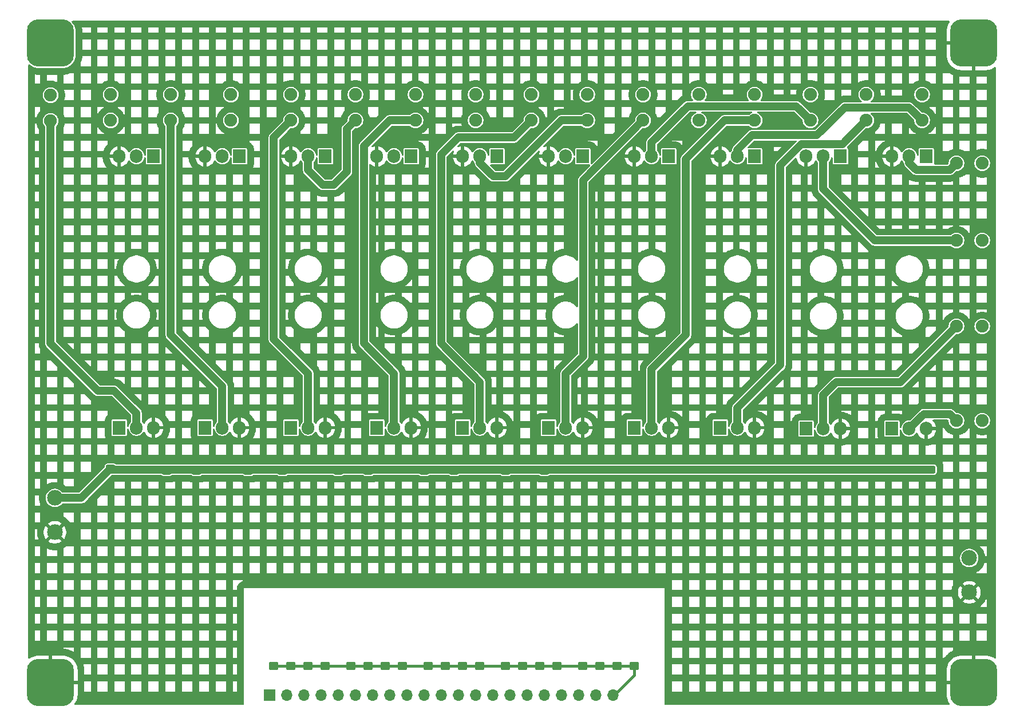
<source format=gbr>
%TF.GenerationSoftware,KiCad,Pcbnew,9.0.0*%
%TF.CreationDate,2025-04-04T10:54:07-06:00*%
%TF.ProjectId,Solenoid Breakout Board,536f6c65-6e6f-4696-9420-427265616b6f,rev?*%
%TF.SameCoordinates,Original*%
%TF.FileFunction,Copper,L2,Bot*%
%TF.FilePolarity,Positive*%
%FSLAX46Y46*%
G04 Gerber Fmt 4.6, Leading zero omitted, Abs format (unit mm)*
G04 Created by KiCad (PCBNEW 9.0.0) date 2025-04-04 10:54:07*
%MOMM*%
%LPD*%
G01*
G04 APERTURE LIST*
G04 Aperture macros list*
%AMRoundRect*
0 Rectangle with rounded corners*
0 $1 Rounding radius*
0 $2 $3 $4 $5 $6 $7 $8 $9 X,Y pos of 4 corners*
0 Add a 4 corners polygon primitive as box body*
4,1,4,$2,$3,$4,$5,$6,$7,$8,$9,$2,$3,0*
0 Add four circle primitives for the rounded corners*
1,1,$1+$1,$2,$3*
1,1,$1+$1,$4,$5*
1,1,$1+$1,$6,$7*
1,1,$1+$1,$8,$9*
0 Add four rect primitives between the rounded corners*
20,1,$1+$1,$2,$3,$4,$5,0*
20,1,$1+$1,$4,$5,$6,$7,0*
20,1,$1+$1,$6,$7,$8,$9,0*
20,1,$1+$1,$8,$9,$2,$3,0*%
G04 Aperture macros list end*
%TA.AperFunction,ComponentPad*%
%ADD10RoundRect,0.250000X0.450000X-0.350000X0.450000X0.350000X-0.450000X0.350000X-0.450000X-0.350000X0*%
%TD*%
%TA.AperFunction,ComponentPad*%
%ADD11C,1.905000*%
%TD*%
%TA.AperFunction,ComponentPad*%
%ADD12RoundRect,1.746250X-1.746250X-1.746250X1.746250X-1.746250X1.746250X1.746250X-1.746250X1.746250X0*%
%TD*%
%TA.AperFunction,ComponentPad*%
%ADD13RoundRect,0.250000X0.450000X-0.325000X0.450000X0.325000X-0.450000X0.325000X-0.450000X-0.325000X0*%
%TD*%
%TA.AperFunction,ComponentPad*%
%ADD14C,2.311400*%
%TD*%
%TA.AperFunction,ComponentPad*%
%ADD15R,1.700000X1.700000*%
%TD*%
%TA.AperFunction,ComponentPad*%
%ADD16O,1.700000X1.700000*%
%TD*%
%TA.AperFunction,ComponentPad*%
%ADD17R,1.905000X2.000000*%
%TD*%
%TA.AperFunction,ComponentPad*%
%ADD18O,1.905000X2.000000*%
%TD*%
%TA.AperFunction,Conductor*%
%ADD19C,1.143000*%
%TD*%
%TA.AperFunction,Conductor*%
%ADD20C,0.381000*%
%TD*%
G04 APERTURE END LIST*
D10*
%TO.P,R29,1,1*%
%TO.N,GND*%
X106680000Y-149320000D03*
%TD*%
D11*
%TO.P,L4,1,1*%
%TO.N,+12v*%
X74930000Y-64770000D03*
%TO.P,L4,2,2*%
%TO.N,Net-(Q4-D)*%
X74930000Y-68580000D03*
%TD*%
D12*
%TO.P,REF\u002A\u002A,1*%
%TO.N,N/C*%
X48260000Y-57150000D03*
%TD*%
D13*
%TO.P,D2,2,A*%
%TO.N,+12v*%
X65405000Y-120405000D03*
%TD*%
D10*
%TO.P,R43,1,1*%
%TO.N,GND*%
X118110000Y-149320000D03*
%TD*%
D14*
%TO.P,J2,1,1*%
%TO.N,+12v*%
X48895000Y-124460000D03*
%TO.P,J2,2,2*%
%TO.N,Chassis_GND*%
X48895000Y-129540000D03*
%TD*%
D11*
%TO.P,L9,1,1*%
%TO.N,+12v*%
X119380000Y-64770000D03*
%TO.P,L9,2,2*%
%TO.N,Net-(Q9-D)*%
X119380000Y-68580000D03*
%TD*%
D12*
%TO.P,REF\u002A\u002A,1*%
%TO.N,Chassis_GND*%
X48260000Y-151765000D03*
%TD*%
%TO.P,REF\u002A\u002A,1*%
%TO.N,Chassis_GND*%
X184785000Y-151765000D03*
%TD*%
D10*
%TO.P,R28,1,1*%
%TO.N,GND*%
X115570000Y-149320000D03*
%TD*%
D11*
%TO.P,L20,1,1*%
%TO.N,+12v*%
X186055000Y-74930000D03*
%TO.P,L20,2,2*%
%TO.N,Net-(Q20-D)*%
X182245000Y-74930000D03*
%TD*%
D13*
%TO.P,D21,2,A*%
%TO.N,+12v*%
X121285000Y-120405000D03*
%TD*%
%TO.P,D11,2,A*%
%TO.N,+12v*%
X95250000Y-120405000D03*
%TD*%
D11*
%TO.P,L14,1,1*%
%TO.N,+12v*%
X186055000Y-99060000D03*
%TO.P,L14,2,2*%
%TO.N,Net-(Q14-D)*%
X182245000Y-99060000D03*
%TD*%
D13*
%TO.P,D3,2,A*%
%TO.N,+12v*%
X69850000Y-120405000D03*
%TD*%
D10*
%TO.P,R2,1,1*%
%TO.N,GND*%
X83820000Y-149320000D03*
%TD*%
D13*
%TO.P,D36,2,A*%
%TO.N,+12v*%
X170815000Y-120260000D03*
%TD*%
%TO.P,D9,2,A*%
%TO.N,+12v*%
X82550000Y-120405000D03*
%TD*%
D10*
%TO.P,R41,1,1*%
%TO.N,GND*%
X120650000Y-149320000D03*
%TD*%
D11*
%TO.P,L10,1,1*%
%TO.N,+12v*%
X152400000Y-64770000D03*
%TO.P,L10,2,2*%
%TO.N,Net-(Q10-D)*%
X152400000Y-68580000D03*
%TD*%
D13*
%TO.P,D35,2,A*%
%TO.N,+12v*%
X166370000Y-120260000D03*
%TD*%
%TO.P,D29,2,A*%
%TO.N,+12v*%
X153670000Y-120260000D03*
%TD*%
D11*
%TO.P,L13,1,1*%
%TO.N,+12v*%
X144145000Y-64770000D03*
%TO.P,L13,2,2*%
%TO.N,Net-(Q13-D)*%
X144145000Y-68580000D03*
%TD*%
D10*
%TO.P,R52,1,1*%
%TO.N,GND*%
X129540000Y-149320000D03*
%TD*%
D11*
%TO.P,L7,1,1*%
%TO.N,+12v*%
X102235000Y-64770000D03*
%TO.P,L7,2,2*%
%TO.N,Net-(Q7-D)*%
X102235000Y-68580000D03*
%TD*%
D10*
%TO.P,R22,1,1*%
%TO.N,GND*%
X100330000Y-149320000D03*
%TD*%
D11*
%TO.P,L5,1,1*%
%TO.N,+12v*%
X83820000Y-64770000D03*
%TO.P,L5,2,2*%
%TO.N,Net-(Q5-D)*%
X83820000Y-68580000D03*
%TD*%
D13*
%TO.P,D30,2,A*%
%TO.N,+12v*%
X141605000Y-120260000D03*
%TD*%
%TO.P,D27,2,A*%
%TO.N,+12v*%
X158750000Y-120260000D03*
%TD*%
D10*
%TO.P,R1,1,1*%
%TO.N,GND*%
X81280000Y-149320000D03*
%TD*%
%TO.P,R14,1,1*%
%TO.N,GND*%
X95250000Y-149320000D03*
%TD*%
D13*
%TO.P,D4,2,A*%
%TO.N,+12v*%
X77470000Y-120405000D03*
%TD*%
D11*
%TO.P,L1,1,1*%
%TO.N,+12v*%
X48260000Y-64845000D03*
%TO.P,L1,2,2*%
%TO.N,Net-(Q1-D)*%
X48260000Y-68655000D03*
%TD*%
%TO.P,L17,1,1*%
%TO.N,+12v*%
X160655000Y-64770000D03*
%TO.P,L17,2,2*%
%TO.N,Net-(Q17-D)*%
X160655000Y-68580000D03*
%TD*%
D13*
%TO.P,D28,2,A*%
%TO.N,+12v*%
X146050000Y-120260000D03*
%TD*%
D11*
%TO.P,L16,1,1*%
%TO.N,+12v*%
X177165000Y-64770000D03*
%TO.P,L16,2,2*%
%TO.N,Net-(Q16-D)*%
X177165000Y-68580000D03*
%TD*%
D13*
%TO.P,D10,2,A*%
%TO.N,+12v*%
X90805000Y-120405000D03*
%TD*%
D10*
%TO.P,R30,1,1*%
%TO.N,GND*%
X109220000Y-149320000D03*
%TD*%
D11*
%TO.P,L2,1,1*%
%TO.N,+12v*%
X57150000Y-64770000D03*
%TO.P,L2,2,2*%
%TO.N,Net-(Q2-D)*%
X57150000Y-68580000D03*
%TD*%
D13*
%TO.P,D15,2,A*%
%TO.N,+12v*%
X103505000Y-120405000D03*
%TD*%
D15*
%TO.P,J1,1,1*%
%TO.N,F1*%
X80645000Y-153670000D03*
D16*
%TO.P,J1,2,2*%
%TO.N,F#1*%
X83185000Y-153670000D03*
%TO.P,J1,3,3*%
%TO.N,G1*%
X85725000Y-153670000D03*
%TO.P,J1,4,4*%
%TO.N,G#1*%
X88265000Y-153670000D03*
%TO.P,J1,5,5*%
%TO.N,A1*%
X90805000Y-153670000D03*
%TO.P,J1,6,6*%
%TO.N,A#1*%
X93345000Y-153670000D03*
%TO.P,J1,7,7*%
%TO.N,B1*%
X95885000Y-153670000D03*
%TO.P,J1,8,8*%
%TO.N,C2*%
X98425000Y-153670000D03*
%TO.P,J1,9,9*%
%TO.N,C#2*%
X100965000Y-153670000D03*
%TO.P,J1,10,10*%
%TO.N,D2*%
X103505000Y-153670000D03*
%TO.P,J1,11,11*%
%TO.N,D#2*%
X106045000Y-153670000D03*
%TO.P,J1,12,12*%
%TO.N,E2*%
X108585000Y-153670000D03*
%TO.P,J1,13,13*%
%TO.N,F2*%
X111125000Y-153670000D03*
%TO.P,J1,14,14*%
%TO.N,F#2*%
X113665000Y-153670000D03*
%TO.P,J1,15,15*%
%TO.N,G2*%
X116205000Y-153670000D03*
%TO.P,J1,16,16*%
%TO.N,G#2*%
X118745000Y-153670000D03*
%TO.P,J1,17,17*%
%TO.N,A2*%
X121285000Y-153670000D03*
%TO.P,J1,18,18*%
%TO.N,A#2*%
X123825000Y-153670000D03*
%TO.P,J1,19,19*%
%TO.N,B2*%
X126365000Y-153670000D03*
%TO.P,J1,20,20*%
%TO.N,C3*%
X128905000Y-153670000D03*
%TO.P,J1,21,21*%
%TO.N,GND*%
X131445000Y-153670000D03*
%TD*%
D10*
%TO.P,R4,1,1*%
%TO.N,GND*%
X88900000Y-149320000D03*
%TD*%
%TO.P,R15,1,1*%
%TO.N,GND*%
X97790000Y-149320000D03*
%TD*%
D11*
%TO.P,L3,1,1*%
%TO.N,+12v*%
X66040000Y-64770000D03*
%TO.P,L3,2,2*%
%TO.N,Net-(Q3-D)*%
X66040000Y-68580000D03*
%TD*%
%TO.P,L19,1,1*%
%TO.N,+12v*%
X186055000Y-113030000D03*
%TO.P,L19,2,2*%
%TO.N,Net-(Q19-D)*%
X182245000Y-113030000D03*
%TD*%
D10*
%TO.P,R3,1,1*%
%TO.N,GND*%
X86360000Y-149320000D03*
%TD*%
D11*
%TO.P,L6,1,1*%
%TO.N,+12v*%
X93345000Y-64770000D03*
%TO.P,L6,2,2*%
%TO.N,Net-(Q6-D)*%
X93345000Y-68580000D03*
%TD*%
D13*
%TO.P,D22,2,A*%
%TO.N,+12v*%
X128270000Y-120260000D03*
%TD*%
%TO.P,D20,2,A*%
%TO.N,+12v*%
X115570000Y-120405000D03*
%TD*%
%TO.P,D19,2,A*%
%TO.N,+12v*%
X133350000Y-120260000D03*
%TD*%
D10*
%TO.P,R23,1,1*%
%TO.N,GND*%
X104140000Y-149320000D03*
%TD*%
D11*
%TO.P,L8,1,1*%
%TO.N,+12v*%
X111125000Y-64770000D03*
%TO.P,L8,2,2*%
%TO.N,Net-(Q8-D)*%
X111125000Y-68580000D03*
%TD*%
D10*
%TO.P,R40,1,1*%
%TO.N,GND*%
X127000000Y-149320000D03*
%TD*%
D13*
%TO.P,D16,2,A*%
%TO.N,+12v*%
X107950000Y-120405000D03*
%TD*%
D10*
%TO.P,R53,1,1*%
%TO.N,GND*%
X132080000Y-149320000D03*
%TD*%
D13*
%TO.P,D1,2,A*%
%TO.N,+12v*%
X57150000Y-120125500D03*
%TD*%
D12*
%TO.P,REF\u002A\u002A,1*%
%TO.N,Chassis_GND*%
X184785000Y-57150000D03*
%TD*%
D10*
%TO.P,R13,1,1*%
%TO.N,GND*%
X92710000Y-149320000D03*
%TD*%
D11*
%TO.P,L15,1,1*%
%TO.N,+12v*%
X168910000Y-64770000D03*
%TO.P,L15,2,2*%
%TO.N,Net-(Q15-D)*%
X168910000Y-68580000D03*
%TD*%
%TO.P,L12,1,1*%
%TO.N,+12v*%
X135890000Y-64770000D03*
%TO.P,L12,2,2*%
%TO.N,Net-(Q12-D)*%
X135890000Y-68580000D03*
%TD*%
D13*
%TO.P,D37,2,A*%
%TO.N,+12v*%
X178435000Y-120260000D03*
%TD*%
D10*
%TO.P,R31,1,1*%
%TO.N,GND*%
X111760000Y-149320000D03*
%TD*%
D14*
%TO.P,J3,1,1*%
%TO.N,Chassis_GND*%
X184150000Y-138430000D03*
%TO.P,J3,2,2*%
%TO.N,+12v*%
X184150000Y-133350000D03*
%TD*%
D10*
%TO.P,R54,1,1*%
%TO.N,GND*%
X134620000Y-149320000D03*
%TD*%
D11*
%TO.P,L11,1,1*%
%TO.N,+12v*%
X127635000Y-64770000D03*
%TO.P,L11,2,2*%
%TO.N,Net-(Q11-D)*%
X127635000Y-68580000D03*
%TD*%
%TO.P,L18,1,1*%
%TO.N,+12v*%
X186055000Y-86360000D03*
%TO.P,L18,2,2*%
%TO.N,Net-(Q18-D)*%
X182245000Y-86360000D03*
%TD*%
D10*
%TO.P,R42,1,1*%
%TO.N,GND*%
X123190000Y-149320000D03*
%TD*%
D17*
%TO.P,Q5,1,G*%
%TO.N,Net-(Q5-G)*%
X83820000Y-114055000D03*
D18*
%TO.P,Q5,2,D*%
%TO.N,Net-(Q5-D)*%
X86360000Y-114055000D03*
%TO.P,Q5,3,S*%
%TO.N,Chassis_GND*%
X88900000Y-114055000D03*
%TD*%
D17*
%TO.P,Q14,1,G*%
%TO.N,Net-(Q14-G)*%
X160020000Y-114205000D03*
D18*
%TO.P,Q14,2,D*%
%TO.N,Net-(Q14-D)*%
X162560000Y-114205000D03*
%TO.P,Q14,3,S*%
%TO.N,Chassis_GND*%
X165100000Y-114205000D03*
%TD*%
D17*
%TO.P,Q7,1,G*%
%TO.N,Net-(Q7-G)*%
X96520000Y-114055000D03*
D18*
%TO.P,Q7,2,D*%
%TO.N,Net-(Q7-D)*%
X99060000Y-114055000D03*
%TO.P,Q7,3,S*%
%TO.N,Chassis_GND*%
X101600000Y-114055000D03*
%TD*%
D17*
%TO.P,Q8,1,G*%
%TO.N,Net-(Q8-G)*%
X101600000Y-73900000D03*
D18*
%TO.P,Q8,2,D*%
%TO.N,Net-(Q8-D)*%
X99060000Y-73900000D03*
%TO.P,Q8,3,S*%
%TO.N,Chassis_GND*%
X96520000Y-73900000D03*
%TD*%
D17*
%TO.P,Q11,1,G*%
%TO.N,Net-(Q11-G)*%
X114300000Y-73900000D03*
D18*
%TO.P,Q11,2,D*%
%TO.N,Net-(Q11-D)*%
X111760000Y-73900000D03*
%TO.P,Q11,3,S*%
%TO.N,Chassis_GND*%
X109220000Y-73900000D03*
%TD*%
D17*
%TO.P,Q19,1,G*%
%TO.N,Net-(Q19-G)*%
X172720000Y-114205000D03*
D18*
%TO.P,Q19,2,D*%
%TO.N,Net-(Q19-D)*%
X175260000Y-114205000D03*
%TO.P,Q19,3,S*%
%TO.N,Chassis_GND*%
X177800000Y-114205000D03*
%TD*%
D17*
%TO.P,Q15,1,G*%
%TO.N,Net-(Q15-G)*%
X147320000Y-114055000D03*
D18*
%TO.P,Q15,2,D*%
%TO.N,Net-(Q15-D)*%
X149860000Y-114055000D03*
%TO.P,Q15,3,S*%
%TO.N,Chassis_GND*%
X152400000Y-114055000D03*
%TD*%
D17*
%TO.P,Q13,1,G*%
%TO.N,Net-(Q13-G)*%
X127000000Y-73900000D03*
D18*
%TO.P,Q13,2,D*%
%TO.N,Net-(Q13-D)*%
X124460000Y-73900000D03*
%TO.P,Q13,3,S*%
%TO.N,Chassis_GND*%
X121920000Y-73900000D03*
%TD*%
D17*
%TO.P,Q12,1,G*%
%TO.N,Net-(Q12-G)*%
X121920000Y-114055000D03*
D18*
%TO.P,Q12,2,D*%
%TO.N,Net-(Q12-D)*%
X124460000Y-114055000D03*
%TO.P,Q12,3,S*%
%TO.N,Chassis_GND*%
X127000000Y-114055000D03*
%TD*%
D17*
%TO.P,Q20,1,G*%
%TO.N,Net-(Q20-G)*%
X177800000Y-73900000D03*
D18*
%TO.P,Q20,2,D*%
%TO.N,Net-(Q20-D)*%
X175260000Y-73900000D03*
%TO.P,Q20,3,S*%
%TO.N,Chassis_GND*%
X172720000Y-73900000D03*
%TD*%
D17*
%TO.P,Q16,1,G*%
%TO.N,Net-(Q16-G)*%
X152400000Y-73900000D03*
D18*
%TO.P,Q16,2,D*%
%TO.N,Net-(Q16-D)*%
X149860000Y-73900000D03*
%TO.P,Q16,3,S*%
%TO.N,Chassis_GND*%
X147320000Y-73900000D03*
%TD*%
D17*
%TO.P,Q9,1,G*%
%TO.N,Net-(Q9-G)*%
X109220000Y-114055000D03*
D18*
%TO.P,Q9,2,D*%
%TO.N,Net-(Q9-D)*%
X111760000Y-114055000D03*
%TO.P,Q9,3,S*%
%TO.N,Chassis_GND*%
X114300000Y-114055000D03*
%TD*%
D17*
%TO.P,Q6,1,G*%
%TO.N,Net-(Q6-G)*%
X88900000Y-73900000D03*
D18*
%TO.P,Q6,2,D*%
%TO.N,Net-(Q6-D)*%
X86360000Y-73900000D03*
%TO.P,Q6,3,S*%
%TO.N,Chassis_GND*%
X83820000Y-73900000D03*
%TD*%
D17*
%TO.P,Q2,1,G*%
%TO.N,Net-(Q2-G)*%
X63500000Y-73900000D03*
D18*
%TO.P,Q2,2,D*%
%TO.N,Net-(Q2-D)*%
X60960000Y-73900000D03*
%TO.P,Q2,3,S*%
%TO.N,Chassis_GND*%
X58420000Y-73900000D03*
%TD*%
D17*
%TO.P,Q3,1,G*%
%TO.N,Net-(Q3-G)*%
X71120000Y-114055000D03*
D18*
%TO.P,Q3,2,D*%
%TO.N,Net-(Q3-D)*%
X73660000Y-114055000D03*
%TO.P,Q3,3,S*%
%TO.N,Chassis_GND*%
X76200000Y-114055000D03*
%TD*%
D17*
%TO.P,Q17,1,G*%
%TO.N,Net-(Q17-G)*%
X139700000Y-73900000D03*
D18*
%TO.P,Q17,2,D*%
%TO.N,Net-(Q17-D)*%
X137160000Y-73900000D03*
%TO.P,Q17,3,S*%
%TO.N,Chassis_GND*%
X134620000Y-73900000D03*
%TD*%
D17*
%TO.P,Q18,1,G*%
%TO.N,Net-(Q18-G)*%
X165100000Y-73900000D03*
D18*
%TO.P,Q18,2,D*%
%TO.N,Net-(Q18-D)*%
X162560000Y-73900000D03*
%TO.P,Q18,3,S*%
%TO.N,Chassis_GND*%
X160020000Y-73900000D03*
%TD*%
D17*
%TO.P,Q1,1,G*%
%TO.N,Net-(Q1-G)*%
X58420000Y-114055000D03*
D18*
%TO.P,Q1,2,D*%
%TO.N,Net-(Q1-D)*%
X60960000Y-114055000D03*
%TO.P,Q1,3,S*%
%TO.N,Chassis_GND*%
X63500000Y-114055000D03*
%TD*%
D17*
%TO.P,Q4,1,G*%
%TO.N,Net-(Q4-G)*%
X76200000Y-73900000D03*
D18*
%TO.P,Q4,2,D*%
%TO.N,Net-(Q4-D)*%
X73660000Y-73900000D03*
%TO.P,Q4,3,S*%
%TO.N,Chassis_GND*%
X71120000Y-73900000D03*
%TD*%
D17*
%TO.P,Q10,1,G*%
%TO.N,Net-(Q10-G)*%
X134620000Y-114055000D03*
D18*
%TO.P,Q10,2,D*%
%TO.N,Net-(Q10-D)*%
X137160000Y-114055000D03*
%TO.P,Q10,3,S*%
%TO.N,Chassis_GND*%
X139700000Y-114055000D03*
%TD*%
D19*
%TO.N,+12v*%
X178435000Y-120260000D02*
X57284500Y-120260000D01*
X52815500Y-124460000D02*
X57150000Y-120125500D01*
X57284500Y-120260000D02*
X57150000Y-120125500D01*
X48895000Y-124460000D02*
X52815500Y-124460000D01*
D20*
%TO.N,GND*%
X134620000Y-149495000D02*
X134620000Y-150670000D01*
X81360000Y-149320000D02*
X134445000Y-149320000D01*
X81280000Y-149400000D02*
X81360000Y-149320000D01*
X134620000Y-150670000D02*
X131445000Y-153845000D01*
X134445000Y-149320000D02*
X134620000Y-149495000D01*
D19*
%TO.N,Net-(Q1-D)*%
X60960000Y-114055000D02*
X60960000Y-111912000D01*
X55245000Y-108585000D02*
X48260000Y-101600000D01*
X57633000Y-108585000D02*
X55245000Y-108585000D01*
X48260000Y-101600000D02*
X48260000Y-68655000D01*
X60960000Y-111912000D02*
X57633000Y-108585000D01*
%TO.N,Net-(Q3-D)*%
X73660000Y-107950000D02*
X73660000Y-114055000D01*
X66040000Y-100330000D02*
X73660000Y-107950000D01*
X66040000Y-68580000D02*
X66040000Y-100330000D01*
%TO.N,Net-(Q5-D)*%
X81280000Y-71120000D02*
X81280000Y-100965000D01*
X86360000Y-106045000D02*
X86360000Y-114055000D01*
X81280000Y-100965000D02*
X86360000Y-106045000D01*
X83820000Y-68580000D02*
X81280000Y-71120000D01*
%TO.N,Net-(Q6-D)*%
X93345000Y-68580000D02*
X92075000Y-69850000D01*
X90170000Y-78105000D02*
X88517000Y-78105000D01*
X92075000Y-76200000D02*
X90170000Y-78105000D01*
X86360000Y-75948000D02*
X86360000Y-73900000D01*
X88517000Y-78105000D02*
X86360000Y-75948000D01*
X92075000Y-69850000D02*
X92075000Y-76200000D01*
%TO.N,Net-(Q7-D)*%
X99060000Y-106045000D02*
X99060000Y-114055000D01*
X98425000Y-68580000D02*
X94615000Y-72390000D01*
X94615000Y-101600000D02*
X99060000Y-106045000D01*
X102235000Y-68580000D02*
X98425000Y-68580000D01*
X94615000Y-72390000D02*
X94615000Y-101600000D01*
%TO.N,Net-(Q9-D)*%
X119380000Y-68580000D02*
X116840000Y-71120000D01*
X111760000Y-107315000D02*
X111760000Y-114055000D01*
X108585000Y-71120000D02*
X106045000Y-73660000D01*
X106045000Y-73660000D02*
X106045000Y-101600000D01*
X116840000Y-71120000D02*
X108585000Y-71120000D01*
X106045000Y-101600000D02*
X111760000Y-107315000D01*
%TO.N,Net-(Q10-D)*%
X147955000Y-68580000D02*
X142240000Y-74295000D01*
X137160000Y-105410000D02*
X137160000Y-114055000D01*
X152400000Y-68580000D02*
X147955000Y-68580000D01*
X142240000Y-100330000D02*
X137160000Y-105410000D01*
X142240000Y-74295000D02*
X142240000Y-100330000D01*
%TO.N,Net-(Q11-D)*%
X123825000Y-68580000D02*
X127635000Y-68580000D01*
X113737500Y-76835000D02*
X115570000Y-76835000D01*
X115570000Y-76835000D02*
X123825000Y-68580000D01*
X111760000Y-74857500D02*
X113737500Y-76835000D01*
X111760000Y-73900000D02*
X111760000Y-74857500D01*
%TO.N,Net-(Q12-D)*%
X127032500Y-103472500D02*
X124460000Y-106045000D01*
X124460000Y-106045000D02*
X124460000Y-114055000D01*
X135890000Y-68580000D02*
X127032500Y-77437500D01*
X127032500Y-77437500D02*
X127032500Y-103472500D01*
%TO.N,Net-(Q14-D)*%
X182245000Y-99060000D02*
X173990000Y-107315000D01*
X164465000Y-107315000D02*
X162560000Y-109220000D01*
X162560000Y-109220000D02*
X162560000Y-114205000D01*
X173990000Y-107315000D02*
X164465000Y-107315000D01*
%TO.N,Net-(Q15-D)*%
X159305482Y-72127500D02*
X156210000Y-75222982D01*
X156210000Y-75222982D02*
X156210000Y-104775000D01*
X168910000Y-68580000D02*
X165362500Y-72127500D01*
X149860000Y-111125000D02*
X149860000Y-114055000D01*
X156210000Y-104775000D02*
X149860000Y-111125000D01*
X165362500Y-72127500D02*
X159305482Y-72127500D01*
%TO.N,Net-(Q16-D)*%
X161626500Y-70783500D02*
X152019000Y-70783500D01*
X175260000Y-66675000D02*
X165735000Y-66675000D01*
X165735000Y-66675000D02*
X161626500Y-70783500D01*
X152019000Y-70783500D02*
X149860000Y-72942500D01*
X149860000Y-72942500D02*
X149860000Y-73900000D01*
X177165000Y-68580000D02*
X175260000Y-66675000D01*
%TO.N,Net-(Q17-D)*%
X158570000Y-66495000D02*
X142517000Y-66495000D01*
X142517000Y-66495000D02*
X137160000Y-71852000D01*
X137160000Y-71852000D02*
X137160000Y-73900000D01*
X160655000Y-68580000D02*
X158570000Y-66495000D01*
%TO.N,Net-(Q18-D)*%
X162560000Y-78740000D02*
X170180000Y-86360000D01*
X170180000Y-86360000D02*
X182245000Y-86360000D01*
X162560000Y-73900000D02*
X162560000Y-78740000D01*
%TO.N,Net-(Q19-D)*%
X181292500Y-112077500D02*
X182245000Y-113030000D01*
X177387500Y-112077500D02*
X181292500Y-112077500D01*
X175260000Y-114205000D02*
X177387500Y-112077500D01*
%TO.N,Net-(Q20-D)*%
X181292500Y-75882500D02*
X182245000Y-74930000D01*
X175260000Y-73900000D02*
X175260000Y-74857500D01*
X176285000Y-75882500D02*
X181292500Y-75882500D01*
X175260000Y-74857500D02*
X176285000Y-75882500D01*
%TD*%
%TA.AperFunction,Conductor*%
%TO.N,Chassis_GND*%
G36*
X181216212Y-53860185D02*
G01*
X181261967Y-53912989D01*
X181271911Y-53982147D01*
X181250117Y-54034085D01*
X181251171Y-54034783D01*
X181082847Y-54288987D01*
X180951713Y-54559639D01*
X180857830Y-54845325D01*
X180857827Y-54845335D01*
X180802857Y-55141013D01*
X180792500Y-55317899D01*
X180792500Y-56900000D01*
X182768379Y-56900000D01*
X182753000Y-57016816D01*
X182753000Y-57283184D01*
X182768379Y-57400000D01*
X180792500Y-57400000D01*
X180792500Y-58982100D01*
X180802857Y-59158986D01*
X180857827Y-59454664D01*
X180857830Y-59454674D01*
X180951713Y-59740360D01*
X181082847Y-60011012D01*
X181248883Y-60261762D01*
X181446856Y-60488143D01*
X181673237Y-60686116D01*
X181923987Y-60852152D01*
X182194639Y-60983286D01*
X182480325Y-61077169D01*
X182480335Y-61077172D01*
X182776013Y-61132142D01*
X182952900Y-61142500D01*
X184535000Y-61142500D01*
X184535000Y-59166620D01*
X184651816Y-59182000D01*
X184918184Y-59182000D01*
X185035000Y-59166620D01*
X185035000Y-61142500D01*
X186617100Y-61142500D01*
X186793986Y-61132142D01*
X187089664Y-61077172D01*
X187089674Y-61077169D01*
X187375360Y-60983286D01*
X187646012Y-60852152D01*
X187900217Y-60683829D01*
X187901022Y-60685045D01*
X187960518Y-60662229D01*
X188028924Y-60676453D01*
X188078782Y-60725403D01*
X188094500Y-60785827D01*
X188094500Y-148129172D01*
X188074815Y-148196211D01*
X188022011Y-148241966D01*
X187952853Y-148251910D01*
X187900909Y-148230124D01*
X187900217Y-148231171D01*
X187646012Y-148062847D01*
X187375360Y-147931713D01*
X187089674Y-147837830D01*
X187089664Y-147837827D01*
X186793986Y-147782857D01*
X186617100Y-147772500D01*
X185035000Y-147772500D01*
X185035000Y-149748379D01*
X184918184Y-149733000D01*
X184651816Y-149733000D01*
X184535000Y-149748379D01*
X184535000Y-147772500D01*
X182952900Y-147772500D01*
X182776013Y-147782857D01*
X182480335Y-147837827D01*
X182480325Y-147837830D01*
X182194639Y-147931713D01*
X181923987Y-148062847D01*
X181673237Y-148228883D01*
X181446856Y-148426856D01*
X181248883Y-148653237D01*
X181082847Y-148903987D01*
X180951713Y-149174639D01*
X180857830Y-149460325D01*
X180857827Y-149460335D01*
X180802857Y-149756013D01*
X180792500Y-149932899D01*
X180792500Y-151515000D01*
X182768379Y-151515000D01*
X182753000Y-151631816D01*
X182753000Y-151898184D01*
X182768379Y-152015000D01*
X180792500Y-152015000D01*
X180792500Y-153597100D01*
X180802857Y-153773986D01*
X180857827Y-154069664D01*
X180857830Y-154069674D01*
X180951713Y-154355360D01*
X181082847Y-154626012D01*
X181251171Y-154880217D01*
X181249954Y-154881022D01*
X181272771Y-154940518D01*
X181258547Y-155008924D01*
X181209597Y-155058782D01*
X181149173Y-155074500D01*
X139189000Y-155074500D01*
X139121961Y-155054815D01*
X139076206Y-155002011D01*
X139065000Y-154950500D01*
X139065000Y-153090500D01*
X140198500Y-153090500D01*
X141700500Y-153090500D01*
X142698500Y-153090500D01*
X144200500Y-153090500D01*
X145198500Y-153090500D01*
X146700500Y-153090500D01*
X147698500Y-153090500D01*
X149200500Y-153090500D01*
X150198500Y-153090500D01*
X151700500Y-153090500D01*
X152698500Y-153090500D01*
X154200500Y-153090500D01*
X155198500Y-153090500D01*
X156700500Y-153090500D01*
X157698500Y-153090500D01*
X159200500Y-153090500D01*
X160198500Y-153090500D01*
X161700500Y-153090500D01*
X162698500Y-153090500D01*
X164200500Y-153090500D01*
X165198500Y-153090500D01*
X166700500Y-153090500D01*
X167698500Y-153090500D01*
X169200500Y-153090500D01*
X170198500Y-153090500D01*
X171700500Y-153090500D01*
X172698500Y-153090500D01*
X174200500Y-153090500D01*
X175198500Y-153090500D01*
X176700500Y-153090500D01*
X177698500Y-153090500D01*
X179200500Y-153090500D01*
X179200500Y-151588500D01*
X177698500Y-151588500D01*
X177698500Y-153090500D01*
X176700500Y-153090500D01*
X176700500Y-151588500D01*
X175198500Y-151588500D01*
X175198500Y-153090500D01*
X174200500Y-153090500D01*
X174200500Y-151588500D01*
X172698500Y-151588500D01*
X172698500Y-153090500D01*
X171700500Y-153090500D01*
X171700500Y-151588500D01*
X170198500Y-151588500D01*
X170198500Y-153090500D01*
X169200500Y-153090500D01*
X169200500Y-151588500D01*
X167698500Y-151588500D01*
X167698500Y-153090500D01*
X166700500Y-153090500D01*
X166700500Y-151588500D01*
X165198500Y-151588500D01*
X165198500Y-153090500D01*
X164200500Y-153090500D01*
X164200500Y-151588500D01*
X162698500Y-151588500D01*
X162698500Y-153090500D01*
X161700500Y-153090500D01*
X161700500Y-151588500D01*
X160198500Y-151588500D01*
X160198500Y-153090500D01*
X159200500Y-153090500D01*
X159200500Y-151588500D01*
X157698500Y-151588500D01*
X157698500Y-153090500D01*
X156700500Y-153090500D01*
X156700500Y-151588500D01*
X155198500Y-151588500D01*
X155198500Y-153090500D01*
X154200500Y-153090500D01*
X154200500Y-151588500D01*
X152698500Y-151588500D01*
X152698500Y-153090500D01*
X151700500Y-153090500D01*
X151700500Y-151588500D01*
X150198500Y-151588500D01*
X150198500Y-153090500D01*
X149200500Y-153090500D01*
X149200500Y-151588500D01*
X147698500Y-151588500D01*
X147698500Y-153090500D01*
X146700500Y-153090500D01*
X146700500Y-151588500D01*
X145198500Y-151588500D01*
X145198500Y-153090500D01*
X144200500Y-153090500D01*
X144200500Y-151588500D01*
X142698500Y-151588500D01*
X142698500Y-153090500D01*
X141700500Y-153090500D01*
X141700500Y-151588500D01*
X140198500Y-151588500D01*
X140198500Y-153090500D01*
X139065000Y-153090500D01*
X139065000Y-150590500D01*
X140198500Y-150590500D01*
X141700500Y-150590500D01*
X142698500Y-150590500D01*
X144200500Y-150590500D01*
X145198500Y-150590500D01*
X146700500Y-150590500D01*
X147698500Y-150590500D01*
X149200500Y-150590500D01*
X150198500Y-150590500D01*
X151700500Y-150590500D01*
X152698500Y-150590500D01*
X154200500Y-150590500D01*
X155198500Y-150590500D01*
X156700500Y-150590500D01*
X157698500Y-150590500D01*
X159200500Y-150590500D01*
X160198500Y-150590500D01*
X161700500Y-150590500D01*
X162698500Y-150590500D01*
X164200500Y-150590500D01*
X165198500Y-150590500D01*
X166700500Y-150590500D01*
X167698500Y-150590500D01*
X169200500Y-150590500D01*
X170198500Y-150590500D01*
X171700500Y-150590500D01*
X172698500Y-150590500D01*
X174200500Y-150590500D01*
X175198500Y-150590500D01*
X176700500Y-150590500D01*
X177698500Y-150590500D01*
X179200500Y-150590500D01*
X179200500Y-149088500D01*
X177698500Y-149088500D01*
X177698500Y-150590500D01*
X176700500Y-150590500D01*
X176700500Y-149088500D01*
X175198500Y-149088500D01*
X175198500Y-150590500D01*
X174200500Y-150590500D01*
X174200500Y-149088500D01*
X172698500Y-149088500D01*
X172698500Y-150590500D01*
X171700500Y-150590500D01*
X171700500Y-149088500D01*
X170198500Y-149088500D01*
X170198500Y-150590500D01*
X169200500Y-150590500D01*
X169200500Y-149088500D01*
X167698500Y-149088500D01*
X167698500Y-150590500D01*
X166700500Y-150590500D01*
X166700500Y-149088500D01*
X165198500Y-149088500D01*
X165198500Y-150590500D01*
X164200500Y-150590500D01*
X164200500Y-149088500D01*
X162698500Y-149088500D01*
X162698500Y-150590500D01*
X161700500Y-150590500D01*
X161700500Y-149088500D01*
X160198500Y-149088500D01*
X160198500Y-150590500D01*
X159200500Y-150590500D01*
X159200500Y-149088500D01*
X157698500Y-149088500D01*
X157698500Y-150590500D01*
X156700500Y-150590500D01*
X156700500Y-149088500D01*
X155198500Y-149088500D01*
X155198500Y-150590500D01*
X154200500Y-150590500D01*
X154200500Y-149088500D01*
X152698500Y-149088500D01*
X152698500Y-150590500D01*
X151700500Y-150590500D01*
X151700500Y-149088500D01*
X150198500Y-149088500D01*
X150198500Y-150590500D01*
X149200500Y-150590500D01*
X149200500Y-149088500D01*
X147698500Y-149088500D01*
X147698500Y-150590500D01*
X146700500Y-150590500D01*
X146700500Y-149088500D01*
X145198500Y-149088500D01*
X145198500Y-150590500D01*
X144200500Y-150590500D01*
X144200500Y-149088500D01*
X142698500Y-149088500D01*
X142698500Y-150590500D01*
X141700500Y-150590500D01*
X141700500Y-149088500D01*
X140198500Y-149088500D01*
X140198500Y-150590500D01*
X139065000Y-150590500D01*
X139065000Y-148090500D01*
X140198500Y-148090500D01*
X141700500Y-148090500D01*
X142698500Y-148090500D01*
X144200500Y-148090500D01*
X145198500Y-148090500D01*
X146700500Y-148090500D01*
X147698500Y-148090500D01*
X149200500Y-148090500D01*
X150198500Y-148090500D01*
X151700500Y-148090500D01*
X152698500Y-148090500D01*
X154200500Y-148090500D01*
X155198500Y-148090500D01*
X156700500Y-148090500D01*
X157698500Y-148090500D01*
X159200500Y-148090500D01*
X160198500Y-148090500D01*
X161700500Y-148090500D01*
X162698500Y-148090500D01*
X164200500Y-148090500D01*
X165198500Y-148090500D01*
X166700500Y-148090500D01*
X167698500Y-148090500D01*
X169200500Y-148090500D01*
X170198500Y-148090500D01*
X171700500Y-148090500D01*
X172698500Y-148090500D01*
X174200500Y-148090500D01*
X175198500Y-148090500D01*
X176700500Y-148090500D01*
X177698500Y-148090500D01*
X179200500Y-148090500D01*
X180198500Y-148090500D01*
X180424547Y-148090500D01*
X180425975Y-148088344D01*
X180428321Y-148084927D01*
X180442849Y-148064504D01*
X180445305Y-148061171D01*
X180465538Y-148034649D01*
X180468106Y-148031397D01*
X180483971Y-148011982D01*
X180486648Y-148008815D01*
X180706585Y-147757320D01*
X180709364Y-147754247D01*
X180726488Y-147735938D01*
X180729370Y-147732959D01*
X180752959Y-147709370D01*
X180755938Y-147706488D01*
X180774247Y-147689364D01*
X180777320Y-147686585D01*
X181028815Y-147466648D01*
X181031982Y-147463971D01*
X181051397Y-147448106D01*
X181054649Y-147445538D01*
X181081171Y-147425305D01*
X181084504Y-147422849D01*
X181104927Y-147408321D01*
X181108344Y-147405975D01*
X181386905Y-147221524D01*
X181390400Y-147219293D01*
X181411750Y-147206161D01*
X181415312Y-147204051D01*
X181444296Y-147187531D01*
X181447930Y-147185540D01*
X181470116Y-147173859D01*
X181473817Y-147171989D01*
X181700500Y-147062157D01*
X181700500Y-146588500D01*
X180198500Y-146588500D01*
X180198500Y-148090500D01*
X179200500Y-148090500D01*
X179200500Y-146588500D01*
X177698500Y-146588500D01*
X177698500Y-148090500D01*
X176700500Y-148090500D01*
X176700500Y-146588500D01*
X175198500Y-146588500D01*
X175198500Y-148090500D01*
X174200500Y-148090500D01*
X174200500Y-146588500D01*
X172698500Y-146588500D01*
X172698500Y-148090500D01*
X171700500Y-148090500D01*
X171700500Y-146588500D01*
X170198500Y-146588500D01*
X170198500Y-148090500D01*
X169200500Y-148090500D01*
X169200500Y-146588500D01*
X167698500Y-146588500D01*
X167698500Y-148090500D01*
X166700500Y-148090500D01*
X166700500Y-146588500D01*
X165198500Y-146588500D01*
X165198500Y-148090500D01*
X164200500Y-148090500D01*
X164200500Y-146588500D01*
X162698500Y-146588500D01*
X162698500Y-148090500D01*
X161700500Y-148090500D01*
X161700500Y-146588500D01*
X160198500Y-146588500D01*
X160198500Y-148090500D01*
X159200500Y-148090500D01*
X159200500Y-146588500D01*
X157698500Y-146588500D01*
X157698500Y-148090500D01*
X156700500Y-148090500D01*
X156700500Y-146588500D01*
X155198500Y-146588500D01*
X155198500Y-148090500D01*
X154200500Y-148090500D01*
X154200500Y-146588500D01*
X152698500Y-146588500D01*
X152698500Y-148090500D01*
X151700500Y-148090500D01*
X151700500Y-146588500D01*
X150198500Y-146588500D01*
X150198500Y-148090500D01*
X149200500Y-148090500D01*
X149200500Y-146588500D01*
X147698500Y-146588500D01*
X147698500Y-148090500D01*
X146700500Y-148090500D01*
X146700500Y-146588500D01*
X145198500Y-146588500D01*
X145198500Y-148090500D01*
X144200500Y-148090500D01*
X144200500Y-146588500D01*
X142698500Y-146588500D01*
X142698500Y-148090500D01*
X141700500Y-148090500D01*
X141700500Y-146588500D01*
X140198500Y-146588500D01*
X140198500Y-148090500D01*
X139065000Y-148090500D01*
X139065000Y-145590500D01*
X140198500Y-145590500D01*
X141700500Y-145590500D01*
X142698500Y-145590500D01*
X144200500Y-145590500D01*
X145198500Y-145590500D01*
X146700500Y-145590500D01*
X147698500Y-145590500D01*
X149200500Y-145590500D01*
X150198500Y-145590500D01*
X151700500Y-145590500D01*
X152698500Y-145590500D01*
X154200500Y-145590500D01*
X155198500Y-145590500D01*
X156700500Y-145590500D01*
X157698500Y-145590500D01*
X159200500Y-145590500D01*
X160198500Y-145590500D01*
X161700500Y-145590500D01*
X162698500Y-145590500D01*
X164200500Y-145590500D01*
X165198500Y-145590500D01*
X166700500Y-145590500D01*
X167698500Y-145590500D01*
X169200500Y-145590500D01*
X170198500Y-145590500D01*
X171700500Y-145590500D01*
X172698500Y-145590500D01*
X174200500Y-145590500D01*
X175198500Y-145590500D01*
X176700500Y-145590500D01*
X177698500Y-145590500D01*
X179200500Y-145590500D01*
X180198500Y-145590500D01*
X181700500Y-145590500D01*
X182698500Y-145590500D01*
X184200500Y-145590500D01*
X185198500Y-145590500D01*
X186700500Y-145590500D01*
X186700500Y-144088500D01*
X185198500Y-144088500D01*
X185198500Y-145590500D01*
X184200500Y-145590500D01*
X184200500Y-144088500D01*
X182698500Y-144088500D01*
X182698500Y-145590500D01*
X181700500Y-145590500D01*
X181700500Y-144088500D01*
X180198500Y-144088500D01*
X180198500Y-145590500D01*
X179200500Y-145590500D01*
X179200500Y-144088500D01*
X177698500Y-144088500D01*
X177698500Y-145590500D01*
X176700500Y-145590500D01*
X176700500Y-144088500D01*
X175198500Y-144088500D01*
X175198500Y-145590500D01*
X174200500Y-145590500D01*
X174200500Y-144088500D01*
X172698500Y-144088500D01*
X172698500Y-145590500D01*
X171700500Y-145590500D01*
X171700500Y-144088500D01*
X170198500Y-144088500D01*
X170198500Y-145590500D01*
X169200500Y-145590500D01*
X169200500Y-144088500D01*
X167698500Y-144088500D01*
X167698500Y-145590500D01*
X166700500Y-145590500D01*
X166700500Y-144088500D01*
X165198500Y-144088500D01*
X165198500Y-145590500D01*
X164200500Y-145590500D01*
X164200500Y-144088500D01*
X162698500Y-144088500D01*
X162698500Y-145590500D01*
X161700500Y-145590500D01*
X161700500Y-144088500D01*
X160198500Y-144088500D01*
X160198500Y-145590500D01*
X159200500Y-145590500D01*
X159200500Y-144088500D01*
X157698500Y-144088500D01*
X157698500Y-145590500D01*
X156700500Y-145590500D01*
X156700500Y-144088500D01*
X155198500Y-144088500D01*
X155198500Y-145590500D01*
X154200500Y-145590500D01*
X154200500Y-144088500D01*
X152698500Y-144088500D01*
X152698500Y-145590500D01*
X151700500Y-145590500D01*
X151700500Y-144088500D01*
X150198500Y-144088500D01*
X150198500Y-145590500D01*
X149200500Y-145590500D01*
X149200500Y-144088500D01*
X147698500Y-144088500D01*
X147698500Y-145590500D01*
X146700500Y-145590500D01*
X146700500Y-144088500D01*
X145198500Y-144088500D01*
X145198500Y-145590500D01*
X144200500Y-145590500D01*
X144200500Y-144088500D01*
X142698500Y-144088500D01*
X142698500Y-145590500D01*
X141700500Y-145590500D01*
X141700500Y-144088500D01*
X140198500Y-144088500D01*
X140198500Y-145590500D01*
X139065000Y-145590500D01*
X139065000Y-143090500D01*
X140198500Y-143090500D01*
X141700500Y-143090500D01*
X142698500Y-143090500D01*
X144200500Y-143090500D01*
X145198500Y-143090500D01*
X146700500Y-143090500D01*
X147698500Y-143090500D01*
X149200500Y-143090500D01*
X150198500Y-143090500D01*
X151700500Y-143090500D01*
X152698500Y-143090500D01*
X154200500Y-143090500D01*
X155198500Y-143090500D01*
X156700500Y-143090500D01*
X157698500Y-143090500D01*
X159200500Y-143090500D01*
X160198500Y-143090500D01*
X161700500Y-143090500D01*
X162698500Y-143090500D01*
X164200500Y-143090500D01*
X165198500Y-143090500D01*
X166700500Y-143090500D01*
X167698500Y-143090500D01*
X169200500Y-143090500D01*
X170198500Y-143090500D01*
X171700500Y-143090500D01*
X172698500Y-143090500D01*
X174200500Y-143090500D01*
X175198500Y-143090500D01*
X176700500Y-143090500D01*
X177698500Y-143090500D01*
X179200500Y-143090500D01*
X180198500Y-143090500D01*
X181700500Y-143090500D01*
X182698500Y-143090500D01*
X184200500Y-143090500D01*
X185198500Y-143090500D01*
X186700500Y-143090500D01*
X186700500Y-141588500D01*
X185198500Y-141588500D01*
X185198500Y-143090500D01*
X184200500Y-143090500D01*
X184200500Y-141588500D01*
X182698500Y-141588500D01*
X182698500Y-143090500D01*
X181700500Y-143090500D01*
X181700500Y-141588500D01*
X180198500Y-141588500D01*
X180198500Y-143090500D01*
X179200500Y-143090500D01*
X179200500Y-141588500D01*
X177698500Y-141588500D01*
X177698500Y-143090500D01*
X176700500Y-143090500D01*
X176700500Y-141588500D01*
X175198500Y-141588500D01*
X175198500Y-143090500D01*
X174200500Y-143090500D01*
X174200500Y-141588500D01*
X172698500Y-141588500D01*
X172698500Y-143090500D01*
X171700500Y-143090500D01*
X171700500Y-141588500D01*
X170198500Y-141588500D01*
X170198500Y-143090500D01*
X169200500Y-143090500D01*
X169200500Y-141588500D01*
X167698500Y-141588500D01*
X167698500Y-143090500D01*
X166700500Y-143090500D01*
X166700500Y-141588500D01*
X165198500Y-141588500D01*
X165198500Y-143090500D01*
X164200500Y-143090500D01*
X164200500Y-141588500D01*
X162698500Y-141588500D01*
X162698500Y-143090500D01*
X161700500Y-143090500D01*
X161700500Y-141588500D01*
X160198500Y-141588500D01*
X160198500Y-143090500D01*
X159200500Y-143090500D01*
X159200500Y-141588500D01*
X157698500Y-141588500D01*
X157698500Y-143090500D01*
X156700500Y-143090500D01*
X156700500Y-141588500D01*
X155198500Y-141588500D01*
X155198500Y-143090500D01*
X154200500Y-143090500D01*
X154200500Y-141588500D01*
X152698500Y-141588500D01*
X152698500Y-143090500D01*
X151700500Y-143090500D01*
X151700500Y-141588500D01*
X150198500Y-141588500D01*
X150198500Y-143090500D01*
X149200500Y-143090500D01*
X149200500Y-141588500D01*
X147698500Y-141588500D01*
X147698500Y-143090500D01*
X146700500Y-143090500D01*
X146700500Y-141588500D01*
X145198500Y-141588500D01*
X145198500Y-143090500D01*
X144200500Y-143090500D01*
X144200500Y-141588500D01*
X142698500Y-141588500D01*
X142698500Y-143090500D01*
X141700500Y-143090500D01*
X141700500Y-141588500D01*
X140198500Y-141588500D01*
X140198500Y-143090500D01*
X139065000Y-143090500D01*
X139065000Y-140590500D01*
X140198500Y-140590500D01*
X141700500Y-140590500D01*
X142698500Y-140590500D01*
X144200500Y-140590500D01*
X145198500Y-140590500D01*
X146700500Y-140590500D01*
X147698500Y-140590500D01*
X149200500Y-140590500D01*
X150198500Y-140590500D01*
X151700500Y-140590500D01*
X152698500Y-140590500D01*
X154200500Y-140590500D01*
X155198500Y-140590500D01*
X156700500Y-140590500D01*
X157698500Y-140590500D01*
X159200500Y-140590500D01*
X160198500Y-140590500D01*
X161700500Y-140590500D01*
X162698500Y-140590500D01*
X164200500Y-140590500D01*
X165198500Y-140590500D01*
X166700500Y-140590500D01*
X167698500Y-140590500D01*
X169200500Y-140590500D01*
X170198500Y-140590500D01*
X171700500Y-140590500D01*
X172698500Y-140590500D01*
X174200500Y-140590500D01*
X175198500Y-140590500D01*
X176700500Y-140590500D01*
X177698500Y-140590500D01*
X179200500Y-140590500D01*
X180198500Y-140590500D01*
X181700500Y-140590500D01*
X185691072Y-140590500D01*
X186700500Y-140590500D01*
X186700500Y-139167922D01*
X186627497Y-139392603D01*
X186625903Y-139397201D01*
X186615710Y-139424832D01*
X186613935Y-139429366D01*
X186598934Y-139465584D01*
X186596981Y-139470049D01*
X186584646Y-139496805D01*
X186582522Y-139501185D01*
X186446409Y-139768321D01*
X186444114Y-139772614D01*
X186429724Y-139798310D01*
X186427262Y-139802511D01*
X186406780Y-139835935D01*
X186404156Y-139840034D01*
X186387788Y-139864532D01*
X186385002Y-139868530D01*
X186161200Y-140176563D01*
X186121470Y-140211867D01*
X185999930Y-140279930D01*
X185931867Y-140401470D01*
X185896563Y-140441200D01*
X185691072Y-140590500D01*
X181700500Y-140590500D01*
X181700500Y-139464217D01*
X181686065Y-139429366D01*
X181684290Y-139424832D01*
X181674097Y-139397201D01*
X181672503Y-139392603D01*
X181579854Y-139107458D01*
X181578440Y-139102796D01*
X181574408Y-139088500D01*
X180198500Y-139088500D01*
X180198500Y-140590500D01*
X179200500Y-140590500D01*
X179200500Y-139088500D01*
X177698500Y-139088500D01*
X177698500Y-140590500D01*
X176700500Y-140590500D01*
X176700500Y-139088500D01*
X175198500Y-139088500D01*
X175198500Y-140590500D01*
X174200500Y-140590500D01*
X174200500Y-139088500D01*
X172698500Y-139088500D01*
X172698500Y-140590500D01*
X171700500Y-140590500D01*
X171700500Y-139088500D01*
X170198500Y-139088500D01*
X170198500Y-140590500D01*
X169200500Y-140590500D01*
X169200500Y-139088500D01*
X167698500Y-139088500D01*
X167698500Y-140590500D01*
X166700500Y-140590500D01*
X166700500Y-139088500D01*
X165198500Y-139088500D01*
X165198500Y-140590500D01*
X164200500Y-140590500D01*
X164200500Y-139088500D01*
X162698500Y-139088500D01*
X162698500Y-140590500D01*
X161700500Y-140590500D01*
X161700500Y-139088500D01*
X160198500Y-139088500D01*
X160198500Y-140590500D01*
X159200500Y-140590500D01*
X159200500Y-139088500D01*
X157698500Y-139088500D01*
X157698500Y-140590500D01*
X156700500Y-140590500D01*
X156700500Y-139088500D01*
X155198500Y-139088500D01*
X155198500Y-140590500D01*
X154200500Y-140590500D01*
X154200500Y-139088500D01*
X152698500Y-139088500D01*
X152698500Y-140590500D01*
X151700500Y-140590500D01*
X151700500Y-139088500D01*
X150198500Y-139088500D01*
X150198500Y-140590500D01*
X149200500Y-140590500D01*
X149200500Y-139088500D01*
X147698500Y-139088500D01*
X147698500Y-140590500D01*
X146700500Y-140590500D01*
X146700500Y-139088500D01*
X145198500Y-139088500D01*
X145198500Y-140590500D01*
X144200500Y-140590500D01*
X144200500Y-139088500D01*
X142698500Y-139088500D01*
X142698500Y-140590500D01*
X141700500Y-140590500D01*
X141700500Y-139088500D01*
X140198500Y-139088500D01*
X140198500Y-140590500D01*
X139065000Y-140590500D01*
X139065000Y-138299694D01*
X182494300Y-138299694D01*
X182494300Y-138560305D01*
X182535069Y-138817712D01*
X182615600Y-139065565D01*
X182615601Y-139065568D01*
X182733920Y-139297779D01*
X182815870Y-139410574D01*
X182815871Y-139410575D01*
X183502117Y-138724328D01*
X183519743Y-138766879D01*
X183597575Y-138883363D01*
X183696637Y-138982425D01*
X183813121Y-139060257D01*
X183855670Y-139077881D01*
X183169423Y-139764127D01*
X183282223Y-139846081D01*
X183514431Y-139964398D01*
X183514434Y-139964399D01*
X183762287Y-140044930D01*
X184019695Y-140085700D01*
X184280305Y-140085700D01*
X184537712Y-140044930D01*
X184785565Y-139964399D01*
X184785568Y-139964398D01*
X185017776Y-139846081D01*
X185130574Y-139764127D01*
X185130575Y-139764127D01*
X184444329Y-139077881D01*
X184486879Y-139060257D01*
X184603363Y-138982425D01*
X184702425Y-138883363D01*
X184780257Y-138766879D01*
X184797881Y-138724329D01*
X185484127Y-139410575D01*
X185484127Y-139410574D01*
X185566081Y-139297776D01*
X185684398Y-139065568D01*
X185684399Y-139065565D01*
X185764930Y-138817712D01*
X185805700Y-138560305D01*
X185805700Y-138299694D01*
X185764930Y-138042287D01*
X185684399Y-137794434D01*
X185684398Y-137794431D01*
X185566081Y-137562223D01*
X185484127Y-137449424D01*
X185484127Y-137449423D01*
X184797881Y-138135669D01*
X184780257Y-138093121D01*
X184702425Y-137976637D01*
X184603363Y-137877575D01*
X184486879Y-137799743D01*
X184444327Y-137782117D01*
X185130575Y-137095871D01*
X185130574Y-137095870D01*
X185017779Y-137013920D01*
X184785568Y-136895601D01*
X184785565Y-136895600D01*
X184537712Y-136815069D01*
X184280305Y-136774300D01*
X184019695Y-136774300D01*
X183762287Y-136815069D01*
X183514434Y-136895600D01*
X183514431Y-136895601D01*
X183282227Y-137013916D01*
X183169424Y-137095871D01*
X183169424Y-137095872D01*
X183855670Y-137782118D01*
X183813121Y-137799743D01*
X183696637Y-137877575D01*
X183597575Y-137976637D01*
X183519743Y-138093121D01*
X183502118Y-138135670D01*
X182815872Y-137449424D01*
X182815871Y-137449424D01*
X182733916Y-137562227D01*
X182615601Y-137794431D01*
X182615600Y-137794434D01*
X182535069Y-138042287D01*
X182494300Y-138299694D01*
X139065000Y-138299694D01*
X139065000Y-138090500D01*
X140198500Y-138090500D01*
X141700500Y-138090500D01*
X142698500Y-138090500D01*
X144200500Y-138090500D01*
X145198500Y-138090500D01*
X146700500Y-138090500D01*
X147698500Y-138090500D01*
X149200500Y-138090500D01*
X150198500Y-138090500D01*
X151700500Y-138090500D01*
X152698500Y-138090500D01*
X154200500Y-138090500D01*
X155198500Y-138090500D01*
X156700500Y-138090500D01*
X157698500Y-138090500D01*
X159200500Y-138090500D01*
X160198500Y-138090500D01*
X161700500Y-138090500D01*
X162698500Y-138090500D01*
X164200500Y-138090500D01*
X165198500Y-138090500D01*
X166700500Y-138090500D01*
X167698500Y-138090500D01*
X169200500Y-138090500D01*
X170198500Y-138090500D01*
X171700500Y-138090500D01*
X172698500Y-138090500D01*
X174200500Y-138090500D01*
X175198500Y-138090500D01*
X176700500Y-138090500D01*
X177698500Y-138090500D01*
X179200500Y-138090500D01*
X180198500Y-138090500D01*
X181516993Y-138090500D01*
X181552421Y-137866818D01*
X181553276Y-137862029D01*
X181559018Y-137833157D01*
X181560061Y-137828402D01*
X181569210Y-137790286D01*
X181570440Y-137785572D01*
X181578440Y-137757204D01*
X181579854Y-137752542D01*
X181672503Y-137467397D01*
X181674097Y-137462799D01*
X181684290Y-137435168D01*
X181686065Y-137430634D01*
X181700500Y-137395782D01*
X181700500Y-136588500D01*
X180198500Y-136588500D01*
X180198500Y-138090500D01*
X179200500Y-138090500D01*
X179200500Y-136588500D01*
X177698500Y-136588500D01*
X177698500Y-138090500D01*
X176700500Y-138090500D01*
X176700500Y-136588500D01*
X175198500Y-136588500D01*
X175198500Y-138090500D01*
X174200500Y-138090500D01*
X174200500Y-136588500D01*
X172698500Y-136588500D01*
X172698500Y-138090500D01*
X171700500Y-138090500D01*
X171700500Y-136588500D01*
X170198500Y-136588500D01*
X170198500Y-138090500D01*
X169200500Y-138090500D01*
X169200500Y-136588500D01*
X167698500Y-136588500D01*
X167698500Y-138090500D01*
X166700500Y-138090500D01*
X166700500Y-136588500D01*
X165198500Y-136588500D01*
X165198500Y-138090500D01*
X164200500Y-138090500D01*
X164200500Y-136588500D01*
X162698500Y-136588500D01*
X162698500Y-138090500D01*
X161700500Y-138090500D01*
X161700500Y-136588500D01*
X160198500Y-136588500D01*
X160198500Y-138090500D01*
X159200500Y-138090500D01*
X159200500Y-136588500D01*
X157698500Y-136588500D01*
X157698500Y-138090500D01*
X156700500Y-138090500D01*
X156700500Y-136588500D01*
X155198500Y-136588500D01*
X155198500Y-138090500D01*
X154200500Y-138090500D01*
X154200500Y-136588500D01*
X152698500Y-136588500D01*
X152698500Y-138090500D01*
X151700500Y-138090500D01*
X151700500Y-136588500D01*
X150198500Y-136588500D01*
X150198500Y-138090500D01*
X149200500Y-138090500D01*
X149200500Y-136588500D01*
X147698500Y-136588500D01*
X147698500Y-138090500D01*
X146700500Y-138090500D01*
X146700500Y-136588500D01*
X145198500Y-136588500D01*
X145198500Y-138090500D01*
X144200500Y-138090500D01*
X144200500Y-136588500D01*
X142698500Y-136588500D01*
X142698500Y-138090500D01*
X141700500Y-138090500D01*
X141700500Y-136588500D01*
X140198500Y-136588500D01*
X140198500Y-138090500D01*
X139065000Y-138090500D01*
X139065000Y-137795000D01*
X76835000Y-137795000D01*
X76835000Y-154950500D01*
X76815315Y-155017539D01*
X76762511Y-155063294D01*
X76711000Y-155074500D01*
X51895827Y-155074500D01*
X51828788Y-155054815D01*
X51783033Y-155002011D01*
X51773089Y-154932853D01*
X51794882Y-154880914D01*
X51793829Y-154880217D01*
X51962152Y-154626012D01*
X52093286Y-154355360D01*
X52187169Y-154069674D01*
X52187172Y-154069664D01*
X52242142Y-153773986D01*
X52252500Y-153597100D01*
X52252500Y-152015000D01*
X50276621Y-152015000D01*
X50292000Y-151898184D01*
X50292000Y-151765000D01*
X53240232Y-151765000D01*
X53241061Y-151767000D01*
X53250500Y-151814454D01*
X53250500Y-153090500D01*
X54200500Y-153090500D01*
X55198500Y-153090500D01*
X56700500Y-153090500D01*
X57698500Y-153090500D01*
X59200500Y-153090500D01*
X60198500Y-153090500D01*
X61700500Y-153090500D01*
X62698500Y-153090500D01*
X64200500Y-153090500D01*
X65198500Y-153090500D01*
X66700500Y-153090500D01*
X67698500Y-153090500D01*
X69200500Y-153090500D01*
X70198500Y-153090500D01*
X71700500Y-153090500D01*
X72698500Y-153090500D01*
X74200500Y-153090500D01*
X75198500Y-153090500D01*
X75837000Y-153090500D01*
X75837000Y-151588500D01*
X75198500Y-151588500D01*
X75198500Y-153090500D01*
X74200500Y-153090500D01*
X74200500Y-151588500D01*
X72698500Y-151588500D01*
X72698500Y-153090500D01*
X71700500Y-153090500D01*
X71700500Y-151588500D01*
X70198500Y-151588500D01*
X70198500Y-153090500D01*
X69200500Y-153090500D01*
X69200500Y-151588500D01*
X67698500Y-151588500D01*
X67698500Y-153090500D01*
X66700500Y-153090500D01*
X66700500Y-151588500D01*
X65198500Y-151588500D01*
X65198500Y-153090500D01*
X64200500Y-153090500D01*
X64200500Y-151588500D01*
X62698500Y-151588500D01*
X62698500Y-153090500D01*
X61700500Y-153090500D01*
X61700500Y-151588500D01*
X60198500Y-151588500D01*
X60198500Y-153090500D01*
X59200500Y-153090500D01*
X59200500Y-151588500D01*
X57698500Y-151588500D01*
X57698500Y-153090500D01*
X56700500Y-153090500D01*
X56700500Y-151588500D01*
X55198500Y-151588500D01*
X55198500Y-153090500D01*
X54200500Y-153090500D01*
X54200500Y-151588500D01*
X53250500Y-151588500D01*
X53250500Y-151715546D01*
X53241061Y-151763000D01*
X53240232Y-151765000D01*
X50292000Y-151765000D01*
X50292000Y-151631816D01*
X50276621Y-151515000D01*
X52252500Y-151515000D01*
X52252500Y-149932899D01*
X52242142Y-149756013D01*
X52187172Y-149460335D01*
X52187169Y-149460325D01*
X52093286Y-149174639D01*
X52051551Y-149088500D01*
X53115486Y-149088500D01*
X53140504Y-149164628D01*
X53141734Y-149168593D01*
X53148769Y-149192692D01*
X53149865Y-149196694D01*
X53158137Y-149229013D01*
X53159097Y-149233042D01*
X53164491Y-149257489D01*
X53165314Y-149261541D01*
X53226184Y-149588953D01*
X53226834Y-149592779D01*
X53230400Y-149615978D01*
X53230929Y-149619821D01*
X53234711Y-149650865D01*
X53235120Y-149654731D01*
X53237232Y-149678165D01*
X53237521Y-149682047D01*
X53249541Y-149887326D01*
X53249700Y-149890950D01*
X53250447Y-149916500D01*
X53250500Y-149920124D01*
X53250500Y-150590500D01*
X54200500Y-150590500D01*
X55198500Y-150590500D01*
X56700500Y-150590500D01*
X57698500Y-150590500D01*
X59200500Y-150590500D01*
X60198500Y-150590500D01*
X61700500Y-150590500D01*
X62698500Y-150590500D01*
X64200500Y-150590500D01*
X65198500Y-150590500D01*
X66700500Y-150590500D01*
X67698500Y-150590500D01*
X69200500Y-150590500D01*
X70198500Y-150590500D01*
X71700500Y-150590500D01*
X72698500Y-150590500D01*
X74200500Y-150590500D01*
X75198500Y-150590500D01*
X75837000Y-150590500D01*
X75837000Y-149088500D01*
X75198500Y-149088500D01*
X75198500Y-150590500D01*
X74200500Y-150590500D01*
X74200500Y-149088500D01*
X72698500Y-149088500D01*
X72698500Y-150590500D01*
X71700500Y-150590500D01*
X71700500Y-149088500D01*
X70198500Y-149088500D01*
X70198500Y-150590500D01*
X69200500Y-150590500D01*
X69200500Y-149088500D01*
X67698500Y-149088500D01*
X67698500Y-150590500D01*
X66700500Y-150590500D01*
X66700500Y-149088500D01*
X65198500Y-149088500D01*
X65198500Y-150590500D01*
X64200500Y-150590500D01*
X64200500Y-149088500D01*
X62698500Y-149088500D01*
X62698500Y-150590500D01*
X61700500Y-150590500D01*
X61700500Y-149088500D01*
X60198500Y-149088500D01*
X60198500Y-150590500D01*
X59200500Y-150590500D01*
X59200500Y-149088500D01*
X57698500Y-149088500D01*
X57698500Y-150590500D01*
X56700500Y-150590500D01*
X56700500Y-149088500D01*
X55198500Y-149088500D01*
X55198500Y-150590500D01*
X54200500Y-150590500D01*
X54200500Y-149088500D01*
X53115486Y-149088500D01*
X52051551Y-149088500D01*
X51962152Y-148903987D01*
X51796116Y-148653237D01*
X51598143Y-148426856D01*
X51371762Y-148228883D01*
X51162774Y-148090500D01*
X52698500Y-148090500D01*
X54200500Y-148090500D01*
X55198500Y-148090500D01*
X56700500Y-148090500D01*
X57698500Y-148090500D01*
X59200500Y-148090500D01*
X60198500Y-148090500D01*
X61700500Y-148090500D01*
X62698500Y-148090500D01*
X64200500Y-148090500D01*
X65198500Y-148090500D01*
X66700500Y-148090500D01*
X67698500Y-148090500D01*
X69200500Y-148090500D01*
X70198500Y-148090500D01*
X71700500Y-148090500D01*
X72698500Y-148090500D01*
X74200500Y-148090500D01*
X75198500Y-148090500D01*
X75837000Y-148090500D01*
X75837000Y-146588500D01*
X75198500Y-146588500D01*
X75198500Y-148090500D01*
X74200500Y-148090500D01*
X74200500Y-146588500D01*
X72698500Y-146588500D01*
X72698500Y-148090500D01*
X71700500Y-148090500D01*
X71700500Y-146588500D01*
X70198500Y-146588500D01*
X70198500Y-148090500D01*
X69200500Y-148090500D01*
X69200500Y-146588500D01*
X67698500Y-146588500D01*
X67698500Y-148090500D01*
X66700500Y-148090500D01*
X66700500Y-146588500D01*
X65198500Y-146588500D01*
X65198500Y-148090500D01*
X64200500Y-148090500D01*
X64200500Y-146588500D01*
X62698500Y-146588500D01*
X62698500Y-148090500D01*
X61700500Y-148090500D01*
X61700500Y-146588500D01*
X60198500Y-146588500D01*
X60198500Y-148090500D01*
X59200500Y-148090500D01*
X59200500Y-146588500D01*
X57698500Y-146588500D01*
X57698500Y-148090500D01*
X56700500Y-148090500D01*
X56700500Y-146588500D01*
X55198500Y-146588500D01*
X55198500Y-148090500D01*
X54200500Y-148090500D01*
X54200500Y-146588500D01*
X52698500Y-146588500D01*
X52698500Y-148090500D01*
X51162774Y-148090500D01*
X51121012Y-148062847D01*
X50850360Y-147931713D01*
X50564674Y-147837830D01*
X50564664Y-147837827D01*
X50268986Y-147782857D01*
X50092100Y-147772500D01*
X48510000Y-147772500D01*
X48510000Y-149748379D01*
X48393184Y-149733000D01*
X48126816Y-149733000D01*
X48010000Y-149748379D01*
X48010000Y-147772500D01*
X46427900Y-147772500D01*
X46251013Y-147782857D01*
X45955335Y-147837827D01*
X45955325Y-147837830D01*
X45669639Y-147931713D01*
X45398987Y-148062847D01*
X45144783Y-148231171D01*
X45143982Y-148229962D01*
X45084439Y-148252773D01*
X45016038Y-148238525D01*
X44966197Y-148189559D01*
X44950500Y-148129172D01*
X44950500Y-146779020D01*
X50198500Y-146779020D01*
X50342953Y-146787479D01*
X50346835Y-146787768D01*
X50370269Y-146789880D01*
X50374135Y-146790289D01*
X50405179Y-146794071D01*
X50409022Y-146794600D01*
X50432221Y-146798166D01*
X50436047Y-146798816D01*
X50763459Y-146859686D01*
X50767511Y-146860509D01*
X50791958Y-146865903D01*
X50795987Y-146866863D01*
X50828306Y-146875135D01*
X50832308Y-146876231D01*
X50856407Y-146883266D01*
X50860371Y-146884496D01*
X51177793Y-146988808D01*
X51181709Y-146990167D01*
X51205261Y-146998789D01*
X51209132Y-147000280D01*
X51240056Y-147012789D01*
X51243869Y-147014407D01*
X51266767Y-147024572D01*
X51270523Y-147026314D01*
X51571183Y-147171988D01*
X51574884Y-147173859D01*
X51597070Y-147185540D01*
X51600704Y-147187531D01*
X51629688Y-147204051D01*
X51633250Y-147206161D01*
X51654600Y-147219293D01*
X51658095Y-147221524D01*
X51700500Y-147249602D01*
X51700500Y-146588500D01*
X50198500Y-146588500D01*
X50198500Y-146779020D01*
X44950500Y-146779020D01*
X44950500Y-145590500D01*
X45948500Y-145590500D01*
X46700500Y-145590500D01*
X47698500Y-145590500D01*
X49200500Y-145590500D01*
X50198500Y-145590500D01*
X51700500Y-145590500D01*
X52698500Y-145590500D01*
X54200500Y-145590500D01*
X55198500Y-145590500D01*
X56700500Y-145590500D01*
X57698500Y-145590500D01*
X59200500Y-145590500D01*
X60198500Y-145590500D01*
X61700500Y-145590500D01*
X62698500Y-145590500D01*
X64200500Y-145590500D01*
X65198500Y-145590500D01*
X66700500Y-145590500D01*
X67698500Y-145590500D01*
X69200500Y-145590500D01*
X70198500Y-145590500D01*
X71700500Y-145590500D01*
X72698500Y-145590500D01*
X74200500Y-145590500D01*
X75198500Y-145590500D01*
X75837000Y-145590500D01*
X75837000Y-144088500D01*
X75198500Y-144088500D01*
X75198500Y-145590500D01*
X74200500Y-145590500D01*
X74200500Y-144088500D01*
X72698500Y-144088500D01*
X72698500Y-145590500D01*
X71700500Y-145590500D01*
X71700500Y-144088500D01*
X70198500Y-144088500D01*
X70198500Y-145590500D01*
X69200500Y-145590500D01*
X69200500Y-144088500D01*
X67698500Y-144088500D01*
X67698500Y-145590500D01*
X66700500Y-145590500D01*
X66700500Y-144088500D01*
X65198500Y-144088500D01*
X65198500Y-145590500D01*
X64200500Y-145590500D01*
X64200500Y-144088500D01*
X62698500Y-144088500D01*
X62698500Y-145590500D01*
X61700500Y-145590500D01*
X61700500Y-144088500D01*
X60198500Y-144088500D01*
X60198500Y-145590500D01*
X59200500Y-145590500D01*
X59200500Y-144088500D01*
X57698500Y-144088500D01*
X57698500Y-145590500D01*
X56700500Y-145590500D01*
X56700500Y-144088500D01*
X55198500Y-144088500D01*
X55198500Y-145590500D01*
X54200500Y-145590500D01*
X54200500Y-144088500D01*
X52698500Y-144088500D01*
X52698500Y-145590500D01*
X51700500Y-145590500D01*
X51700500Y-144088500D01*
X50198500Y-144088500D01*
X50198500Y-145590500D01*
X49200500Y-145590500D01*
X49200500Y-144088500D01*
X47698500Y-144088500D01*
X47698500Y-145590500D01*
X46700500Y-145590500D01*
X46700500Y-144088500D01*
X45948500Y-144088500D01*
X45948500Y-145590500D01*
X44950500Y-145590500D01*
X44950500Y-143090500D01*
X45948500Y-143090500D01*
X46700500Y-143090500D01*
X47698500Y-143090500D01*
X49200500Y-143090500D01*
X50198500Y-143090500D01*
X51700500Y-143090500D01*
X52698500Y-143090500D01*
X54200500Y-143090500D01*
X55198500Y-143090500D01*
X56700500Y-143090500D01*
X57698500Y-143090500D01*
X59200500Y-143090500D01*
X60198500Y-143090500D01*
X61700500Y-143090500D01*
X62698500Y-143090500D01*
X64200500Y-143090500D01*
X65198500Y-143090500D01*
X66700500Y-143090500D01*
X67698500Y-143090500D01*
X69200500Y-143090500D01*
X70198500Y-143090500D01*
X71700500Y-143090500D01*
X72698500Y-143090500D01*
X74200500Y-143090500D01*
X75198500Y-143090500D01*
X75837000Y-143090500D01*
X75837000Y-141588500D01*
X75198500Y-141588500D01*
X75198500Y-143090500D01*
X74200500Y-143090500D01*
X74200500Y-141588500D01*
X72698500Y-141588500D01*
X72698500Y-143090500D01*
X71700500Y-143090500D01*
X71700500Y-141588500D01*
X70198500Y-141588500D01*
X70198500Y-143090500D01*
X69200500Y-143090500D01*
X69200500Y-141588500D01*
X67698500Y-141588500D01*
X67698500Y-143090500D01*
X66700500Y-143090500D01*
X66700500Y-141588500D01*
X65198500Y-141588500D01*
X65198500Y-143090500D01*
X64200500Y-143090500D01*
X64200500Y-141588500D01*
X62698500Y-141588500D01*
X62698500Y-143090500D01*
X61700500Y-143090500D01*
X61700500Y-141588500D01*
X60198500Y-141588500D01*
X60198500Y-143090500D01*
X59200500Y-143090500D01*
X59200500Y-141588500D01*
X57698500Y-141588500D01*
X57698500Y-143090500D01*
X56700500Y-143090500D01*
X56700500Y-141588500D01*
X55198500Y-141588500D01*
X55198500Y-143090500D01*
X54200500Y-143090500D01*
X54200500Y-141588500D01*
X52698500Y-141588500D01*
X52698500Y-143090500D01*
X51700500Y-143090500D01*
X51700500Y-141588500D01*
X50198500Y-141588500D01*
X50198500Y-143090500D01*
X49200500Y-143090500D01*
X49200500Y-141588500D01*
X47698500Y-141588500D01*
X47698500Y-143090500D01*
X46700500Y-143090500D01*
X46700500Y-141588500D01*
X45948500Y-141588500D01*
X45948500Y-143090500D01*
X44950500Y-143090500D01*
X44950500Y-140590500D01*
X45948500Y-140590500D01*
X46700500Y-140590500D01*
X47698500Y-140590500D01*
X49200500Y-140590500D01*
X50198500Y-140590500D01*
X51700500Y-140590500D01*
X52698500Y-140590500D01*
X54200500Y-140590500D01*
X55198500Y-140590500D01*
X56700500Y-140590500D01*
X57698500Y-140590500D01*
X59200500Y-140590500D01*
X60198500Y-140590500D01*
X61700500Y-140590500D01*
X62698500Y-140590500D01*
X64200500Y-140590500D01*
X65198500Y-140590500D01*
X66700500Y-140590500D01*
X67698500Y-140590500D01*
X69200500Y-140590500D01*
X70198500Y-140590500D01*
X71700500Y-140590500D01*
X72698500Y-140590500D01*
X74200500Y-140590500D01*
X75198500Y-140590500D01*
X75837000Y-140590500D01*
X75837000Y-139088500D01*
X75198500Y-139088500D01*
X75198500Y-140590500D01*
X74200500Y-140590500D01*
X74200500Y-139088500D01*
X72698500Y-139088500D01*
X72698500Y-140590500D01*
X71700500Y-140590500D01*
X71700500Y-139088500D01*
X70198500Y-139088500D01*
X70198500Y-140590500D01*
X69200500Y-140590500D01*
X69200500Y-139088500D01*
X67698500Y-139088500D01*
X67698500Y-140590500D01*
X66700500Y-140590500D01*
X66700500Y-139088500D01*
X65198500Y-139088500D01*
X65198500Y-140590500D01*
X64200500Y-140590500D01*
X64200500Y-139088500D01*
X62698500Y-139088500D01*
X62698500Y-140590500D01*
X61700500Y-140590500D01*
X61700500Y-139088500D01*
X60198500Y-139088500D01*
X60198500Y-140590500D01*
X59200500Y-140590500D01*
X59200500Y-139088500D01*
X57698500Y-139088500D01*
X57698500Y-140590500D01*
X56700500Y-140590500D01*
X56700500Y-139088500D01*
X55198500Y-139088500D01*
X55198500Y-140590500D01*
X54200500Y-140590500D01*
X54200500Y-139088500D01*
X52698500Y-139088500D01*
X52698500Y-140590500D01*
X51700500Y-140590500D01*
X51700500Y-139088500D01*
X50198500Y-139088500D01*
X50198500Y-140590500D01*
X49200500Y-140590500D01*
X49200500Y-139088500D01*
X47698500Y-139088500D01*
X47698500Y-140590500D01*
X46700500Y-140590500D01*
X46700500Y-139088500D01*
X45948500Y-139088500D01*
X45948500Y-140590500D01*
X44950500Y-140590500D01*
X44950500Y-138090500D01*
X45948500Y-138090500D01*
X46700500Y-138090500D01*
X47698500Y-138090500D01*
X49200500Y-138090500D01*
X50198500Y-138090500D01*
X51700500Y-138090500D01*
X52698500Y-138090500D01*
X54200500Y-138090500D01*
X55198500Y-138090500D01*
X56700500Y-138090500D01*
X57698500Y-138090500D01*
X59200500Y-138090500D01*
X60198500Y-138090500D01*
X61700500Y-138090500D01*
X62698500Y-138090500D01*
X64200500Y-138090500D01*
X65198500Y-138090500D01*
X66700500Y-138090500D01*
X67698500Y-138090500D01*
X69200500Y-138090500D01*
X70198500Y-138090500D01*
X71700500Y-138090500D01*
X72698500Y-138090500D01*
X74200500Y-138090500D01*
X75198500Y-138090500D01*
X75837000Y-138090500D01*
X75837000Y-137594454D01*
X75846439Y-137547001D01*
X75960620Y-137271344D01*
X75987500Y-137231116D01*
X76271116Y-136947500D01*
X76311344Y-136920620D01*
X76587001Y-136806439D01*
X76634454Y-136797000D01*
X76700500Y-136797000D01*
X76700500Y-136588500D01*
X75198500Y-136588500D01*
X75198500Y-138090500D01*
X74200500Y-138090500D01*
X74200500Y-136588500D01*
X72698500Y-136588500D01*
X72698500Y-138090500D01*
X71700500Y-138090500D01*
X71700500Y-136588500D01*
X70198500Y-136588500D01*
X70198500Y-138090500D01*
X69200500Y-138090500D01*
X69200500Y-136588500D01*
X67698500Y-136588500D01*
X67698500Y-138090500D01*
X66700500Y-138090500D01*
X66700500Y-136588500D01*
X65198500Y-136588500D01*
X65198500Y-138090500D01*
X64200500Y-138090500D01*
X64200500Y-136588500D01*
X62698500Y-136588500D01*
X62698500Y-138090500D01*
X61700500Y-138090500D01*
X61700500Y-136588500D01*
X60198500Y-136588500D01*
X60198500Y-138090500D01*
X59200500Y-138090500D01*
X59200500Y-136588500D01*
X57698500Y-136588500D01*
X57698500Y-138090500D01*
X56700500Y-138090500D01*
X56700500Y-136588500D01*
X55198500Y-136588500D01*
X55198500Y-138090500D01*
X54200500Y-138090500D01*
X54200500Y-136588500D01*
X52698500Y-136588500D01*
X52698500Y-138090500D01*
X51700500Y-138090500D01*
X51700500Y-136588500D01*
X50198500Y-136588500D01*
X50198500Y-138090500D01*
X49200500Y-138090500D01*
X49200500Y-136588500D01*
X47698500Y-136588500D01*
X47698500Y-138090500D01*
X46700500Y-138090500D01*
X46700500Y-136588500D01*
X45948500Y-136588500D01*
X45948500Y-138090500D01*
X44950500Y-138090500D01*
X44950500Y-135590500D01*
X45948500Y-135590500D01*
X46700500Y-135590500D01*
X47698500Y-135590500D01*
X49200500Y-135590500D01*
X50198500Y-135590500D01*
X51700500Y-135590500D01*
X52698500Y-135590500D01*
X54200500Y-135590500D01*
X55198500Y-135590500D01*
X56700500Y-135590500D01*
X57698500Y-135590500D01*
X59200500Y-135590500D01*
X60198500Y-135590500D01*
X61700500Y-135590500D01*
X62698500Y-135590500D01*
X64200500Y-135590500D01*
X65198500Y-135590500D01*
X66700500Y-135590500D01*
X67698500Y-135590500D01*
X69200500Y-135590500D01*
X70198500Y-135590500D01*
X71700500Y-135590500D01*
X72698500Y-135590500D01*
X74200500Y-135590500D01*
X75198500Y-135590500D01*
X76700500Y-135590500D01*
X77698500Y-135590500D01*
X79200500Y-135590500D01*
X80198500Y-135590500D01*
X81700500Y-135590500D01*
X82698500Y-135590500D01*
X84200500Y-135590500D01*
X85198500Y-135590500D01*
X86700500Y-135590500D01*
X87698500Y-135590500D01*
X89200500Y-135590500D01*
X90198500Y-135590500D01*
X91700500Y-135590500D01*
X92698500Y-135590500D01*
X94200500Y-135590500D01*
X95198500Y-135590500D01*
X96700500Y-135590500D01*
X97698500Y-135590500D01*
X99200500Y-135590500D01*
X100198500Y-135590500D01*
X101700500Y-135590500D01*
X102698500Y-135590500D01*
X104200500Y-135590500D01*
X105198500Y-135590500D01*
X106700500Y-135590500D01*
X107698500Y-135590500D01*
X109200500Y-135590500D01*
X110198500Y-135590500D01*
X111700500Y-135590500D01*
X112698500Y-135590500D01*
X114200500Y-135590500D01*
X115198500Y-135590500D01*
X116700500Y-135590500D01*
X117698500Y-135590500D01*
X119200500Y-135590500D01*
X120198500Y-135590500D01*
X121700500Y-135590500D01*
X122698500Y-135590500D01*
X124200500Y-135590500D01*
X125198500Y-135590500D01*
X126700500Y-135590500D01*
X127698500Y-135590500D01*
X129200500Y-135590500D01*
X130198500Y-135590500D01*
X131700500Y-135590500D01*
X132698500Y-135590500D01*
X134200500Y-135590500D01*
X135198500Y-135590500D01*
X136700500Y-135590500D01*
X137698500Y-135590500D01*
X139200500Y-135590500D01*
X140198500Y-135590500D01*
X141700500Y-135590500D01*
X142698500Y-135590500D01*
X144200500Y-135590500D01*
X145198500Y-135590500D01*
X146700500Y-135590500D01*
X147698500Y-135590500D01*
X149200500Y-135590500D01*
X150198500Y-135590500D01*
X151700500Y-135590500D01*
X152698500Y-135590500D01*
X154200500Y-135590500D01*
X155198500Y-135590500D01*
X156700500Y-135590500D01*
X157698500Y-135590500D01*
X159200500Y-135590500D01*
X160198500Y-135590500D01*
X161700500Y-135590500D01*
X162698500Y-135590500D01*
X164200500Y-135590500D01*
X165198500Y-135590500D01*
X166700500Y-135590500D01*
X167698500Y-135590500D01*
X169200500Y-135590500D01*
X170198500Y-135590500D01*
X171700500Y-135590500D01*
X172698500Y-135590500D01*
X174200500Y-135590500D01*
X175198500Y-135590500D01*
X176700500Y-135590500D01*
X177698500Y-135590500D01*
X179200500Y-135590500D01*
X180198500Y-135590500D01*
X181700500Y-135590500D01*
X181700500Y-135457943D01*
X185198500Y-135457943D01*
X185198500Y-135590500D01*
X186700500Y-135590500D01*
X186700500Y-134088500D01*
X186385399Y-134088500D01*
X186349940Y-134197631D01*
X186348347Y-134202225D01*
X186338163Y-134229834D01*
X186336390Y-134234365D01*
X186321392Y-134270581D01*
X186319438Y-134275047D01*
X186307096Y-134301821D01*
X186304970Y-134306206D01*
X186190255Y-134531348D01*
X186187959Y-134535644D01*
X186173568Y-134561340D01*
X186171108Y-134565537D01*
X186150626Y-134598962D01*
X186148000Y-134603064D01*
X186131632Y-134627561D01*
X186128847Y-134631557D01*
X185980327Y-134835975D01*
X185977389Y-134839856D01*
X185959152Y-134862990D01*
X185956062Y-134866755D01*
X185930604Y-134896562D01*
X185927369Y-134900202D01*
X185907376Y-134921830D01*
X185904002Y-134925339D01*
X185725339Y-135104002D01*
X185721830Y-135107376D01*
X185700202Y-135127369D01*
X185696562Y-135130604D01*
X185666755Y-135156062D01*
X185662990Y-135159152D01*
X185639856Y-135177389D01*
X185635975Y-135180327D01*
X185431557Y-135328847D01*
X185427561Y-135331632D01*
X185403064Y-135348000D01*
X185398962Y-135350626D01*
X185365537Y-135371108D01*
X185361340Y-135373568D01*
X185335644Y-135387959D01*
X185331347Y-135390255D01*
X185198500Y-135457943D01*
X181700500Y-135457943D01*
X181700500Y-134088500D01*
X180198500Y-134088500D01*
X180198500Y-135590500D01*
X179200500Y-135590500D01*
X179200500Y-134088500D01*
X177698500Y-134088500D01*
X177698500Y-135590500D01*
X176700500Y-135590500D01*
X176700500Y-134088500D01*
X175198500Y-134088500D01*
X175198500Y-135590500D01*
X174200500Y-135590500D01*
X174200500Y-134088500D01*
X172698500Y-134088500D01*
X172698500Y-135590500D01*
X171700500Y-135590500D01*
X171700500Y-134088500D01*
X170198500Y-134088500D01*
X170198500Y-135590500D01*
X169200500Y-135590500D01*
X169200500Y-134088500D01*
X167698500Y-134088500D01*
X167698500Y-135590500D01*
X166700500Y-135590500D01*
X166700500Y-134088500D01*
X165198500Y-134088500D01*
X165198500Y-135590500D01*
X164200500Y-135590500D01*
X164200500Y-134088500D01*
X162698500Y-134088500D01*
X162698500Y-135590500D01*
X161700500Y-135590500D01*
X161700500Y-134088500D01*
X160198500Y-134088500D01*
X160198500Y-135590500D01*
X159200500Y-135590500D01*
X159200500Y-134088500D01*
X157698500Y-134088500D01*
X157698500Y-135590500D01*
X156700500Y-135590500D01*
X156700500Y-134088500D01*
X155198500Y-134088500D01*
X155198500Y-135590500D01*
X154200500Y-135590500D01*
X154200500Y-134088500D01*
X152698500Y-134088500D01*
X152698500Y-135590500D01*
X151700500Y-135590500D01*
X151700500Y-134088500D01*
X150198500Y-134088500D01*
X150198500Y-135590500D01*
X149200500Y-135590500D01*
X149200500Y-134088500D01*
X147698500Y-134088500D01*
X147698500Y-135590500D01*
X146700500Y-135590500D01*
X146700500Y-134088500D01*
X145198500Y-134088500D01*
X145198500Y-135590500D01*
X144200500Y-135590500D01*
X144200500Y-134088500D01*
X142698500Y-134088500D01*
X142698500Y-135590500D01*
X141700500Y-135590500D01*
X141700500Y-134088500D01*
X140198500Y-134088500D01*
X140198500Y-135590500D01*
X139200500Y-135590500D01*
X139200500Y-134088500D01*
X137698500Y-134088500D01*
X137698500Y-135590500D01*
X136700500Y-135590500D01*
X136700500Y-134088500D01*
X135198500Y-134088500D01*
X135198500Y-135590500D01*
X134200500Y-135590500D01*
X134200500Y-134088500D01*
X132698500Y-134088500D01*
X132698500Y-135590500D01*
X131700500Y-135590500D01*
X131700500Y-134088500D01*
X130198500Y-134088500D01*
X130198500Y-135590500D01*
X129200500Y-135590500D01*
X129200500Y-134088500D01*
X127698500Y-134088500D01*
X127698500Y-135590500D01*
X126700500Y-135590500D01*
X126700500Y-134088500D01*
X125198500Y-134088500D01*
X125198500Y-135590500D01*
X124200500Y-135590500D01*
X124200500Y-134088500D01*
X122698500Y-134088500D01*
X122698500Y-135590500D01*
X121700500Y-135590500D01*
X121700500Y-134088500D01*
X120198500Y-134088500D01*
X120198500Y-135590500D01*
X119200500Y-135590500D01*
X119200500Y-134088500D01*
X117698500Y-134088500D01*
X117698500Y-135590500D01*
X116700500Y-135590500D01*
X116700500Y-134088500D01*
X115198500Y-134088500D01*
X115198500Y-135590500D01*
X114200500Y-135590500D01*
X114200500Y-134088500D01*
X112698500Y-134088500D01*
X112698500Y-135590500D01*
X111700500Y-135590500D01*
X111700500Y-134088500D01*
X110198500Y-134088500D01*
X110198500Y-135590500D01*
X109200500Y-135590500D01*
X109200500Y-134088500D01*
X107698500Y-134088500D01*
X107698500Y-135590500D01*
X106700500Y-135590500D01*
X106700500Y-134088500D01*
X105198500Y-134088500D01*
X105198500Y-135590500D01*
X104200500Y-135590500D01*
X104200500Y-134088500D01*
X102698500Y-134088500D01*
X102698500Y-135590500D01*
X101700500Y-135590500D01*
X101700500Y-134088500D01*
X100198500Y-134088500D01*
X100198500Y-135590500D01*
X99200500Y-135590500D01*
X99200500Y-134088500D01*
X97698500Y-134088500D01*
X97698500Y-135590500D01*
X96700500Y-135590500D01*
X96700500Y-134088500D01*
X95198500Y-134088500D01*
X95198500Y-135590500D01*
X94200500Y-135590500D01*
X94200500Y-134088500D01*
X92698500Y-134088500D01*
X92698500Y-135590500D01*
X91700500Y-135590500D01*
X91700500Y-134088500D01*
X90198500Y-134088500D01*
X90198500Y-135590500D01*
X89200500Y-135590500D01*
X89200500Y-134088500D01*
X87698500Y-134088500D01*
X87698500Y-135590500D01*
X86700500Y-135590500D01*
X86700500Y-134088500D01*
X85198500Y-134088500D01*
X85198500Y-135590500D01*
X84200500Y-135590500D01*
X84200500Y-134088500D01*
X82698500Y-134088500D01*
X82698500Y-135590500D01*
X81700500Y-135590500D01*
X81700500Y-134088500D01*
X80198500Y-134088500D01*
X80198500Y-135590500D01*
X79200500Y-135590500D01*
X79200500Y-134088500D01*
X77698500Y-134088500D01*
X77698500Y-135590500D01*
X76700500Y-135590500D01*
X76700500Y-134088500D01*
X75198500Y-134088500D01*
X75198500Y-135590500D01*
X74200500Y-135590500D01*
X74200500Y-134088500D01*
X72698500Y-134088500D01*
X72698500Y-135590500D01*
X71700500Y-135590500D01*
X71700500Y-134088500D01*
X70198500Y-134088500D01*
X70198500Y-135590500D01*
X69200500Y-135590500D01*
X69200500Y-134088500D01*
X67698500Y-134088500D01*
X67698500Y-135590500D01*
X66700500Y-135590500D01*
X66700500Y-134088500D01*
X65198500Y-134088500D01*
X65198500Y-135590500D01*
X64200500Y-135590500D01*
X64200500Y-134088500D01*
X62698500Y-134088500D01*
X62698500Y-135590500D01*
X61700500Y-135590500D01*
X61700500Y-134088500D01*
X60198500Y-134088500D01*
X60198500Y-135590500D01*
X59200500Y-135590500D01*
X59200500Y-134088500D01*
X57698500Y-134088500D01*
X57698500Y-135590500D01*
X56700500Y-135590500D01*
X56700500Y-134088500D01*
X55198500Y-134088500D01*
X55198500Y-135590500D01*
X54200500Y-135590500D01*
X54200500Y-134088500D01*
X52698500Y-134088500D01*
X52698500Y-135590500D01*
X51700500Y-135590500D01*
X51700500Y-134088500D01*
X50198500Y-134088500D01*
X50198500Y-135590500D01*
X49200500Y-135590500D01*
X49200500Y-134088500D01*
X47698500Y-134088500D01*
X47698500Y-135590500D01*
X46700500Y-135590500D01*
X46700500Y-134088500D01*
X45948500Y-134088500D01*
X45948500Y-135590500D01*
X44950500Y-135590500D01*
X44950500Y-133243259D01*
X182793800Y-133243259D01*
X182793800Y-133456740D01*
X182827193Y-133667578D01*
X182865991Y-133786982D01*
X182893160Y-133870600D01*
X182990073Y-134060804D01*
X183115548Y-134233505D01*
X183266495Y-134384452D01*
X183439196Y-134509927D01*
X183629400Y-134606840D01*
X183793623Y-134660199D01*
X183832421Y-134672806D01*
X184043260Y-134706200D01*
X184043265Y-134706200D01*
X184256740Y-134706200D01*
X184467578Y-134672806D01*
X184670600Y-134606840D01*
X184860804Y-134509927D01*
X185033505Y-134384452D01*
X185184452Y-134233505D01*
X185309927Y-134060804D01*
X185406840Y-133870600D01*
X185472806Y-133667578D01*
X185506200Y-133456740D01*
X185506200Y-133243259D01*
X185472806Y-133032421D01*
X185460199Y-132993623D01*
X185406840Y-132829400D01*
X185309927Y-132639196D01*
X185184452Y-132466495D01*
X185033505Y-132315548D01*
X184860804Y-132190073D01*
X184810331Y-132164356D01*
X184670604Y-132093162D01*
X184670603Y-132093161D01*
X184670600Y-132093160D01*
X184586982Y-132065991D01*
X184467578Y-132027193D01*
X184256740Y-131993800D01*
X184256735Y-131993800D01*
X184043265Y-131993800D01*
X184043260Y-131993800D01*
X183832421Y-132027193D01*
X183674219Y-132078597D01*
X183629400Y-132093160D01*
X183629397Y-132093161D01*
X183629395Y-132093162D01*
X183439195Y-132190073D01*
X183340663Y-132261661D01*
X183266495Y-132315548D01*
X183266493Y-132315550D01*
X183266492Y-132315550D01*
X183115550Y-132466492D01*
X183115550Y-132466493D01*
X183115548Y-132466495D01*
X183112881Y-132470166D01*
X182990073Y-132639195D01*
X182893162Y-132829395D01*
X182827193Y-133032421D01*
X182793800Y-133243259D01*
X44950500Y-133243259D01*
X44950500Y-133090500D01*
X45948500Y-133090500D01*
X46700500Y-133090500D01*
X47698500Y-133090500D01*
X49200500Y-133090500D01*
X49200500Y-132178391D01*
X49162078Y-132184477D01*
X49157259Y-132185144D01*
X49128026Y-132188605D01*
X49123180Y-132189082D01*
X49084101Y-132192159D01*
X49079240Y-132192446D01*
X49049788Y-132193604D01*
X49044916Y-132193700D01*
X48745084Y-132193700D01*
X48740212Y-132193604D01*
X48710760Y-132192446D01*
X48705899Y-132192159D01*
X48666820Y-132189082D01*
X48661974Y-132188605D01*
X48632741Y-132185144D01*
X48627922Y-132184477D01*
X48331818Y-132137579D01*
X48327029Y-132136724D01*
X48298157Y-132130982D01*
X48293402Y-132129939D01*
X48255286Y-132120790D01*
X48250572Y-132119560D01*
X48222204Y-132111560D01*
X48217542Y-132110146D01*
X47932397Y-132017497D01*
X47927799Y-132015903D01*
X47900168Y-132005710D01*
X47895634Y-132003935D01*
X47859416Y-131988934D01*
X47854951Y-131986981D01*
X47828195Y-131974646D01*
X47823815Y-131972522D01*
X47698500Y-131908670D01*
X47698500Y-133090500D01*
X46700500Y-133090500D01*
X46700500Y-131854150D01*
X50198500Y-131854150D01*
X50198500Y-133090500D01*
X51700500Y-133090500D01*
X52698500Y-133090500D01*
X54200500Y-133090500D01*
X55198500Y-133090500D01*
X56700500Y-133090500D01*
X57698500Y-133090500D01*
X59200500Y-133090500D01*
X60198500Y-133090500D01*
X61700500Y-133090500D01*
X62698500Y-133090500D01*
X64200500Y-133090500D01*
X65198500Y-133090500D01*
X66700500Y-133090500D01*
X67698500Y-133090500D01*
X69200500Y-133090500D01*
X70198500Y-133090500D01*
X71700500Y-133090500D01*
X72698500Y-133090500D01*
X74200500Y-133090500D01*
X75198500Y-133090500D01*
X76700500Y-133090500D01*
X77698500Y-133090500D01*
X79200500Y-133090500D01*
X80198500Y-133090500D01*
X81700500Y-133090500D01*
X82698500Y-133090500D01*
X84200500Y-133090500D01*
X85198500Y-133090500D01*
X86700500Y-133090500D01*
X87698500Y-133090500D01*
X89200500Y-133090500D01*
X90198500Y-133090500D01*
X91700500Y-133090500D01*
X92698500Y-133090500D01*
X94200500Y-133090500D01*
X95198500Y-133090500D01*
X96700500Y-133090500D01*
X97698500Y-133090500D01*
X99200500Y-133090500D01*
X100198500Y-133090500D01*
X101700500Y-133090500D01*
X102698500Y-133090500D01*
X104200500Y-133090500D01*
X105198500Y-133090500D01*
X106700500Y-133090500D01*
X107698500Y-133090500D01*
X109200500Y-133090500D01*
X110198500Y-133090500D01*
X111700500Y-133090500D01*
X112698500Y-133090500D01*
X114200500Y-133090500D01*
X115198500Y-133090500D01*
X116700500Y-133090500D01*
X117698500Y-133090500D01*
X119200500Y-133090500D01*
X120198500Y-133090500D01*
X121700500Y-133090500D01*
X122698500Y-133090500D01*
X124200500Y-133090500D01*
X125198500Y-133090500D01*
X126700500Y-133090500D01*
X127698500Y-133090500D01*
X129200500Y-133090500D01*
X130198500Y-133090500D01*
X131700500Y-133090500D01*
X132698500Y-133090500D01*
X134200500Y-133090500D01*
X135198500Y-133090500D01*
X136700500Y-133090500D01*
X137698500Y-133090500D01*
X139200500Y-133090500D01*
X140198500Y-133090500D01*
X141700500Y-133090500D01*
X142698500Y-133090500D01*
X144200500Y-133090500D01*
X145198500Y-133090500D01*
X146700500Y-133090500D01*
X147698500Y-133090500D01*
X149200500Y-133090500D01*
X150198500Y-133090500D01*
X151700500Y-133090500D01*
X152698500Y-133090500D01*
X154200500Y-133090500D01*
X155198500Y-133090500D01*
X156700500Y-133090500D01*
X157698500Y-133090500D01*
X159200500Y-133090500D01*
X160198500Y-133090500D01*
X161700500Y-133090500D01*
X162698500Y-133090500D01*
X164200500Y-133090500D01*
X165198500Y-133090500D01*
X166700500Y-133090500D01*
X167698500Y-133090500D01*
X169200500Y-133090500D01*
X170198500Y-133090500D01*
X171700500Y-133090500D01*
X172698500Y-133090500D01*
X174200500Y-133090500D01*
X175198500Y-133090500D01*
X176700500Y-133090500D01*
X177698500Y-133090500D01*
X179200500Y-133090500D01*
X180198500Y-133090500D01*
X181700500Y-133090500D01*
X181700500Y-131588500D01*
X185717369Y-131588500D01*
X185721830Y-131592624D01*
X185725339Y-131595998D01*
X185904002Y-131774661D01*
X185907376Y-131778170D01*
X185927369Y-131799798D01*
X185930604Y-131803438D01*
X185956062Y-131833245D01*
X185959152Y-131837010D01*
X185977389Y-131860144D01*
X185980327Y-131864025D01*
X186128847Y-132068443D01*
X186131632Y-132072439D01*
X186148000Y-132096936D01*
X186150626Y-132101038D01*
X186171108Y-132134463D01*
X186173568Y-132138660D01*
X186187959Y-132164356D01*
X186190255Y-132168652D01*
X186304970Y-132393794D01*
X186307096Y-132398179D01*
X186319438Y-132424953D01*
X186321392Y-132429419D01*
X186336390Y-132465635D01*
X186338163Y-132470166D01*
X186348347Y-132497775D01*
X186349940Y-132502369D01*
X186428021Y-132742673D01*
X186429435Y-132747336D01*
X186437438Y-132775715D01*
X186438669Y-132780434D01*
X186447817Y-132818553D01*
X186448859Y-132823303D01*
X186454599Y-132852165D01*
X186455454Y-132856954D01*
X186492445Y-133090500D01*
X186700500Y-133090500D01*
X186700500Y-131588500D01*
X185717369Y-131588500D01*
X181700500Y-131588500D01*
X180198500Y-131588500D01*
X180198500Y-133090500D01*
X179200500Y-133090500D01*
X179200500Y-131588500D01*
X177698500Y-131588500D01*
X177698500Y-133090500D01*
X176700500Y-133090500D01*
X176700500Y-131588500D01*
X175198500Y-131588500D01*
X175198500Y-133090500D01*
X174200500Y-133090500D01*
X174200500Y-131588500D01*
X172698500Y-131588500D01*
X172698500Y-133090500D01*
X171700500Y-133090500D01*
X171700500Y-131588500D01*
X170198500Y-131588500D01*
X170198500Y-133090500D01*
X169200500Y-133090500D01*
X169200500Y-131588500D01*
X167698500Y-131588500D01*
X167698500Y-133090500D01*
X166700500Y-133090500D01*
X166700500Y-131588500D01*
X165198500Y-131588500D01*
X165198500Y-133090500D01*
X164200500Y-133090500D01*
X164200500Y-131588500D01*
X162698500Y-131588500D01*
X162698500Y-133090500D01*
X161700500Y-133090500D01*
X161700500Y-131588500D01*
X160198500Y-131588500D01*
X160198500Y-133090500D01*
X159200500Y-133090500D01*
X159200500Y-131588500D01*
X157698500Y-131588500D01*
X157698500Y-133090500D01*
X156700500Y-133090500D01*
X156700500Y-131588500D01*
X155198500Y-131588500D01*
X155198500Y-133090500D01*
X154200500Y-133090500D01*
X154200500Y-131588500D01*
X152698500Y-131588500D01*
X152698500Y-133090500D01*
X151700500Y-133090500D01*
X151700500Y-131588500D01*
X150198500Y-131588500D01*
X150198500Y-133090500D01*
X149200500Y-133090500D01*
X149200500Y-131588500D01*
X147698500Y-131588500D01*
X147698500Y-133090500D01*
X146700500Y-133090500D01*
X146700500Y-131588500D01*
X145198500Y-131588500D01*
X145198500Y-133090500D01*
X144200500Y-133090500D01*
X144200500Y-131588500D01*
X142698500Y-131588500D01*
X142698500Y-133090500D01*
X141700500Y-133090500D01*
X141700500Y-131588500D01*
X140198500Y-131588500D01*
X140198500Y-133090500D01*
X139200500Y-133090500D01*
X139200500Y-131588500D01*
X137698500Y-131588500D01*
X137698500Y-133090500D01*
X136700500Y-133090500D01*
X136700500Y-131588500D01*
X135198500Y-131588500D01*
X135198500Y-133090500D01*
X134200500Y-133090500D01*
X134200500Y-131588500D01*
X132698500Y-131588500D01*
X132698500Y-133090500D01*
X131700500Y-133090500D01*
X131700500Y-131588500D01*
X130198500Y-131588500D01*
X130198500Y-133090500D01*
X129200500Y-133090500D01*
X129200500Y-131588500D01*
X127698500Y-131588500D01*
X127698500Y-133090500D01*
X126700500Y-133090500D01*
X126700500Y-131588500D01*
X125198500Y-131588500D01*
X125198500Y-133090500D01*
X124200500Y-133090500D01*
X124200500Y-131588500D01*
X122698500Y-131588500D01*
X122698500Y-133090500D01*
X121700500Y-133090500D01*
X121700500Y-131588500D01*
X120198500Y-131588500D01*
X120198500Y-133090500D01*
X119200500Y-133090500D01*
X119200500Y-131588500D01*
X117698500Y-131588500D01*
X117698500Y-133090500D01*
X116700500Y-133090500D01*
X116700500Y-131588500D01*
X115198500Y-131588500D01*
X115198500Y-133090500D01*
X114200500Y-133090500D01*
X114200500Y-131588500D01*
X112698500Y-131588500D01*
X112698500Y-133090500D01*
X111700500Y-133090500D01*
X111700500Y-131588500D01*
X110198500Y-131588500D01*
X110198500Y-133090500D01*
X109200500Y-133090500D01*
X109200500Y-131588500D01*
X107698500Y-131588500D01*
X107698500Y-133090500D01*
X106700500Y-133090500D01*
X106700500Y-131588500D01*
X105198500Y-131588500D01*
X105198500Y-133090500D01*
X104200500Y-133090500D01*
X104200500Y-131588500D01*
X102698500Y-131588500D01*
X102698500Y-133090500D01*
X101700500Y-133090500D01*
X101700500Y-131588500D01*
X100198500Y-131588500D01*
X100198500Y-133090500D01*
X99200500Y-133090500D01*
X99200500Y-131588500D01*
X97698500Y-131588500D01*
X97698500Y-133090500D01*
X96700500Y-133090500D01*
X96700500Y-131588500D01*
X95198500Y-131588500D01*
X95198500Y-133090500D01*
X94200500Y-133090500D01*
X94200500Y-131588500D01*
X92698500Y-131588500D01*
X92698500Y-133090500D01*
X91700500Y-133090500D01*
X91700500Y-131588500D01*
X90198500Y-131588500D01*
X90198500Y-133090500D01*
X89200500Y-133090500D01*
X89200500Y-131588500D01*
X87698500Y-131588500D01*
X87698500Y-133090500D01*
X86700500Y-133090500D01*
X86700500Y-131588500D01*
X85198500Y-131588500D01*
X85198500Y-133090500D01*
X84200500Y-133090500D01*
X84200500Y-131588500D01*
X82698500Y-131588500D01*
X82698500Y-133090500D01*
X81700500Y-133090500D01*
X81700500Y-131588500D01*
X80198500Y-131588500D01*
X80198500Y-133090500D01*
X79200500Y-133090500D01*
X79200500Y-131588500D01*
X77698500Y-131588500D01*
X77698500Y-133090500D01*
X76700500Y-133090500D01*
X76700500Y-131588500D01*
X75198500Y-131588500D01*
X75198500Y-133090500D01*
X74200500Y-133090500D01*
X74200500Y-131588500D01*
X72698500Y-131588500D01*
X72698500Y-133090500D01*
X71700500Y-133090500D01*
X71700500Y-131588500D01*
X70198500Y-131588500D01*
X70198500Y-133090500D01*
X69200500Y-133090500D01*
X69200500Y-131588500D01*
X67698500Y-131588500D01*
X67698500Y-133090500D01*
X66700500Y-133090500D01*
X66700500Y-131588500D01*
X65198500Y-131588500D01*
X65198500Y-133090500D01*
X64200500Y-133090500D01*
X64200500Y-131588500D01*
X62698500Y-131588500D01*
X62698500Y-133090500D01*
X61700500Y-133090500D01*
X61700500Y-131588500D01*
X60198500Y-131588500D01*
X60198500Y-133090500D01*
X59200500Y-133090500D01*
X59200500Y-131588500D01*
X57698500Y-131588500D01*
X57698500Y-133090500D01*
X56700500Y-133090500D01*
X56700500Y-131588500D01*
X55198500Y-131588500D01*
X55198500Y-133090500D01*
X54200500Y-133090500D01*
X54200500Y-131588500D01*
X52698500Y-131588500D01*
X52698500Y-133090500D01*
X51700500Y-133090500D01*
X51700500Y-131588500D01*
X50590225Y-131588500D01*
X50333530Y-131775002D01*
X50329532Y-131777788D01*
X50305034Y-131794156D01*
X50300935Y-131796780D01*
X50267511Y-131817262D01*
X50263310Y-131819724D01*
X50237614Y-131834114D01*
X50233320Y-131836409D01*
X50198500Y-131854150D01*
X46700500Y-131854150D01*
X46700500Y-131588500D01*
X45948500Y-131588500D01*
X45948500Y-133090500D01*
X44950500Y-133090500D01*
X44950500Y-130590500D01*
X45948500Y-130590500D01*
X46452837Y-130590500D01*
X46448019Y-130580049D01*
X46446066Y-130575584D01*
X46431065Y-130539366D01*
X46429290Y-130534832D01*
X46419097Y-130507201D01*
X46417503Y-130502603D01*
X46324854Y-130217458D01*
X46323440Y-130212796D01*
X46315440Y-130184428D01*
X46314210Y-130179714D01*
X46305061Y-130141598D01*
X46304018Y-130136843D01*
X46298276Y-130107971D01*
X46297421Y-130103182D01*
X46250523Y-129807078D01*
X46249856Y-129802259D01*
X46246395Y-129773026D01*
X46245918Y-129768180D01*
X46242841Y-129729101D01*
X46242554Y-129724240D01*
X46241396Y-129694788D01*
X46241300Y-129689916D01*
X46241300Y-129409694D01*
X47239300Y-129409694D01*
X47239300Y-129670305D01*
X47280069Y-129927712D01*
X47360600Y-130175565D01*
X47360601Y-130175568D01*
X47478920Y-130407779D01*
X47560870Y-130520574D01*
X47560871Y-130520575D01*
X48247117Y-129834328D01*
X48264743Y-129876879D01*
X48342575Y-129993363D01*
X48441637Y-130092425D01*
X48558121Y-130170257D01*
X48600670Y-130187881D01*
X47914423Y-130874127D01*
X48027223Y-130956081D01*
X48259431Y-131074398D01*
X48259434Y-131074399D01*
X48507287Y-131154930D01*
X48764695Y-131195700D01*
X49025305Y-131195700D01*
X49282712Y-131154930D01*
X49530565Y-131074399D01*
X49530568Y-131074398D01*
X49762776Y-130956081D01*
X49875574Y-130874127D01*
X49875575Y-130874127D01*
X49591948Y-130590500D01*
X52698500Y-130590500D01*
X54200500Y-130590500D01*
X55198500Y-130590500D01*
X56700500Y-130590500D01*
X57698500Y-130590500D01*
X59200500Y-130590500D01*
X60198500Y-130590500D01*
X61700500Y-130590500D01*
X62698500Y-130590500D01*
X64200500Y-130590500D01*
X65198500Y-130590500D01*
X66700500Y-130590500D01*
X67698500Y-130590500D01*
X69200500Y-130590500D01*
X70198500Y-130590500D01*
X71700500Y-130590500D01*
X72698500Y-130590500D01*
X74200500Y-130590500D01*
X75198500Y-130590500D01*
X76700500Y-130590500D01*
X77698500Y-130590500D01*
X79200500Y-130590500D01*
X80198500Y-130590500D01*
X81700500Y-130590500D01*
X82698500Y-130590500D01*
X84200500Y-130590500D01*
X85198500Y-130590500D01*
X86700500Y-130590500D01*
X87698500Y-130590500D01*
X89200500Y-130590500D01*
X90198500Y-130590500D01*
X91700500Y-130590500D01*
X92698500Y-130590500D01*
X94200500Y-130590500D01*
X95198500Y-130590500D01*
X96700500Y-130590500D01*
X97698500Y-130590500D01*
X99200500Y-130590500D01*
X100198500Y-130590500D01*
X101700500Y-130590500D01*
X102698500Y-130590500D01*
X104200500Y-130590500D01*
X105198500Y-130590500D01*
X106700500Y-130590500D01*
X107698500Y-130590500D01*
X109200500Y-130590500D01*
X110198500Y-130590500D01*
X111700500Y-130590500D01*
X112698500Y-130590500D01*
X114200500Y-130590500D01*
X115198500Y-130590500D01*
X116700500Y-130590500D01*
X117698500Y-130590500D01*
X119200500Y-130590500D01*
X120198500Y-130590500D01*
X121700500Y-130590500D01*
X122698500Y-130590500D01*
X124200500Y-130590500D01*
X125198500Y-130590500D01*
X126700500Y-130590500D01*
X127698500Y-130590500D01*
X129200500Y-130590500D01*
X130198500Y-130590500D01*
X131700500Y-130590500D01*
X132698500Y-130590500D01*
X134200500Y-130590500D01*
X135198500Y-130590500D01*
X136700500Y-130590500D01*
X137698500Y-130590500D01*
X139200500Y-130590500D01*
X140198500Y-130590500D01*
X141700500Y-130590500D01*
X142698500Y-130590500D01*
X144200500Y-130590500D01*
X145198500Y-130590500D01*
X146700500Y-130590500D01*
X147698500Y-130590500D01*
X149200500Y-130590500D01*
X150198500Y-130590500D01*
X151700500Y-130590500D01*
X152698500Y-130590500D01*
X154200500Y-130590500D01*
X155198500Y-130590500D01*
X156700500Y-130590500D01*
X157698500Y-130590500D01*
X159200500Y-130590500D01*
X160198500Y-130590500D01*
X161700500Y-130590500D01*
X162698500Y-130590500D01*
X164200500Y-130590500D01*
X165198500Y-130590500D01*
X166700500Y-130590500D01*
X167698500Y-130590500D01*
X169200500Y-130590500D01*
X170198500Y-130590500D01*
X171700500Y-130590500D01*
X172698500Y-130590500D01*
X174200500Y-130590500D01*
X175198500Y-130590500D01*
X176700500Y-130590500D01*
X177698500Y-130590500D01*
X179200500Y-130590500D01*
X180198500Y-130590500D01*
X181700500Y-130590500D01*
X182698500Y-130590500D01*
X184200500Y-130590500D01*
X185198500Y-130590500D01*
X186700500Y-130590500D01*
X186700500Y-129088500D01*
X185198500Y-129088500D01*
X185198500Y-130590500D01*
X184200500Y-130590500D01*
X184200500Y-129088500D01*
X182698500Y-129088500D01*
X182698500Y-130590500D01*
X181700500Y-130590500D01*
X181700500Y-129088500D01*
X180198500Y-129088500D01*
X180198500Y-130590500D01*
X179200500Y-130590500D01*
X179200500Y-129088500D01*
X177698500Y-129088500D01*
X177698500Y-130590500D01*
X176700500Y-130590500D01*
X176700500Y-129088500D01*
X175198500Y-129088500D01*
X175198500Y-130590500D01*
X174200500Y-130590500D01*
X174200500Y-129088500D01*
X172698500Y-129088500D01*
X172698500Y-130590500D01*
X171700500Y-130590500D01*
X171700500Y-129088500D01*
X170198500Y-129088500D01*
X170198500Y-130590500D01*
X169200500Y-130590500D01*
X169200500Y-129088500D01*
X167698500Y-129088500D01*
X167698500Y-130590500D01*
X166700500Y-130590500D01*
X166700500Y-129088500D01*
X165198500Y-129088500D01*
X165198500Y-130590500D01*
X164200500Y-130590500D01*
X164200500Y-129088500D01*
X162698500Y-129088500D01*
X162698500Y-130590500D01*
X161700500Y-130590500D01*
X161700500Y-129088500D01*
X160198500Y-129088500D01*
X160198500Y-130590500D01*
X159200500Y-130590500D01*
X159200500Y-129088500D01*
X157698500Y-129088500D01*
X157698500Y-130590500D01*
X156700500Y-130590500D01*
X156700500Y-129088500D01*
X155198500Y-129088500D01*
X155198500Y-130590500D01*
X154200500Y-130590500D01*
X154200500Y-129088500D01*
X152698500Y-129088500D01*
X152698500Y-130590500D01*
X151700500Y-130590500D01*
X151700500Y-129088500D01*
X150198500Y-129088500D01*
X150198500Y-130590500D01*
X149200500Y-130590500D01*
X149200500Y-129088500D01*
X147698500Y-129088500D01*
X147698500Y-130590500D01*
X146700500Y-130590500D01*
X146700500Y-129088500D01*
X145198500Y-129088500D01*
X145198500Y-130590500D01*
X144200500Y-130590500D01*
X144200500Y-129088500D01*
X142698500Y-129088500D01*
X142698500Y-130590500D01*
X141700500Y-130590500D01*
X141700500Y-129088500D01*
X140198500Y-129088500D01*
X140198500Y-130590500D01*
X139200500Y-130590500D01*
X139200500Y-129088500D01*
X137698500Y-129088500D01*
X137698500Y-130590500D01*
X136700500Y-130590500D01*
X136700500Y-129088500D01*
X135198500Y-129088500D01*
X135198500Y-130590500D01*
X134200500Y-130590500D01*
X134200500Y-129088500D01*
X132698500Y-129088500D01*
X132698500Y-130590500D01*
X131700500Y-130590500D01*
X131700500Y-129088500D01*
X130198500Y-129088500D01*
X130198500Y-130590500D01*
X129200500Y-130590500D01*
X129200500Y-129088500D01*
X127698500Y-129088500D01*
X127698500Y-130590500D01*
X126700500Y-130590500D01*
X126700500Y-129088500D01*
X125198500Y-129088500D01*
X125198500Y-130590500D01*
X124200500Y-130590500D01*
X124200500Y-129088500D01*
X122698500Y-129088500D01*
X122698500Y-130590500D01*
X121700500Y-130590500D01*
X121700500Y-129088500D01*
X120198500Y-129088500D01*
X120198500Y-130590500D01*
X119200500Y-130590500D01*
X119200500Y-129088500D01*
X117698500Y-129088500D01*
X117698500Y-130590500D01*
X116700500Y-130590500D01*
X116700500Y-129088500D01*
X115198500Y-129088500D01*
X115198500Y-130590500D01*
X114200500Y-130590500D01*
X114200500Y-129088500D01*
X112698500Y-129088500D01*
X112698500Y-130590500D01*
X111700500Y-130590500D01*
X111700500Y-129088500D01*
X110198500Y-129088500D01*
X110198500Y-130590500D01*
X109200500Y-130590500D01*
X109200500Y-129088500D01*
X107698500Y-129088500D01*
X107698500Y-130590500D01*
X106700500Y-130590500D01*
X106700500Y-129088500D01*
X105198500Y-129088500D01*
X105198500Y-130590500D01*
X104200500Y-130590500D01*
X104200500Y-129088500D01*
X102698500Y-129088500D01*
X102698500Y-130590500D01*
X101700500Y-130590500D01*
X101700500Y-129088500D01*
X100198500Y-129088500D01*
X100198500Y-130590500D01*
X99200500Y-130590500D01*
X99200500Y-129088500D01*
X97698500Y-129088500D01*
X97698500Y-130590500D01*
X96700500Y-130590500D01*
X96700500Y-129088500D01*
X95198500Y-129088500D01*
X95198500Y-130590500D01*
X94200500Y-130590500D01*
X94200500Y-129088500D01*
X92698500Y-129088500D01*
X92698500Y-130590500D01*
X91700500Y-130590500D01*
X91700500Y-129088500D01*
X90198500Y-129088500D01*
X90198500Y-130590500D01*
X89200500Y-130590500D01*
X89200500Y-129088500D01*
X87698500Y-129088500D01*
X87698500Y-130590500D01*
X86700500Y-130590500D01*
X86700500Y-129088500D01*
X85198500Y-129088500D01*
X85198500Y-130590500D01*
X84200500Y-130590500D01*
X84200500Y-129088500D01*
X82698500Y-129088500D01*
X82698500Y-130590500D01*
X81700500Y-130590500D01*
X81700500Y-129088500D01*
X80198500Y-129088500D01*
X80198500Y-130590500D01*
X79200500Y-130590500D01*
X79200500Y-129088500D01*
X77698500Y-129088500D01*
X77698500Y-130590500D01*
X76700500Y-130590500D01*
X76700500Y-129088500D01*
X75198500Y-129088500D01*
X75198500Y-130590500D01*
X74200500Y-130590500D01*
X74200500Y-129088500D01*
X72698500Y-129088500D01*
X72698500Y-130590500D01*
X71700500Y-130590500D01*
X71700500Y-129088500D01*
X70198500Y-129088500D01*
X70198500Y-130590500D01*
X69200500Y-130590500D01*
X69200500Y-129088500D01*
X67698500Y-129088500D01*
X67698500Y-130590500D01*
X66700500Y-130590500D01*
X66700500Y-129088500D01*
X65198500Y-129088500D01*
X65198500Y-130590500D01*
X64200500Y-130590500D01*
X64200500Y-129088500D01*
X62698500Y-129088500D01*
X62698500Y-130590500D01*
X61700500Y-130590500D01*
X61700500Y-129088500D01*
X60198500Y-129088500D01*
X60198500Y-130590500D01*
X59200500Y-130590500D01*
X59200500Y-129088500D01*
X57698500Y-129088500D01*
X57698500Y-130590500D01*
X56700500Y-130590500D01*
X56700500Y-129088500D01*
X55198500Y-129088500D01*
X55198500Y-130590500D01*
X54200500Y-130590500D01*
X54200500Y-129088500D01*
X52698500Y-129088500D01*
X52698500Y-130590500D01*
X49591948Y-130590500D01*
X49189329Y-130187881D01*
X49231879Y-130170257D01*
X49348363Y-130092425D01*
X49447425Y-129993363D01*
X49525257Y-129876879D01*
X49542881Y-129834329D01*
X50229127Y-130520575D01*
X50229127Y-130520574D01*
X50311081Y-130407776D01*
X50429398Y-130175568D01*
X50429399Y-130175565D01*
X50509930Y-129927712D01*
X50550700Y-129670305D01*
X50550700Y-129409694D01*
X50509930Y-129152287D01*
X50429399Y-128904434D01*
X50429398Y-128904431D01*
X50311081Y-128672223D01*
X50229127Y-128559424D01*
X50229127Y-128559423D01*
X49542881Y-129245669D01*
X49525257Y-129203121D01*
X49447425Y-129086637D01*
X49348363Y-128987575D01*
X49231879Y-128909743D01*
X49189327Y-128892117D01*
X49875575Y-128205871D01*
X49875574Y-128205870D01*
X49762779Y-128123920D01*
X49530568Y-128005601D01*
X49530565Y-128005600D01*
X49282712Y-127925069D01*
X49025305Y-127884300D01*
X48764695Y-127884300D01*
X48507287Y-127925069D01*
X48259434Y-128005600D01*
X48259431Y-128005601D01*
X48027227Y-128123916D01*
X47914424Y-128205871D01*
X47914424Y-128205872D01*
X48600670Y-128892118D01*
X48558121Y-128909743D01*
X48441637Y-128987575D01*
X48342575Y-129086637D01*
X48264743Y-129203121D01*
X48247118Y-129245670D01*
X47560872Y-128559424D01*
X47560871Y-128559424D01*
X47478916Y-128672227D01*
X47360601Y-128904431D01*
X47360600Y-128904434D01*
X47280069Y-129152287D01*
X47239300Y-129409694D01*
X46241300Y-129409694D01*
X46241300Y-129390084D01*
X46241396Y-129385212D01*
X46242554Y-129355760D01*
X46242841Y-129350899D01*
X46245918Y-129311820D01*
X46246395Y-129306974D01*
X46249856Y-129277741D01*
X46250523Y-129272922D01*
X46279732Y-129088500D01*
X45948500Y-129088500D01*
X45948500Y-130590500D01*
X44950500Y-130590500D01*
X44950500Y-128090500D01*
X45948500Y-128090500D01*
X46667969Y-128090500D01*
X46700500Y-128045724D01*
X46700500Y-127225848D01*
X50198500Y-127225848D01*
X50233321Y-127243591D01*
X50237614Y-127245886D01*
X50263310Y-127260276D01*
X50267510Y-127262738D01*
X50300933Y-127283219D01*
X50305036Y-127285845D01*
X50329531Y-127302212D01*
X50333525Y-127304996D01*
X50641559Y-127528794D01*
X50676864Y-127568523D01*
X50744932Y-127690068D01*
X50866472Y-127758134D01*
X50906201Y-127793437D01*
X51122031Y-128090500D01*
X51700500Y-128090500D01*
X52698500Y-128090500D01*
X54200500Y-128090500D01*
X55198500Y-128090500D01*
X56700500Y-128090500D01*
X57698500Y-128090500D01*
X59200500Y-128090500D01*
X60198500Y-128090500D01*
X61700500Y-128090500D01*
X62698500Y-128090500D01*
X64200500Y-128090500D01*
X65198500Y-128090500D01*
X66700500Y-128090500D01*
X67698500Y-128090500D01*
X69200500Y-128090500D01*
X70198500Y-128090500D01*
X71700500Y-128090500D01*
X72698500Y-128090500D01*
X74200500Y-128090500D01*
X75198500Y-128090500D01*
X76700500Y-128090500D01*
X77698500Y-128090500D01*
X79200500Y-128090500D01*
X80198500Y-128090500D01*
X81700500Y-128090500D01*
X82698500Y-128090500D01*
X84200500Y-128090500D01*
X85198500Y-128090500D01*
X86700500Y-128090500D01*
X87698500Y-128090500D01*
X89200500Y-128090500D01*
X90198500Y-128090500D01*
X91700500Y-128090500D01*
X92698500Y-128090500D01*
X94200500Y-128090500D01*
X95198500Y-128090500D01*
X96700500Y-128090500D01*
X97698500Y-128090500D01*
X99200500Y-128090500D01*
X100198500Y-128090500D01*
X101700500Y-128090500D01*
X102698500Y-128090500D01*
X104200500Y-128090500D01*
X105198500Y-128090500D01*
X106700500Y-128090500D01*
X107698500Y-128090500D01*
X109200500Y-128090500D01*
X110198500Y-128090500D01*
X111700500Y-128090500D01*
X112698500Y-128090500D01*
X114200500Y-128090500D01*
X115198500Y-128090500D01*
X116700500Y-128090500D01*
X117698500Y-128090500D01*
X119200500Y-128090500D01*
X120198500Y-128090500D01*
X121700500Y-128090500D01*
X122698500Y-128090500D01*
X124200500Y-128090500D01*
X125198500Y-128090500D01*
X126700500Y-128090500D01*
X127698500Y-128090500D01*
X129200500Y-128090500D01*
X130198500Y-128090500D01*
X131700500Y-128090500D01*
X132698500Y-128090500D01*
X134200500Y-128090500D01*
X135198500Y-128090500D01*
X136700500Y-128090500D01*
X137698500Y-128090500D01*
X139200500Y-128090500D01*
X140198500Y-128090500D01*
X141700500Y-128090500D01*
X142698500Y-128090500D01*
X144200500Y-128090500D01*
X145198500Y-128090500D01*
X146700500Y-128090500D01*
X147698500Y-128090500D01*
X149200500Y-128090500D01*
X150198500Y-128090500D01*
X151700500Y-128090500D01*
X152698500Y-128090500D01*
X154200500Y-128090500D01*
X155198500Y-128090500D01*
X156700500Y-128090500D01*
X157698500Y-128090500D01*
X159200500Y-128090500D01*
X160198500Y-128090500D01*
X161700500Y-128090500D01*
X162698500Y-128090500D01*
X164200500Y-128090500D01*
X165198500Y-128090500D01*
X166700500Y-128090500D01*
X167698500Y-128090500D01*
X169200500Y-128090500D01*
X170198500Y-128090500D01*
X171700500Y-128090500D01*
X172698500Y-128090500D01*
X174200500Y-128090500D01*
X175198500Y-128090500D01*
X176700500Y-128090500D01*
X177698500Y-128090500D01*
X179200500Y-128090500D01*
X180198500Y-128090500D01*
X181700500Y-128090500D01*
X182698500Y-128090500D01*
X184200500Y-128090500D01*
X185198500Y-128090500D01*
X186700500Y-128090500D01*
X186700500Y-126588500D01*
X185198500Y-126588500D01*
X185198500Y-128090500D01*
X184200500Y-128090500D01*
X184200500Y-126588500D01*
X182698500Y-126588500D01*
X182698500Y-128090500D01*
X181700500Y-128090500D01*
X181700500Y-126588500D01*
X180198500Y-126588500D01*
X180198500Y-128090500D01*
X179200500Y-128090500D01*
X179200500Y-126588500D01*
X177698500Y-126588500D01*
X177698500Y-128090500D01*
X176700500Y-128090500D01*
X176700500Y-126588500D01*
X175198500Y-126588500D01*
X175198500Y-128090500D01*
X174200500Y-128090500D01*
X174200500Y-126588500D01*
X172698500Y-126588500D01*
X172698500Y-128090500D01*
X171700500Y-128090500D01*
X171700500Y-126588500D01*
X170198500Y-126588500D01*
X170198500Y-128090500D01*
X169200500Y-128090500D01*
X169200500Y-126588500D01*
X167698500Y-126588500D01*
X167698500Y-128090500D01*
X166700500Y-128090500D01*
X166700500Y-126588500D01*
X165198500Y-126588500D01*
X165198500Y-128090500D01*
X164200500Y-128090500D01*
X164200500Y-126588500D01*
X162698500Y-126588500D01*
X162698500Y-128090500D01*
X161700500Y-128090500D01*
X161700500Y-126588500D01*
X160198500Y-126588500D01*
X160198500Y-128090500D01*
X159200500Y-128090500D01*
X159200500Y-126588500D01*
X157698500Y-126588500D01*
X157698500Y-128090500D01*
X156700500Y-128090500D01*
X156700500Y-126588500D01*
X155198500Y-126588500D01*
X155198500Y-128090500D01*
X154200500Y-128090500D01*
X154200500Y-126588500D01*
X152698500Y-126588500D01*
X152698500Y-128090500D01*
X151700500Y-128090500D01*
X151700500Y-126588500D01*
X150198500Y-126588500D01*
X150198500Y-128090500D01*
X149200500Y-128090500D01*
X149200500Y-126588500D01*
X147698500Y-126588500D01*
X147698500Y-128090500D01*
X146700500Y-128090500D01*
X146700500Y-126588500D01*
X145198500Y-126588500D01*
X145198500Y-128090500D01*
X144200500Y-128090500D01*
X144200500Y-126588500D01*
X142698500Y-126588500D01*
X142698500Y-128090500D01*
X141700500Y-128090500D01*
X141700500Y-126588500D01*
X140198500Y-126588500D01*
X140198500Y-128090500D01*
X139200500Y-128090500D01*
X139200500Y-126588500D01*
X137698500Y-126588500D01*
X137698500Y-128090500D01*
X136700500Y-128090500D01*
X136700500Y-126588500D01*
X135198500Y-126588500D01*
X135198500Y-128090500D01*
X134200500Y-128090500D01*
X134200500Y-126588500D01*
X132698500Y-126588500D01*
X132698500Y-128090500D01*
X131700500Y-128090500D01*
X131700500Y-126588500D01*
X130198500Y-126588500D01*
X130198500Y-128090500D01*
X129200500Y-128090500D01*
X129200500Y-126588500D01*
X127698500Y-126588500D01*
X127698500Y-128090500D01*
X126700500Y-128090500D01*
X126700500Y-126588500D01*
X125198500Y-126588500D01*
X125198500Y-128090500D01*
X124200500Y-128090500D01*
X124200500Y-126588500D01*
X122698500Y-126588500D01*
X122698500Y-128090500D01*
X121700500Y-128090500D01*
X121700500Y-126588500D01*
X120198500Y-126588500D01*
X120198500Y-128090500D01*
X119200500Y-128090500D01*
X119200500Y-126588500D01*
X117698500Y-126588500D01*
X117698500Y-128090500D01*
X116700500Y-128090500D01*
X116700500Y-126588500D01*
X115198500Y-126588500D01*
X115198500Y-128090500D01*
X114200500Y-128090500D01*
X114200500Y-126588500D01*
X112698500Y-126588500D01*
X112698500Y-128090500D01*
X111700500Y-128090500D01*
X111700500Y-126588500D01*
X110198500Y-126588500D01*
X110198500Y-128090500D01*
X109200500Y-128090500D01*
X109200500Y-126588500D01*
X107698500Y-126588500D01*
X107698500Y-128090500D01*
X106700500Y-128090500D01*
X106700500Y-126588500D01*
X105198500Y-126588500D01*
X105198500Y-128090500D01*
X104200500Y-128090500D01*
X104200500Y-126588500D01*
X102698500Y-126588500D01*
X102698500Y-128090500D01*
X101700500Y-128090500D01*
X101700500Y-126588500D01*
X100198500Y-126588500D01*
X100198500Y-128090500D01*
X99200500Y-128090500D01*
X99200500Y-126588500D01*
X97698500Y-126588500D01*
X97698500Y-128090500D01*
X96700500Y-128090500D01*
X96700500Y-126588500D01*
X95198500Y-126588500D01*
X95198500Y-128090500D01*
X94200500Y-128090500D01*
X94200500Y-126588500D01*
X92698500Y-126588500D01*
X92698500Y-128090500D01*
X91700500Y-128090500D01*
X91700500Y-126588500D01*
X90198500Y-126588500D01*
X90198500Y-128090500D01*
X89200500Y-128090500D01*
X89200500Y-126588500D01*
X87698500Y-126588500D01*
X87698500Y-128090500D01*
X86700500Y-128090500D01*
X86700500Y-126588500D01*
X85198500Y-126588500D01*
X85198500Y-128090500D01*
X84200500Y-128090500D01*
X84200500Y-126588500D01*
X82698500Y-126588500D01*
X82698500Y-128090500D01*
X81700500Y-128090500D01*
X81700500Y-126588500D01*
X80198500Y-126588500D01*
X80198500Y-128090500D01*
X79200500Y-128090500D01*
X79200500Y-126588500D01*
X77698500Y-126588500D01*
X77698500Y-128090500D01*
X76700500Y-128090500D01*
X76700500Y-126588500D01*
X75198500Y-126588500D01*
X75198500Y-128090500D01*
X74200500Y-128090500D01*
X74200500Y-126588500D01*
X72698500Y-126588500D01*
X72698500Y-128090500D01*
X71700500Y-128090500D01*
X71700500Y-126588500D01*
X70198500Y-126588500D01*
X70198500Y-128090500D01*
X69200500Y-128090500D01*
X69200500Y-126588500D01*
X67698500Y-126588500D01*
X67698500Y-128090500D01*
X66700500Y-128090500D01*
X66700500Y-126588500D01*
X65198500Y-126588500D01*
X65198500Y-128090500D01*
X64200500Y-128090500D01*
X64200500Y-126588500D01*
X62698500Y-126588500D01*
X62698500Y-128090500D01*
X61700500Y-128090500D01*
X61700500Y-126588500D01*
X60198500Y-126588500D01*
X60198500Y-128090500D01*
X59200500Y-128090500D01*
X59200500Y-126588500D01*
X57698500Y-126588500D01*
X57698500Y-128090500D01*
X56700500Y-128090500D01*
X56700500Y-126588500D01*
X55198500Y-126588500D01*
X55198500Y-128090500D01*
X54200500Y-128090500D01*
X54200500Y-126588500D01*
X52698500Y-126588500D01*
X52698500Y-128090500D01*
X51700500Y-128090500D01*
X51700500Y-126588500D01*
X50198500Y-126588500D01*
X50198500Y-127225848D01*
X46700500Y-127225848D01*
X46700500Y-126588500D01*
X45948500Y-126588500D01*
X45948500Y-128090500D01*
X44950500Y-128090500D01*
X44950500Y-125590500D01*
X45948500Y-125590500D01*
X46700500Y-125590500D01*
X46700500Y-125322654D01*
X46696653Y-125312225D01*
X46695060Y-125307631D01*
X46616979Y-125067327D01*
X46615565Y-125062664D01*
X46607562Y-125034285D01*
X46606331Y-125029566D01*
X46597183Y-124991447D01*
X46596141Y-124986697D01*
X46590401Y-124957835D01*
X46589546Y-124953046D01*
X46550019Y-124703490D01*
X46549351Y-124698660D01*
X46545888Y-124669387D01*
X46545411Y-124664543D01*
X46542337Y-124625463D01*
X46542050Y-124620604D01*
X46540895Y-124591190D01*
X46540800Y-124586325D01*
X46540800Y-124353259D01*
X47538800Y-124353259D01*
X47538800Y-124566740D01*
X47572193Y-124777578D01*
X47610991Y-124896982D01*
X47638160Y-124980600D01*
X47735073Y-125170804D01*
X47860548Y-125343505D01*
X48011495Y-125494452D01*
X48184196Y-125619927D01*
X48374400Y-125716840D01*
X48538623Y-125770199D01*
X48577421Y-125782806D01*
X48788260Y-125816200D01*
X48788265Y-125816200D01*
X49001740Y-125816200D01*
X49212578Y-125782806D01*
X49415600Y-125716840D01*
X49605804Y-125619927D01*
X49778505Y-125494452D01*
X49929452Y-125343505D01*
X49973328Y-125283115D01*
X50028658Y-125240449D01*
X50073646Y-125232000D01*
X52891537Y-125232000D01*
X52991876Y-125212040D01*
X53040684Y-125202332D01*
X53181179Y-125144137D01*
X53307622Y-125059651D01*
X53787116Y-124580157D01*
X55198500Y-124580157D01*
X55198500Y-125590500D01*
X56700500Y-125590500D01*
X57698500Y-125590500D01*
X59200500Y-125590500D01*
X60198500Y-125590500D01*
X61700500Y-125590500D01*
X62698500Y-125590500D01*
X64200500Y-125590500D01*
X65198500Y-125590500D01*
X66700500Y-125590500D01*
X67698500Y-125590500D01*
X69200500Y-125590500D01*
X70198500Y-125590500D01*
X71700500Y-125590500D01*
X72698500Y-125590500D01*
X74200500Y-125590500D01*
X75198500Y-125590500D01*
X76700500Y-125590500D01*
X77698500Y-125590500D01*
X79200500Y-125590500D01*
X80198500Y-125590500D01*
X81700500Y-125590500D01*
X82698500Y-125590500D01*
X84200500Y-125590500D01*
X85198500Y-125590500D01*
X86700500Y-125590500D01*
X87698500Y-125590500D01*
X89200500Y-125590500D01*
X90198500Y-125590500D01*
X91700500Y-125590500D01*
X92698500Y-125590500D01*
X94200500Y-125590500D01*
X95198500Y-125590500D01*
X96700500Y-125590500D01*
X97698500Y-125590500D01*
X99200500Y-125590500D01*
X100198500Y-125590500D01*
X101700500Y-125590500D01*
X102698500Y-125590500D01*
X104200500Y-125590500D01*
X105198500Y-125590500D01*
X106700500Y-125590500D01*
X107698500Y-125590500D01*
X109200500Y-125590500D01*
X110198500Y-125590500D01*
X111700500Y-125590500D01*
X112698500Y-125590500D01*
X114200500Y-125590500D01*
X115198500Y-125590500D01*
X116700500Y-125590500D01*
X117698500Y-125590500D01*
X119200500Y-125590500D01*
X120198500Y-125590500D01*
X121700500Y-125590500D01*
X122698500Y-125590500D01*
X124200500Y-125590500D01*
X125198500Y-125590500D01*
X126700500Y-125590500D01*
X127698500Y-125590500D01*
X129200500Y-125590500D01*
X130198500Y-125590500D01*
X131700500Y-125590500D01*
X132698500Y-125590500D01*
X134200500Y-125590500D01*
X135198500Y-125590500D01*
X136700500Y-125590500D01*
X137698500Y-125590500D01*
X139200500Y-125590500D01*
X140198500Y-125590500D01*
X141700500Y-125590500D01*
X142698500Y-125590500D01*
X144200500Y-125590500D01*
X145198500Y-125590500D01*
X146700500Y-125590500D01*
X147698500Y-125590500D01*
X149200500Y-125590500D01*
X150198500Y-125590500D01*
X151700500Y-125590500D01*
X152698500Y-125590500D01*
X154200500Y-125590500D01*
X155198500Y-125590500D01*
X156700500Y-125590500D01*
X157698500Y-125590500D01*
X159200500Y-125590500D01*
X160198500Y-125590500D01*
X161700500Y-125590500D01*
X162698500Y-125590500D01*
X164200500Y-125590500D01*
X165198500Y-125590500D01*
X166700500Y-125590500D01*
X167698500Y-125590500D01*
X169200500Y-125590500D01*
X170198500Y-125590500D01*
X171700500Y-125590500D01*
X172698500Y-125590500D01*
X174200500Y-125590500D01*
X175198500Y-125590500D01*
X176700500Y-125590500D01*
X177698500Y-125590500D01*
X179200500Y-125590500D01*
X180198500Y-125590500D01*
X181700500Y-125590500D01*
X182698500Y-125590500D01*
X184200500Y-125590500D01*
X185198500Y-125590500D01*
X186700500Y-125590500D01*
X186700500Y-124088500D01*
X185198500Y-124088500D01*
X185198500Y-125590500D01*
X184200500Y-125590500D01*
X184200500Y-124088500D01*
X182698500Y-124088500D01*
X182698500Y-125590500D01*
X181700500Y-125590500D01*
X181700500Y-124088500D01*
X180198500Y-124088500D01*
X180198500Y-125590500D01*
X179200500Y-125590500D01*
X179200500Y-124088500D01*
X177698500Y-124088500D01*
X177698500Y-125590500D01*
X176700500Y-125590500D01*
X176700500Y-124088500D01*
X175198500Y-124088500D01*
X175198500Y-125590500D01*
X174200500Y-125590500D01*
X174200500Y-124088500D01*
X172698500Y-124088500D01*
X172698500Y-125590500D01*
X171700500Y-125590500D01*
X171700500Y-124088500D01*
X170198500Y-124088500D01*
X170198500Y-125590500D01*
X169200500Y-125590500D01*
X169200500Y-124088500D01*
X167698500Y-124088500D01*
X167698500Y-125590500D01*
X166700500Y-125590500D01*
X166700500Y-124088500D01*
X165198500Y-124088500D01*
X165198500Y-125590500D01*
X164200500Y-125590500D01*
X164200500Y-124088500D01*
X162698500Y-124088500D01*
X162698500Y-125590500D01*
X161700500Y-125590500D01*
X161700500Y-124088500D01*
X160198500Y-124088500D01*
X160198500Y-125590500D01*
X159200500Y-125590500D01*
X159200500Y-124088500D01*
X157698500Y-124088500D01*
X157698500Y-125590500D01*
X156700500Y-125590500D01*
X156700500Y-124088500D01*
X155198500Y-124088500D01*
X155198500Y-125590500D01*
X154200500Y-125590500D01*
X154200500Y-124088500D01*
X152698500Y-124088500D01*
X152698500Y-125590500D01*
X151700500Y-125590500D01*
X151700500Y-124088500D01*
X150198500Y-124088500D01*
X150198500Y-125590500D01*
X149200500Y-125590500D01*
X149200500Y-124088500D01*
X147698500Y-124088500D01*
X147698500Y-125590500D01*
X146700500Y-125590500D01*
X146700500Y-124088500D01*
X145198500Y-124088500D01*
X145198500Y-125590500D01*
X144200500Y-125590500D01*
X144200500Y-124088500D01*
X142698500Y-124088500D01*
X142698500Y-125590500D01*
X141700500Y-125590500D01*
X141700500Y-124088500D01*
X140198500Y-124088500D01*
X140198500Y-125590500D01*
X139200500Y-125590500D01*
X139200500Y-124088500D01*
X137698500Y-124088500D01*
X137698500Y-125590500D01*
X136700500Y-125590500D01*
X136700500Y-124088500D01*
X135198500Y-124088500D01*
X135198500Y-125590500D01*
X134200500Y-125590500D01*
X134200500Y-124088500D01*
X132698500Y-124088500D01*
X132698500Y-125590500D01*
X131700500Y-125590500D01*
X131700500Y-124088500D01*
X130198500Y-124088500D01*
X130198500Y-125590500D01*
X129200500Y-125590500D01*
X129200500Y-124088500D01*
X127698500Y-124088500D01*
X127698500Y-125590500D01*
X126700500Y-125590500D01*
X126700500Y-124088500D01*
X125198500Y-124088500D01*
X125198500Y-125590500D01*
X124200500Y-125590500D01*
X124200500Y-124088500D01*
X122698500Y-124088500D01*
X122698500Y-125590500D01*
X121700500Y-125590500D01*
X121700500Y-124088500D01*
X120198500Y-124088500D01*
X120198500Y-125590500D01*
X119200500Y-125590500D01*
X119200500Y-124088500D01*
X117698500Y-124088500D01*
X117698500Y-125590500D01*
X116700500Y-125590500D01*
X116700500Y-124088500D01*
X115198500Y-124088500D01*
X115198500Y-125590500D01*
X114200500Y-125590500D01*
X114200500Y-124088500D01*
X112698500Y-124088500D01*
X112698500Y-125590500D01*
X111700500Y-125590500D01*
X111700500Y-124088500D01*
X110198500Y-124088500D01*
X110198500Y-125590500D01*
X109200500Y-125590500D01*
X109200500Y-124088500D01*
X107698500Y-124088500D01*
X107698500Y-125590500D01*
X106700500Y-125590500D01*
X106700500Y-124088500D01*
X105198500Y-124088500D01*
X105198500Y-125590500D01*
X104200500Y-125590500D01*
X104200500Y-124088500D01*
X102698500Y-124088500D01*
X102698500Y-125590500D01*
X101700500Y-125590500D01*
X101700500Y-124088500D01*
X100198500Y-124088500D01*
X100198500Y-125590500D01*
X99200500Y-125590500D01*
X99200500Y-124088500D01*
X97698500Y-124088500D01*
X97698500Y-125590500D01*
X96700500Y-125590500D01*
X96700500Y-124088500D01*
X95198500Y-124088500D01*
X95198500Y-125590500D01*
X94200500Y-125590500D01*
X94200500Y-124088500D01*
X92698500Y-124088500D01*
X92698500Y-125590500D01*
X91700500Y-125590500D01*
X91700500Y-124088500D01*
X90198500Y-124088500D01*
X90198500Y-125590500D01*
X89200500Y-125590500D01*
X89200500Y-124088500D01*
X87698500Y-124088500D01*
X87698500Y-125590500D01*
X86700500Y-125590500D01*
X86700500Y-124088500D01*
X85198500Y-124088500D01*
X85198500Y-125590500D01*
X84200500Y-125590500D01*
X84200500Y-124088500D01*
X82698500Y-124088500D01*
X82698500Y-125590500D01*
X81700500Y-125590500D01*
X81700500Y-124088500D01*
X80198500Y-124088500D01*
X80198500Y-125590500D01*
X79200500Y-125590500D01*
X79200500Y-124088500D01*
X77698500Y-124088500D01*
X77698500Y-125590500D01*
X76700500Y-125590500D01*
X76700500Y-124088500D01*
X75198500Y-124088500D01*
X75198500Y-125590500D01*
X74200500Y-125590500D01*
X74200500Y-124088500D01*
X72698500Y-124088500D01*
X72698500Y-125590500D01*
X71700500Y-125590500D01*
X71700500Y-124088500D01*
X70198500Y-124088500D01*
X70198500Y-125590500D01*
X69200500Y-125590500D01*
X69200500Y-124088500D01*
X67698500Y-124088500D01*
X67698500Y-125590500D01*
X66700500Y-125590500D01*
X66700500Y-124088500D01*
X65198500Y-124088500D01*
X65198500Y-125590500D01*
X64200500Y-125590500D01*
X64200500Y-124088500D01*
X62698500Y-124088500D01*
X62698500Y-125590500D01*
X61700500Y-125590500D01*
X61700500Y-124088500D01*
X60198500Y-124088500D01*
X60198500Y-125590500D01*
X59200500Y-125590500D01*
X59200500Y-124088500D01*
X57698500Y-124088500D01*
X57698500Y-125590500D01*
X56700500Y-125590500D01*
X56700500Y-124088500D01*
X55690158Y-124088500D01*
X55198500Y-124580157D01*
X53787116Y-124580157D01*
X56287116Y-122080157D01*
X57698500Y-122080157D01*
X57698500Y-123090500D01*
X59200500Y-123090500D01*
X60198500Y-123090500D01*
X61700500Y-123090500D01*
X62698500Y-123090500D01*
X64200500Y-123090500D01*
X64200500Y-122178500D01*
X65198500Y-122178500D01*
X65198500Y-123090500D01*
X66700500Y-123090500D01*
X67698500Y-123090500D01*
X69200500Y-123090500D01*
X69200500Y-122178500D01*
X70198500Y-122178500D01*
X70198500Y-123090500D01*
X71700500Y-123090500D01*
X72698500Y-123090500D01*
X74200500Y-123090500D01*
X75198500Y-123090500D01*
X76700500Y-123090500D01*
X76700500Y-122178500D01*
X77698500Y-122178500D01*
X77698500Y-123090500D01*
X79200500Y-123090500D01*
X80198500Y-123090500D01*
X81700500Y-123090500D01*
X81700500Y-122178500D01*
X82698500Y-122178500D01*
X82698500Y-123090500D01*
X84200500Y-123090500D01*
X85198500Y-123090500D01*
X86700500Y-123090500D01*
X87698500Y-123090500D01*
X89200500Y-123090500D01*
X89200500Y-122173290D01*
X90198500Y-122173290D01*
X90198500Y-123090500D01*
X91700500Y-123090500D01*
X92698500Y-123090500D01*
X94200500Y-123090500D01*
X94200500Y-122178500D01*
X95198500Y-122178500D01*
X95198500Y-123090500D01*
X96700500Y-123090500D01*
X97698500Y-123090500D01*
X99200500Y-123090500D01*
X100198500Y-123090500D01*
X101700500Y-123090500D01*
X102698500Y-123090500D01*
X104200500Y-123090500D01*
X105198500Y-123090500D01*
X106700500Y-123090500D01*
X106700500Y-122178500D01*
X107698500Y-122178500D01*
X107698500Y-123090500D01*
X109200500Y-123090500D01*
X110198500Y-123090500D01*
X111700500Y-123090500D01*
X112698500Y-123090500D01*
X114200500Y-123090500D01*
X114200500Y-122178500D01*
X115198500Y-122178500D01*
X115198500Y-123090500D01*
X116700500Y-123090500D01*
X117698500Y-123090500D01*
X119200500Y-123090500D01*
X120198500Y-123090500D01*
X121700500Y-123090500D01*
X122698500Y-123090500D01*
X124200500Y-123090500D01*
X125198500Y-123090500D01*
X126700500Y-123090500D01*
X126700500Y-122031270D01*
X127698500Y-122031270D01*
X127698500Y-123090500D01*
X129200500Y-123090500D01*
X130198500Y-123090500D01*
X131700500Y-123090500D01*
X132698500Y-123090500D01*
X134200500Y-123090500D01*
X135198500Y-123090500D01*
X136700500Y-123090500D01*
X137698500Y-123090500D01*
X139200500Y-123090500D01*
X140198500Y-123090500D01*
X141700500Y-123090500D01*
X142698500Y-123090500D01*
X144200500Y-123090500D01*
X145198500Y-123090500D01*
X146700500Y-123090500D01*
X147698500Y-123090500D01*
X149200500Y-123090500D01*
X150198500Y-123090500D01*
X151700500Y-123090500D01*
X152698500Y-123090500D01*
X154200500Y-123090500D01*
X155198500Y-123090500D01*
X156700500Y-123090500D01*
X157698500Y-123090500D01*
X159200500Y-123090500D01*
X160198500Y-123090500D01*
X161700500Y-123090500D01*
X162698500Y-123090500D01*
X164200500Y-123090500D01*
X165198500Y-123090500D01*
X166700500Y-123090500D01*
X167698500Y-123090500D01*
X169200500Y-123090500D01*
X170198500Y-123090500D01*
X171700500Y-123090500D01*
X172698500Y-123090500D01*
X174200500Y-123090500D01*
X175198500Y-123090500D01*
X176700500Y-123090500D01*
X176700500Y-122030000D01*
X177698500Y-122030000D01*
X177698500Y-123090500D01*
X179200500Y-123090500D01*
X180198500Y-123090500D01*
X181700500Y-123090500D01*
X182698500Y-123090500D01*
X184200500Y-123090500D01*
X185198500Y-123090500D01*
X186700500Y-123090500D01*
X186700500Y-121588500D01*
X185198500Y-121588500D01*
X185198500Y-123090500D01*
X184200500Y-123090500D01*
X184200500Y-121588500D01*
X182698500Y-121588500D01*
X182698500Y-123090500D01*
X181700500Y-123090500D01*
X181700500Y-121588500D01*
X180198500Y-121588500D01*
X180198500Y-123090500D01*
X179200500Y-123090500D01*
X179200500Y-122003763D01*
X179153012Y-122014135D01*
X179145608Y-122015518D01*
X179100561Y-122022523D01*
X179093083Y-122023454D01*
X179020830Y-122030229D01*
X179017947Y-122030466D01*
X179000459Y-122031695D01*
X178997559Y-122031865D01*
X178974254Y-122032955D01*
X178971361Y-122033056D01*
X178953832Y-122033466D01*
X178950932Y-122033500D01*
X177919068Y-122033500D01*
X177916168Y-122033466D01*
X177898639Y-122033056D01*
X177895745Y-122032955D01*
X177872441Y-122031865D01*
X177869549Y-122031695D01*
X177852062Y-122030467D01*
X177849169Y-122030230D01*
X177846717Y-122030000D01*
X177698500Y-122030000D01*
X176700500Y-122030000D01*
X175198500Y-122030000D01*
X175198500Y-123090500D01*
X174200500Y-123090500D01*
X174200500Y-122030000D01*
X172698500Y-122030000D01*
X172698500Y-123090500D01*
X171700500Y-123090500D01*
X171700500Y-122030000D01*
X171403283Y-122030000D01*
X171400831Y-122030230D01*
X171397938Y-122030467D01*
X171380451Y-122031695D01*
X171377559Y-122031865D01*
X171354255Y-122032955D01*
X171351361Y-122033056D01*
X171333832Y-122033466D01*
X171330932Y-122033500D01*
X170299068Y-122033500D01*
X170296168Y-122033466D01*
X170278639Y-122033056D01*
X170275745Y-122032955D01*
X170252441Y-122031865D01*
X170249549Y-122031695D01*
X170232062Y-122030467D01*
X170229169Y-122030230D01*
X170226717Y-122030000D01*
X170198500Y-122030000D01*
X170198500Y-123090500D01*
X169200500Y-123090500D01*
X169200500Y-122030000D01*
X167698500Y-122030000D01*
X167698500Y-123090500D01*
X166700500Y-123090500D01*
X166700500Y-122033500D01*
X165854068Y-122033500D01*
X165851168Y-122033466D01*
X165833639Y-122033056D01*
X165830745Y-122032955D01*
X165807441Y-122031865D01*
X165804549Y-122031695D01*
X165787062Y-122030467D01*
X165784169Y-122030230D01*
X165781717Y-122030000D01*
X165198500Y-122030000D01*
X165198500Y-123090500D01*
X164200500Y-123090500D01*
X164200500Y-122030000D01*
X162698500Y-122030000D01*
X162698500Y-123090500D01*
X161700500Y-123090500D01*
X161700500Y-122030000D01*
X160198500Y-122030000D01*
X160198500Y-123090500D01*
X159200500Y-123090500D01*
X159200500Y-122033500D01*
X158234068Y-122033500D01*
X158231168Y-122033466D01*
X158213639Y-122033056D01*
X158210745Y-122032955D01*
X158187441Y-122031865D01*
X158184549Y-122031695D01*
X158167062Y-122030467D01*
X158164169Y-122030230D01*
X158161717Y-122030000D01*
X157698500Y-122030000D01*
X157698500Y-123090500D01*
X156700500Y-123090500D01*
X156700500Y-122030000D01*
X155198500Y-122030000D01*
X155198500Y-123090500D01*
X154200500Y-123090500D01*
X154200500Y-122033193D01*
X154188832Y-122033466D01*
X154185932Y-122033500D01*
X153154068Y-122033500D01*
X153151168Y-122033466D01*
X153133639Y-122033056D01*
X153130745Y-122032955D01*
X153107441Y-122031865D01*
X153104549Y-122031695D01*
X153087062Y-122030467D01*
X153084169Y-122030230D01*
X153081717Y-122030000D01*
X152698500Y-122030000D01*
X152698500Y-123090500D01*
X151700500Y-123090500D01*
X151700500Y-122030000D01*
X150198500Y-122030000D01*
X150198500Y-123090500D01*
X149200500Y-123090500D01*
X149200500Y-122030000D01*
X147698500Y-122030000D01*
X147698500Y-123090500D01*
X146700500Y-123090500D01*
X146700500Y-122030000D01*
X146638283Y-122030000D01*
X146635831Y-122030230D01*
X146632938Y-122030467D01*
X146615451Y-122031695D01*
X146612559Y-122031865D01*
X146589255Y-122032955D01*
X146586361Y-122033056D01*
X146568832Y-122033466D01*
X146565932Y-122033500D01*
X145534068Y-122033500D01*
X145531168Y-122033466D01*
X145513639Y-122033056D01*
X145510745Y-122032955D01*
X145487441Y-122031865D01*
X145484549Y-122031695D01*
X145467062Y-122030467D01*
X145464169Y-122030230D01*
X145461717Y-122030000D01*
X145198500Y-122030000D01*
X145198500Y-123090500D01*
X144200500Y-123090500D01*
X144200500Y-122030000D01*
X142698500Y-122030000D01*
X142698500Y-123090500D01*
X141700500Y-123090500D01*
X141700500Y-122033500D01*
X141089068Y-122033500D01*
X141086168Y-122033466D01*
X141068639Y-122033056D01*
X141065745Y-122032955D01*
X141042441Y-122031865D01*
X141039549Y-122031695D01*
X141022062Y-122030467D01*
X141019169Y-122030230D01*
X141016717Y-122030000D01*
X140198500Y-122030000D01*
X140198500Y-123090500D01*
X139200500Y-123090500D01*
X139200500Y-122030000D01*
X137698500Y-122030000D01*
X137698500Y-123090500D01*
X136700500Y-123090500D01*
X136700500Y-122030000D01*
X135198500Y-122030000D01*
X135198500Y-123090500D01*
X134200500Y-123090500D01*
X134200500Y-122030000D01*
X133938283Y-122030000D01*
X133935831Y-122030230D01*
X133932938Y-122030467D01*
X133915451Y-122031695D01*
X133912559Y-122031865D01*
X133889255Y-122032955D01*
X133886361Y-122033056D01*
X133868832Y-122033466D01*
X133865932Y-122033500D01*
X132834068Y-122033500D01*
X132831168Y-122033466D01*
X132813639Y-122033056D01*
X132810745Y-122032955D01*
X132787441Y-122031865D01*
X132784549Y-122031695D01*
X132767062Y-122030467D01*
X132764169Y-122030230D01*
X132761717Y-122030000D01*
X132698500Y-122030000D01*
X132698500Y-123090500D01*
X131700500Y-123090500D01*
X131700500Y-122030000D01*
X130198500Y-122030000D01*
X130198500Y-123090500D01*
X129200500Y-123090500D01*
X129200500Y-122030000D01*
X128858283Y-122030000D01*
X128855831Y-122030230D01*
X128852938Y-122030467D01*
X128835451Y-122031695D01*
X128832559Y-122031865D01*
X128809255Y-122032955D01*
X128806361Y-122033056D01*
X128788832Y-122033466D01*
X128785932Y-122033500D01*
X127754068Y-122033500D01*
X127751168Y-122033466D01*
X127733639Y-122033056D01*
X127730745Y-122032955D01*
X127707441Y-122031865D01*
X127704549Y-122031695D01*
X127698500Y-122031270D01*
X126700500Y-122031270D01*
X126700500Y-122030000D01*
X125198500Y-122030000D01*
X125198500Y-123090500D01*
X124200500Y-123090500D01*
X124200500Y-122030000D01*
X122698500Y-122030000D01*
X122698500Y-123090500D01*
X121700500Y-123090500D01*
X121700500Y-122178500D01*
X120769068Y-122178500D01*
X120766168Y-122178466D01*
X120748639Y-122178056D01*
X120745746Y-122177955D01*
X120722441Y-122176865D01*
X120719541Y-122176695D01*
X120702053Y-122175466D01*
X120699170Y-122175229D01*
X120626917Y-122168454D01*
X120619439Y-122167523D01*
X120574392Y-122160518D01*
X120566988Y-122159135D01*
X120507699Y-122146186D01*
X120500386Y-122144355D01*
X120456506Y-122131935D01*
X120449322Y-122129663D01*
X120257242Y-122062450D01*
X120248611Y-122059063D01*
X120198500Y-122037200D01*
X120198500Y-123090500D01*
X119200500Y-123090500D01*
X119200500Y-122030000D01*
X117698500Y-122030000D01*
X117698500Y-123090500D01*
X116700500Y-123090500D01*
X116700500Y-122030000D01*
X116671098Y-122030000D01*
X116666172Y-122032603D01*
X116657821Y-122036624D01*
X116606389Y-122059063D01*
X116597758Y-122062450D01*
X116405678Y-122129663D01*
X116398494Y-122131935D01*
X116354614Y-122144355D01*
X116347301Y-122146186D01*
X116288012Y-122159135D01*
X116280608Y-122160518D01*
X116235561Y-122167523D01*
X116228083Y-122168454D01*
X116155830Y-122175229D01*
X116152947Y-122175466D01*
X116135459Y-122176695D01*
X116132559Y-122176865D01*
X116109254Y-122177955D01*
X116106361Y-122178056D01*
X116088832Y-122178466D01*
X116085932Y-122178500D01*
X115198500Y-122178500D01*
X114200500Y-122178500D01*
X114200500Y-122030000D01*
X112698500Y-122030000D01*
X112698500Y-123090500D01*
X111700500Y-123090500D01*
X111700500Y-122030000D01*
X110198500Y-122030000D01*
X110198500Y-123090500D01*
X109200500Y-123090500D01*
X109200500Y-122030000D01*
X109051098Y-122030000D01*
X109046172Y-122032603D01*
X109037821Y-122036624D01*
X108986389Y-122059063D01*
X108977758Y-122062450D01*
X108785678Y-122129663D01*
X108778494Y-122131935D01*
X108734614Y-122144355D01*
X108727301Y-122146186D01*
X108668012Y-122159135D01*
X108660608Y-122160518D01*
X108615561Y-122167523D01*
X108608083Y-122168454D01*
X108535830Y-122175229D01*
X108532947Y-122175466D01*
X108515459Y-122176695D01*
X108512559Y-122176865D01*
X108489254Y-122177955D01*
X108486361Y-122178056D01*
X108468832Y-122178466D01*
X108465932Y-122178500D01*
X107698500Y-122178500D01*
X106700500Y-122178500D01*
X106700500Y-122030000D01*
X105198500Y-122030000D01*
X105198500Y-123090500D01*
X104200500Y-123090500D01*
X104200500Y-122162867D01*
X104170561Y-122167523D01*
X104163083Y-122168454D01*
X104090830Y-122175229D01*
X104087947Y-122175466D01*
X104070459Y-122176695D01*
X104067559Y-122176865D01*
X104044254Y-122177955D01*
X104041361Y-122178056D01*
X104023832Y-122178466D01*
X104020932Y-122178500D01*
X102989068Y-122178500D01*
X102986168Y-122178466D01*
X102968639Y-122178056D01*
X102965746Y-122177955D01*
X102942441Y-122176865D01*
X102939541Y-122176695D01*
X102922053Y-122175466D01*
X102919170Y-122175229D01*
X102846917Y-122168454D01*
X102839439Y-122167523D01*
X102794392Y-122160518D01*
X102786988Y-122159135D01*
X102727699Y-122146186D01*
X102720386Y-122144355D01*
X102698500Y-122138160D01*
X102698500Y-123090500D01*
X101700500Y-123090500D01*
X101700500Y-122030000D01*
X100198500Y-122030000D01*
X100198500Y-123090500D01*
X99200500Y-123090500D01*
X99200500Y-122030000D01*
X97698500Y-122030000D01*
X97698500Y-123090500D01*
X96700500Y-123090500D01*
X96700500Y-122030000D01*
X96351098Y-122030000D01*
X96346172Y-122032603D01*
X96337821Y-122036624D01*
X96286389Y-122059063D01*
X96277758Y-122062450D01*
X96085678Y-122129663D01*
X96078494Y-122131935D01*
X96034614Y-122144355D01*
X96027301Y-122146186D01*
X95968012Y-122159135D01*
X95960608Y-122160518D01*
X95915561Y-122167523D01*
X95908083Y-122168454D01*
X95835830Y-122175229D01*
X95832947Y-122175466D01*
X95815459Y-122176695D01*
X95812559Y-122176865D01*
X95789254Y-122177955D01*
X95786361Y-122178056D01*
X95768832Y-122178466D01*
X95765932Y-122178500D01*
X95198500Y-122178500D01*
X94200500Y-122178500D01*
X94200500Y-122053342D01*
X94162179Y-122036624D01*
X94153828Y-122032603D01*
X94148902Y-122030000D01*
X92698500Y-122030000D01*
X92698500Y-123090500D01*
X91700500Y-123090500D01*
X91700500Y-122108729D01*
X91640678Y-122129663D01*
X91633494Y-122131935D01*
X91589614Y-122144355D01*
X91582301Y-122146186D01*
X91523012Y-122159135D01*
X91515608Y-122160518D01*
X91470561Y-122167523D01*
X91463083Y-122168454D01*
X91390830Y-122175229D01*
X91387947Y-122175466D01*
X91370459Y-122176695D01*
X91367559Y-122176865D01*
X91344254Y-122177955D01*
X91341361Y-122178056D01*
X91323832Y-122178466D01*
X91320932Y-122178500D01*
X90289068Y-122178500D01*
X90286168Y-122178466D01*
X90268639Y-122178056D01*
X90265746Y-122177955D01*
X90242441Y-122176865D01*
X90239541Y-122176695D01*
X90222053Y-122175466D01*
X90219170Y-122175229D01*
X90198500Y-122173290D01*
X89200500Y-122173290D01*
X89200500Y-122030000D01*
X87698500Y-122030000D01*
X87698500Y-123090500D01*
X86700500Y-123090500D01*
X86700500Y-122030000D01*
X85198500Y-122030000D01*
X85198500Y-123090500D01*
X84200500Y-123090500D01*
X84200500Y-122030000D01*
X83651098Y-122030000D01*
X83646172Y-122032603D01*
X83637821Y-122036624D01*
X83586389Y-122059063D01*
X83577758Y-122062450D01*
X83385678Y-122129663D01*
X83378494Y-122131935D01*
X83334614Y-122144355D01*
X83327301Y-122146186D01*
X83268012Y-122159135D01*
X83260608Y-122160518D01*
X83215561Y-122167523D01*
X83208083Y-122168454D01*
X83135830Y-122175229D01*
X83132947Y-122175466D01*
X83115459Y-122176695D01*
X83112559Y-122176865D01*
X83089254Y-122177955D01*
X83086361Y-122178056D01*
X83068832Y-122178466D01*
X83065932Y-122178500D01*
X82698500Y-122178500D01*
X81700500Y-122178500D01*
X81700500Y-122124826D01*
X81522242Y-122062450D01*
X81513611Y-122059063D01*
X81462179Y-122036624D01*
X81453828Y-122032603D01*
X81448902Y-122030000D01*
X80198500Y-122030000D01*
X80198500Y-123090500D01*
X79200500Y-123090500D01*
X79200500Y-122030000D01*
X78571098Y-122030000D01*
X78566172Y-122032603D01*
X78557821Y-122036624D01*
X78506389Y-122059063D01*
X78497758Y-122062450D01*
X78305678Y-122129663D01*
X78298494Y-122131935D01*
X78254614Y-122144355D01*
X78247301Y-122146186D01*
X78188012Y-122159135D01*
X78180608Y-122160518D01*
X78135561Y-122167523D01*
X78128083Y-122168454D01*
X78055830Y-122175229D01*
X78052947Y-122175466D01*
X78035459Y-122176695D01*
X78032559Y-122176865D01*
X78009254Y-122177955D01*
X78006361Y-122178056D01*
X77988832Y-122178466D01*
X77985932Y-122178500D01*
X77698500Y-122178500D01*
X76700500Y-122178500D01*
X76700500Y-122147889D01*
X76692699Y-122146186D01*
X76685386Y-122144355D01*
X76641506Y-122131935D01*
X76634322Y-122129663D01*
X76442242Y-122062450D01*
X76433611Y-122059063D01*
X76382179Y-122036624D01*
X76373828Y-122032603D01*
X76368902Y-122030000D01*
X75198500Y-122030000D01*
X75198500Y-123090500D01*
X74200500Y-123090500D01*
X74200500Y-122030000D01*
X72698500Y-122030000D01*
X72698500Y-123090500D01*
X71700500Y-123090500D01*
X71700500Y-122030000D01*
X70951098Y-122030000D01*
X70946172Y-122032603D01*
X70937821Y-122036624D01*
X70886389Y-122059063D01*
X70877758Y-122062450D01*
X70685678Y-122129663D01*
X70678494Y-122131935D01*
X70634614Y-122144355D01*
X70627301Y-122146186D01*
X70568012Y-122159135D01*
X70560608Y-122160518D01*
X70515561Y-122167523D01*
X70508083Y-122168454D01*
X70435830Y-122175229D01*
X70432947Y-122175466D01*
X70415459Y-122176695D01*
X70412559Y-122176865D01*
X70389254Y-122177955D01*
X70386361Y-122178056D01*
X70368832Y-122178466D01*
X70365932Y-122178500D01*
X70198500Y-122178500D01*
X69200500Y-122178500D01*
X69200500Y-122169258D01*
X69191917Y-122168454D01*
X69184439Y-122167523D01*
X69139392Y-122160518D01*
X69131988Y-122159135D01*
X69072699Y-122146186D01*
X69065386Y-122144355D01*
X69021506Y-122131935D01*
X69014322Y-122129663D01*
X68822242Y-122062450D01*
X68813611Y-122059063D01*
X68762179Y-122036624D01*
X68753828Y-122032603D01*
X68748902Y-122030000D01*
X67698500Y-122030000D01*
X67698500Y-123090500D01*
X66700500Y-123090500D01*
X66700500Y-122030000D01*
X66506098Y-122030000D01*
X66501172Y-122032603D01*
X66492821Y-122036624D01*
X66441389Y-122059063D01*
X66432758Y-122062450D01*
X66240678Y-122129663D01*
X66233494Y-122131935D01*
X66189614Y-122144355D01*
X66182301Y-122146186D01*
X66123012Y-122159135D01*
X66115608Y-122160518D01*
X66070561Y-122167523D01*
X66063083Y-122168454D01*
X65990830Y-122175229D01*
X65987947Y-122175466D01*
X65970459Y-122176695D01*
X65967559Y-122176865D01*
X65944254Y-122177955D01*
X65941361Y-122178056D01*
X65923832Y-122178466D01*
X65920932Y-122178500D01*
X65198500Y-122178500D01*
X64200500Y-122178500D01*
X64200500Y-122030000D01*
X62698500Y-122030000D01*
X62698500Y-123090500D01*
X61700500Y-123090500D01*
X61700500Y-122030000D01*
X60198500Y-122030000D01*
X60198500Y-123090500D01*
X59200500Y-123090500D01*
X59200500Y-122030000D01*
X57748657Y-122030000D01*
X57698500Y-122080157D01*
X56287116Y-122080157D01*
X57298954Y-121068319D01*
X57360277Y-121034834D01*
X57386635Y-121032000D01*
X64564744Y-121032000D01*
X64631783Y-121051685D01*
X64638375Y-121056227D01*
X64742118Y-121132793D01*
X64784845Y-121147744D01*
X64870299Y-121177646D01*
X64900730Y-121180500D01*
X64900734Y-121180500D01*
X65909270Y-121180500D01*
X65939699Y-121177646D01*
X65939701Y-121177646D01*
X66003790Y-121155219D01*
X66067882Y-121132793D01*
X66171623Y-121056228D01*
X66237252Y-121032259D01*
X66245256Y-121032000D01*
X69009744Y-121032000D01*
X69076783Y-121051685D01*
X69083375Y-121056227D01*
X69187118Y-121132793D01*
X69229845Y-121147744D01*
X69315299Y-121177646D01*
X69345730Y-121180500D01*
X69345734Y-121180500D01*
X70354270Y-121180500D01*
X70384699Y-121177646D01*
X70384701Y-121177646D01*
X70448790Y-121155219D01*
X70512882Y-121132793D01*
X70616623Y-121056228D01*
X70682252Y-121032259D01*
X70690256Y-121032000D01*
X76629744Y-121032000D01*
X76696783Y-121051685D01*
X76703375Y-121056227D01*
X76807118Y-121132793D01*
X76849845Y-121147744D01*
X76935299Y-121177646D01*
X76965730Y-121180500D01*
X76965734Y-121180500D01*
X77974270Y-121180500D01*
X78004699Y-121177646D01*
X78004701Y-121177646D01*
X78068790Y-121155219D01*
X78132882Y-121132793D01*
X78236623Y-121056228D01*
X78302252Y-121032259D01*
X78310256Y-121032000D01*
X81709744Y-121032000D01*
X81776783Y-121051685D01*
X81783375Y-121056227D01*
X81887118Y-121132793D01*
X81929845Y-121147744D01*
X82015299Y-121177646D01*
X82045730Y-121180500D01*
X82045734Y-121180500D01*
X83054270Y-121180500D01*
X83084699Y-121177646D01*
X83084701Y-121177646D01*
X83148790Y-121155219D01*
X83212882Y-121132793D01*
X83316623Y-121056228D01*
X83382252Y-121032259D01*
X83390256Y-121032000D01*
X89964744Y-121032000D01*
X90031783Y-121051685D01*
X90038375Y-121056227D01*
X90142118Y-121132793D01*
X90184845Y-121147744D01*
X90270299Y-121177646D01*
X90300730Y-121180500D01*
X90300734Y-121180500D01*
X91309270Y-121180500D01*
X91339699Y-121177646D01*
X91339701Y-121177646D01*
X91403790Y-121155219D01*
X91467882Y-121132793D01*
X91571623Y-121056228D01*
X91637252Y-121032259D01*
X91645256Y-121032000D01*
X94409744Y-121032000D01*
X94476783Y-121051685D01*
X94483375Y-121056227D01*
X94587118Y-121132793D01*
X94629845Y-121147744D01*
X94715299Y-121177646D01*
X94745730Y-121180500D01*
X94745734Y-121180500D01*
X95754270Y-121180500D01*
X95784699Y-121177646D01*
X95784701Y-121177646D01*
X95848790Y-121155219D01*
X95912882Y-121132793D01*
X96016623Y-121056228D01*
X96082252Y-121032259D01*
X96090256Y-121032000D01*
X102664744Y-121032000D01*
X102731783Y-121051685D01*
X102738375Y-121056227D01*
X102842118Y-121132793D01*
X102884845Y-121147744D01*
X102970299Y-121177646D01*
X103000730Y-121180500D01*
X103000734Y-121180500D01*
X104009270Y-121180500D01*
X104039699Y-121177646D01*
X104039701Y-121177646D01*
X104103790Y-121155219D01*
X104167882Y-121132793D01*
X104271623Y-121056228D01*
X104337252Y-121032259D01*
X104345256Y-121032000D01*
X107109744Y-121032000D01*
X107176783Y-121051685D01*
X107183375Y-121056227D01*
X107287118Y-121132793D01*
X107329845Y-121147744D01*
X107415299Y-121177646D01*
X107445730Y-121180500D01*
X107445734Y-121180500D01*
X108454270Y-121180500D01*
X108484699Y-121177646D01*
X108484701Y-121177646D01*
X108548790Y-121155219D01*
X108612882Y-121132793D01*
X108716623Y-121056228D01*
X108782252Y-121032259D01*
X108790256Y-121032000D01*
X114729744Y-121032000D01*
X114796783Y-121051685D01*
X114803375Y-121056227D01*
X114907118Y-121132793D01*
X114949845Y-121147744D01*
X115035299Y-121177646D01*
X115065730Y-121180500D01*
X115065734Y-121180500D01*
X116074270Y-121180500D01*
X116104699Y-121177646D01*
X116104701Y-121177646D01*
X116168790Y-121155219D01*
X116232882Y-121132793D01*
X116336623Y-121056228D01*
X116402252Y-121032259D01*
X116410256Y-121032000D01*
X120444744Y-121032000D01*
X120511783Y-121051685D01*
X120518375Y-121056227D01*
X120622118Y-121132793D01*
X120664845Y-121147744D01*
X120750299Y-121177646D01*
X120780730Y-121180500D01*
X120780734Y-121180500D01*
X121789270Y-121180500D01*
X121819699Y-121177646D01*
X121819701Y-121177646D01*
X121883790Y-121155219D01*
X121947882Y-121132793D01*
X122051623Y-121056228D01*
X122117252Y-121032259D01*
X122125256Y-121032000D01*
X127722608Y-121032000D01*
X127734185Y-121032542D01*
X127765730Y-121035500D01*
X127765734Y-121035500D01*
X128774270Y-121035500D01*
X128805815Y-121032542D01*
X128817392Y-121032000D01*
X132802608Y-121032000D01*
X132814185Y-121032542D01*
X132845730Y-121035500D01*
X132845734Y-121035500D01*
X133854270Y-121035500D01*
X133885815Y-121032542D01*
X133897392Y-121032000D01*
X141057608Y-121032000D01*
X141069185Y-121032542D01*
X141100730Y-121035500D01*
X141100734Y-121035500D01*
X142109270Y-121035500D01*
X142140815Y-121032542D01*
X142152392Y-121032000D01*
X145502608Y-121032000D01*
X145514185Y-121032542D01*
X145545730Y-121035500D01*
X145545734Y-121035500D01*
X146554270Y-121035500D01*
X146585815Y-121032542D01*
X146597392Y-121032000D01*
X153122608Y-121032000D01*
X153134185Y-121032542D01*
X153165730Y-121035500D01*
X153165734Y-121035500D01*
X154174270Y-121035500D01*
X154205815Y-121032542D01*
X154217392Y-121032000D01*
X158202608Y-121032000D01*
X158214185Y-121032542D01*
X158245730Y-121035500D01*
X158245734Y-121035500D01*
X159254270Y-121035500D01*
X159285815Y-121032542D01*
X159297392Y-121032000D01*
X165822608Y-121032000D01*
X165834185Y-121032542D01*
X165865730Y-121035500D01*
X165865734Y-121035500D01*
X166874270Y-121035500D01*
X166905815Y-121032542D01*
X166917392Y-121032000D01*
X170267608Y-121032000D01*
X170279185Y-121032542D01*
X170310730Y-121035500D01*
X170310734Y-121035500D01*
X171319270Y-121035500D01*
X171350815Y-121032542D01*
X171362392Y-121032000D01*
X177887608Y-121032000D01*
X177899185Y-121032542D01*
X177930730Y-121035500D01*
X177930734Y-121035500D01*
X178939270Y-121035500D01*
X178969699Y-121032646D01*
X178969701Y-121032646D01*
X179033790Y-121010219D01*
X179097882Y-120987793D01*
X179207150Y-120907150D01*
X179287793Y-120797882D01*
X179310219Y-120733790D01*
X179332646Y-120669701D01*
X179332646Y-120669699D01*
X179335500Y-120639269D01*
X179335500Y-119880730D01*
X179332646Y-119850300D01*
X179332646Y-119850298D01*
X179299006Y-119754163D01*
X179287793Y-119722118D01*
X179207150Y-119612850D01*
X179097882Y-119532207D01*
X179097880Y-119532206D01*
X178969700Y-119487353D01*
X178939270Y-119484500D01*
X178939266Y-119484500D01*
X177930734Y-119484500D01*
X177930730Y-119484500D01*
X177899185Y-119487458D01*
X177887608Y-119488000D01*
X171362392Y-119488000D01*
X171350815Y-119487458D01*
X171319270Y-119484500D01*
X171319266Y-119484500D01*
X170310734Y-119484500D01*
X170310730Y-119484500D01*
X170279185Y-119487458D01*
X170267608Y-119488000D01*
X166917392Y-119488000D01*
X166905815Y-119487458D01*
X166874270Y-119484500D01*
X166874266Y-119484500D01*
X165865734Y-119484500D01*
X165865730Y-119484500D01*
X165834185Y-119487458D01*
X165822608Y-119488000D01*
X159297392Y-119488000D01*
X159285815Y-119487458D01*
X159254270Y-119484500D01*
X159254266Y-119484500D01*
X158245734Y-119484500D01*
X158245730Y-119484500D01*
X158214185Y-119487458D01*
X158202608Y-119488000D01*
X154217392Y-119488000D01*
X154205815Y-119487458D01*
X154174270Y-119484500D01*
X154174266Y-119484500D01*
X153165734Y-119484500D01*
X153165730Y-119484500D01*
X153134185Y-119487458D01*
X153122608Y-119488000D01*
X146597392Y-119488000D01*
X146585815Y-119487458D01*
X146554270Y-119484500D01*
X146554266Y-119484500D01*
X145545734Y-119484500D01*
X145545730Y-119484500D01*
X145514185Y-119487458D01*
X145502608Y-119488000D01*
X142152392Y-119488000D01*
X142140815Y-119487458D01*
X142109270Y-119484500D01*
X142109266Y-119484500D01*
X141100734Y-119484500D01*
X141100730Y-119484500D01*
X141069185Y-119487458D01*
X141057608Y-119488000D01*
X133897392Y-119488000D01*
X133885815Y-119487458D01*
X133854270Y-119484500D01*
X133854266Y-119484500D01*
X132845734Y-119484500D01*
X132845730Y-119484500D01*
X132814185Y-119487458D01*
X132802608Y-119488000D01*
X128817392Y-119488000D01*
X128805815Y-119487458D01*
X128774270Y-119484500D01*
X128774266Y-119484500D01*
X127765734Y-119484500D01*
X127765730Y-119484500D01*
X127734185Y-119487458D01*
X127722608Y-119488000D01*
X57976028Y-119488000D01*
X57908989Y-119468315D01*
X57902404Y-119463777D01*
X57812882Y-119397707D01*
X57812880Y-119397706D01*
X57684700Y-119352853D01*
X57654270Y-119350000D01*
X57654266Y-119350000D01*
X56645734Y-119350000D01*
X56645730Y-119350000D01*
X56615300Y-119352853D01*
X56615298Y-119352853D01*
X56487119Y-119397706D01*
X56487117Y-119397707D01*
X56377850Y-119478350D01*
X56297207Y-119587617D01*
X56297206Y-119587619D01*
X56252353Y-119715798D01*
X56252353Y-119715800D01*
X56249500Y-119746230D01*
X56249500Y-119882865D01*
X56229815Y-119949904D01*
X56213181Y-119970546D01*
X52532046Y-123651681D01*
X52470723Y-123685166D01*
X52444365Y-123688000D01*
X50073646Y-123688000D01*
X50006607Y-123668315D01*
X49973328Y-123636885D01*
X49929454Y-123576498D01*
X49929449Y-123576492D01*
X49778507Y-123425550D01*
X49778505Y-123425548D01*
X49605804Y-123300073D01*
X49415600Y-123203160D01*
X49331982Y-123175991D01*
X49212578Y-123137193D01*
X49001740Y-123103800D01*
X49001735Y-123103800D01*
X48788265Y-123103800D01*
X48788260Y-123103800D01*
X48577421Y-123137193D01*
X48419219Y-123188597D01*
X48374400Y-123203160D01*
X48374397Y-123203161D01*
X48374395Y-123203162D01*
X48184195Y-123300073D01*
X48085663Y-123371661D01*
X48011495Y-123425548D01*
X48011493Y-123425550D01*
X48011492Y-123425550D01*
X47860550Y-123576492D01*
X47860550Y-123576493D01*
X47860548Y-123576495D01*
X47860546Y-123576498D01*
X47735073Y-123749195D01*
X47638162Y-123939395D01*
X47572193Y-124142421D01*
X47538800Y-124353259D01*
X46540800Y-124353259D01*
X46540800Y-124333675D01*
X46540895Y-124328810D01*
X46542050Y-124299396D01*
X46542337Y-124294537D01*
X46545411Y-124255457D01*
X46545888Y-124250613D01*
X46549351Y-124221340D01*
X46550019Y-124216510D01*
X46570294Y-124088500D01*
X45948500Y-124088500D01*
X45948500Y-125590500D01*
X44950500Y-125590500D01*
X44950500Y-123090500D01*
X45948500Y-123090500D01*
X46700500Y-123090500D01*
X46700500Y-122497095D01*
X50198500Y-122497095D01*
X50380975Y-122629673D01*
X50384856Y-122632611D01*
X50407990Y-122650848D01*
X50411755Y-122653938D01*
X50441562Y-122679396D01*
X50445202Y-122682631D01*
X50453174Y-122690000D01*
X51700500Y-122690000D01*
X51700500Y-121588500D01*
X50198500Y-121588500D01*
X50198500Y-122497095D01*
X46700500Y-122497095D01*
X46700500Y-122428120D01*
X47698500Y-122428120D01*
X47709356Y-122422041D01*
X47713652Y-122419745D01*
X47938794Y-122305030D01*
X47943179Y-122302904D01*
X47969953Y-122290562D01*
X47974419Y-122288608D01*
X48010635Y-122273610D01*
X48015166Y-122271837D01*
X48042775Y-122261653D01*
X48047369Y-122260060D01*
X48287673Y-122181979D01*
X48292336Y-122180565D01*
X48320715Y-122172562D01*
X48325434Y-122171331D01*
X48363553Y-122162183D01*
X48368303Y-122161141D01*
X48397165Y-122155401D01*
X48401954Y-122154546D01*
X48651510Y-122115019D01*
X48656340Y-122114351D01*
X48685613Y-122110888D01*
X48690457Y-122110411D01*
X48729537Y-122107337D01*
X48734396Y-122107050D01*
X48763810Y-122105895D01*
X48768675Y-122105800D01*
X49021325Y-122105800D01*
X49026190Y-122105895D01*
X49055604Y-122107050D01*
X49060463Y-122107337D01*
X49099543Y-122110411D01*
X49104387Y-122110888D01*
X49133660Y-122114351D01*
X49138490Y-122115019D01*
X49200500Y-122124840D01*
X49200500Y-121588500D01*
X47698500Y-121588500D01*
X47698500Y-122428120D01*
X46700500Y-122428120D01*
X46700500Y-121588500D01*
X45948500Y-121588500D01*
X45948500Y-123090500D01*
X44950500Y-123090500D01*
X44950500Y-120590500D01*
X45948500Y-120590500D01*
X46700500Y-120590500D01*
X47698500Y-120590500D01*
X49200500Y-120590500D01*
X50198500Y-120590500D01*
X51700500Y-120590500D01*
X52698500Y-120590500D01*
X54181842Y-120590500D01*
X54200500Y-120571842D01*
X54200500Y-119312939D01*
X180198500Y-119312939D01*
X180214063Y-119348611D01*
X180217450Y-119357242D01*
X180284663Y-119549322D01*
X180286935Y-119556506D01*
X180299355Y-119600386D01*
X180301186Y-119607699D01*
X180314135Y-119666988D01*
X180315518Y-119674392D01*
X180322523Y-119719439D01*
X180323454Y-119726917D01*
X180330229Y-119799170D01*
X180330466Y-119802053D01*
X180331695Y-119819541D01*
X180331865Y-119822441D01*
X180332955Y-119845746D01*
X180333056Y-119848639D01*
X180333466Y-119866168D01*
X180333500Y-119869068D01*
X180333500Y-120590500D01*
X181700500Y-120590500D01*
X182698500Y-120590500D01*
X184200500Y-120590500D01*
X185198500Y-120590500D01*
X186700500Y-120590500D01*
X186700500Y-119088500D01*
X185198500Y-119088500D01*
X185198500Y-120590500D01*
X184200500Y-120590500D01*
X184200500Y-119088500D01*
X182698500Y-119088500D01*
X182698500Y-120590500D01*
X181700500Y-120590500D01*
X181700500Y-119088500D01*
X180198500Y-119088500D01*
X180198500Y-119312939D01*
X54200500Y-119312939D01*
X54200500Y-119088500D01*
X52698500Y-119088500D01*
X52698500Y-120590500D01*
X51700500Y-120590500D01*
X51700500Y-119088500D01*
X50198500Y-119088500D01*
X50198500Y-120590500D01*
X49200500Y-120590500D01*
X49200500Y-119088500D01*
X47698500Y-119088500D01*
X47698500Y-120590500D01*
X46700500Y-120590500D01*
X46700500Y-119088500D01*
X45948500Y-119088500D01*
X45948500Y-120590500D01*
X44950500Y-120590500D01*
X44950500Y-118090500D01*
X45948500Y-118090500D01*
X46700500Y-118090500D01*
X47698500Y-118090500D01*
X49200500Y-118090500D01*
X50198500Y-118090500D01*
X51700500Y-118090500D01*
X52698500Y-118090500D01*
X54200500Y-118090500D01*
X55198500Y-118090500D01*
X56700500Y-118090500D01*
X57698500Y-118090500D01*
X59200500Y-118090500D01*
X60198500Y-118090500D01*
X61700500Y-118090500D01*
X62698500Y-118090500D01*
X64200500Y-118090500D01*
X65198500Y-118090500D01*
X66700500Y-118090500D01*
X67698500Y-118090500D01*
X69200500Y-118090500D01*
X70198500Y-118090500D01*
X71700500Y-118090500D01*
X72698500Y-118090500D01*
X74200500Y-118090500D01*
X75198500Y-118090500D01*
X76700500Y-118090500D01*
X77698500Y-118090500D01*
X79200500Y-118090500D01*
X80198500Y-118090500D01*
X81700500Y-118090500D01*
X82698500Y-118090500D01*
X84200500Y-118090500D01*
X85198500Y-118090500D01*
X86700500Y-118090500D01*
X87698500Y-118090500D01*
X89200500Y-118090500D01*
X90198500Y-118090500D01*
X91700500Y-118090500D01*
X92698500Y-118090500D01*
X94200500Y-118090500D01*
X95198500Y-118090500D01*
X96700500Y-118090500D01*
X97698500Y-118090500D01*
X99200500Y-118090500D01*
X100198500Y-118090500D01*
X101700500Y-118090500D01*
X102698500Y-118090500D01*
X104200500Y-118090500D01*
X105198500Y-118090500D01*
X106700500Y-118090500D01*
X107698500Y-118090500D01*
X109200500Y-118090500D01*
X110198500Y-118090500D01*
X111700500Y-118090500D01*
X112698500Y-118090500D01*
X114200500Y-118090500D01*
X115198500Y-118090500D01*
X116700500Y-118090500D01*
X117698500Y-118090500D01*
X119200500Y-118090500D01*
X120198500Y-118090500D01*
X121700500Y-118090500D01*
X122698500Y-118090500D01*
X124200500Y-118090500D01*
X125198500Y-118090500D01*
X126700500Y-118090500D01*
X127698500Y-118090500D01*
X129200500Y-118090500D01*
X130198500Y-118090500D01*
X131700500Y-118090500D01*
X132698500Y-118090500D01*
X134200500Y-118090500D01*
X135198500Y-118090500D01*
X136700500Y-118090500D01*
X137698500Y-118090500D01*
X139200500Y-118090500D01*
X140198500Y-118090500D01*
X141700500Y-118090500D01*
X142698500Y-118090500D01*
X144200500Y-118090500D01*
X145198500Y-118090500D01*
X146700500Y-118090500D01*
X147698500Y-118090500D01*
X149200500Y-118090500D01*
X150198500Y-118090500D01*
X151700500Y-118090500D01*
X152698500Y-118090500D01*
X154200500Y-118090500D01*
X155198500Y-118090500D01*
X156700500Y-118090500D01*
X157698500Y-118090500D01*
X159200500Y-118090500D01*
X160198500Y-118090500D01*
X161700500Y-118090500D01*
X162698500Y-118090500D01*
X164200500Y-118090500D01*
X164200500Y-116690744D01*
X165198500Y-116690744D01*
X165198500Y-118090500D01*
X166700500Y-118090500D01*
X167698500Y-118090500D01*
X169200500Y-118090500D01*
X170198500Y-118090500D01*
X171700500Y-118090500D01*
X172698500Y-118090500D01*
X174200500Y-118090500D01*
X175198500Y-118090500D01*
X176700500Y-118090500D01*
X176700500Y-116691590D01*
X177698500Y-116691590D01*
X177698500Y-118090500D01*
X179200500Y-118090500D01*
X180198500Y-118090500D01*
X181700500Y-118090500D01*
X182698500Y-118090500D01*
X184200500Y-118090500D01*
X185198500Y-118090500D01*
X186700500Y-118090500D01*
X186700500Y-116588500D01*
X185198500Y-116588500D01*
X185198500Y-118090500D01*
X184200500Y-118090500D01*
X184200500Y-116588500D01*
X182698500Y-116588500D01*
X182698500Y-118090500D01*
X181700500Y-118090500D01*
X181700500Y-116588500D01*
X180198500Y-116588500D01*
X180198500Y-118090500D01*
X179200500Y-118090500D01*
X179200500Y-116588500D01*
X178540515Y-116588500D01*
X178429877Y-116624449D01*
X178425214Y-116625863D01*
X178396835Y-116633866D01*
X178392116Y-116635097D01*
X178353997Y-116644245D01*
X178349247Y-116645287D01*
X178320385Y-116651027D01*
X178315597Y-116651882D01*
X177987135Y-116703907D01*
X177934077Y-116700778D01*
X177800000Y-116662963D01*
X177698500Y-116691590D01*
X176700500Y-116691590D01*
X176700500Y-116588500D01*
X175198500Y-116588500D01*
X175198500Y-118090500D01*
X174200500Y-118090500D01*
X174200500Y-116588500D01*
X172698500Y-116588500D01*
X172698500Y-118090500D01*
X171700500Y-118090500D01*
X171700500Y-116588500D01*
X170198500Y-116588500D01*
X170198500Y-118090500D01*
X169200500Y-118090500D01*
X169200500Y-116588500D01*
X167698500Y-116588500D01*
X167698500Y-118090500D01*
X166700500Y-118090500D01*
X166700500Y-116588500D01*
X165840515Y-116588500D01*
X165729877Y-116624449D01*
X165725214Y-116625863D01*
X165696835Y-116633866D01*
X165692116Y-116635097D01*
X165653997Y-116644245D01*
X165649247Y-116645287D01*
X165620385Y-116651027D01*
X165615597Y-116651882D01*
X165287135Y-116703907D01*
X165234077Y-116700778D01*
X165198500Y-116690744D01*
X164200500Y-116690744D01*
X164200500Y-116588500D01*
X162698500Y-116588500D01*
X162698500Y-118090500D01*
X161700500Y-118090500D01*
X161700500Y-116588500D01*
X160198500Y-116588500D01*
X160198500Y-118090500D01*
X159200500Y-118090500D01*
X159200500Y-116588500D01*
X157698500Y-116588500D01*
X157698500Y-118090500D01*
X156700500Y-118090500D01*
X156700500Y-116588500D01*
X155198500Y-116588500D01*
X155198500Y-118090500D01*
X154200500Y-118090500D01*
X154200500Y-116588500D01*
X152698500Y-116588500D01*
X152698500Y-118090500D01*
X151700500Y-118090500D01*
X151700500Y-116588500D01*
X150198500Y-116588500D01*
X150198500Y-118090500D01*
X149200500Y-118090500D01*
X149200500Y-116588500D01*
X147698500Y-116588500D01*
X147698500Y-118090500D01*
X146700500Y-118090500D01*
X146700500Y-116588500D01*
X145198500Y-116588500D01*
X145198500Y-118090500D01*
X144200500Y-118090500D01*
X144200500Y-116588500D01*
X142698500Y-116588500D01*
X142698500Y-118090500D01*
X141700500Y-118090500D01*
X141700500Y-116588500D01*
X140198500Y-116588500D01*
X140198500Y-118090500D01*
X139200500Y-118090500D01*
X139200500Y-116588500D01*
X137698500Y-116588500D01*
X137698500Y-118090500D01*
X136700500Y-118090500D01*
X136700500Y-116588500D01*
X135198500Y-116588500D01*
X135198500Y-118090500D01*
X134200500Y-118090500D01*
X134200500Y-116588500D01*
X132698500Y-116588500D01*
X132698500Y-118090500D01*
X131700500Y-118090500D01*
X131700500Y-116588500D01*
X130198500Y-116588500D01*
X130198500Y-118090500D01*
X129200500Y-118090500D01*
X129200500Y-116588500D01*
X127698500Y-116588500D01*
X127698500Y-118090500D01*
X126700500Y-118090500D01*
X126700500Y-116588500D01*
X125198500Y-116588500D01*
X125198500Y-118090500D01*
X124200500Y-118090500D01*
X124200500Y-116588500D01*
X122698500Y-116588500D01*
X122698500Y-118090500D01*
X121700500Y-118090500D01*
X121700500Y-116588500D01*
X120198500Y-116588500D01*
X120198500Y-118090500D01*
X119200500Y-118090500D01*
X119200500Y-116588500D01*
X117698500Y-116588500D01*
X117698500Y-118090500D01*
X116700500Y-118090500D01*
X116700500Y-116588500D01*
X115198500Y-116588500D01*
X115198500Y-118090500D01*
X114200500Y-118090500D01*
X114200500Y-116588500D01*
X112698500Y-116588500D01*
X112698500Y-118090500D01*
X111700500Y-118090500D01*
X111700500Y-116588500D01*
X110198500Y-116588500D01*
X110198500Y-118090500D01*
X109200500Y-118090500D01*
X109200500Y-116588500D01*
X107698500Y-116588500D01*
X107698500Y-118090500D01*
X106700500Y-118090500D01*
X106700500Y-116588500D01*
X105198500Y-116588500D01*
X105198500Y-118090500D01*
X104200500Y-118090500D01*
X104200500Y-116588500D01*
X102698500Y-116588500D01*
X102698500Y-118090500D01*
X101700500Y-118090500D01*
X101700500Y-116588500D01*
X100198500Y-116588500D01*
X100198500Y-118090500D01*
X99200500Y-118090500D01*
X99200500Y-116588500D01*
X97698500Y-116588500D01*
X97698500Y-118090500D01*
X96700500Y-118090500D01*
X96700500Y-116588500D01*
X95198500Y-116588500D01*
X95198500Y-118090500D01*
X94200500Y-118090500D01*
X94200500Y-116588500D01*
X92698500Y-116588500D01*
X92698500Y-118090500D01*
X91700500Y-118090500D01*
X91700500Y-116588500D01*
X90198500Y-116588500D01*
X90198500Y-118090500D01*
X89200500Y-118090500D01*
X89200500Y-116588500D01*
X87698500Y-116588500D01*
X87698500Y-118090500D01*
X86700500Y-118090500D01*
X86700500Y-116588500D01*
X85198500Y-116588500D01*
X85198500Y-118090500D01*
X84200500Y-118090500D01*
X84200500Y-116588500D01*
X82698500Y-116588500D01*
X82698500Y-118090500D01*
X81700500Y-118090500D01*
X81700500Y-116588500D01*
X80198500Y-116588500D01*
X80198500Y-118090500D01*
X79200500Y-118090500D01*
X79200500Y-116588500D01*
X77698500Y-116588500D01*
X77698500Y-118090500D01*
X76700500Y-118090500D01*
X76700500Y-116588500D01*
X75198500Y-116588500D01*
X75198500Y-118090500D01*
X74200500Y-118090500D01*
X74200500Y-116588500D01*
X72698500Y-116588500D01*
X72698500Y-118090500D01*
X71700500Y-118090500D01*
X71700500Y-116588500D01*
X70198500Y-116588500D01*
X70198500Y-118090500D01*
X69200500Y-118090500D01*
X69200500Y-116588500D01*
X67698500Y-116588500D01*
X67698500Y-118090500D01*
X66700500Y-118090500D01*
X66700500Y-116588500D01*
X65198500Y-116588500D01*
X65198500Y-118090500D01*
X64200500Y-118090500D01*
X64200500Y-116588500D01*
X62698500Y-116588500D01*
X62698500Y-118090500D01*
X61700500Y-118090500D01*
X61700500Y-116588500D01*
X60198500Y-116588500D01*
X60198500Y-118090500D01*
X59200500Y-118090500D01*
X59200500Y-116588500D01*
X57698500Y-116588500D01*
X57698500Y-118090500D01*
X56700500Y-118090500D01*
X56700500Y-116588500D01*
X55198500Y-116588500D01*
X55198500Y-118090500D01*
X54200500Y-118090500D01*
X54200500Y-116588500D01*
X52698500Y-116588500D01*
X52698500Y-118090500D01*
X51700500Y-118090500D01*
X51700500Y-116588500D01*
X50198500Y-116588500D01*
X50198500Y-118090500D01*
X49200500Y-118090500D01*
X49200500Y-116588500D01*
X47698500Y-116588500D01*
X47698500Y-118090500D01*
X46700500Y-118090500D01*
X46700500Y-116588500D01*
X45948500Y-116588500D01*
X45948500Y-118090500D01*
X44950500Y-118090500D01*
X44950500Y-115590500D01*
X45948500Y-115590500D01*
X46700500Y-115590500D01*
X47698500Y-115590500D01*
X49200500Y-115590500D01*
X50198500Y-115590500D01*
X51700500Y-115590500D01*
X52698500Y-115590500D01*
X54200500Y-115590500D01*
X55198500Y-115590500D01*
X56390747Y-115590500D01*
X65447889Y-115590500D01*
X66700500Y-115590500D01*
X67698500Y-115590500D01*
X69090747Y-115590500D01*
X78147889Y-115590500D01*
X79200500Y-115590500D01*
X80198500Y-115590500D01*
X81700500Y-115590500D01*
X90847889Y-115590500D01*
X91700500Y-115590500D01*
X92698500Y-115590500D01*
X94200500Y-115590500D01*
X103547889Y-115590500D01*
X104200500Y-115590500D01*
X105198500Y-115590500D01*
X106700500Y-115590500D01*
X117698500Y-115590500D01*
X119200500Y-115590500D01*
X130198500Y-115590500D01*
X131700500Y-115590500D01*
X142698500Y-115590500D01*
X144200500Y-115590500D01*
X155198500Y-115590500D01*
X156700500Y-115590500D01*
X156700500Y-114088500D01*
X155198500Y-114088500D01*
X155198500Y-115590500D01*
X144200500Y-115590500D01*
X144200500Y-114088500D01*
X142698500Y-114088500D01*
X142698500Y-115590500D01*
X131700500Y-115590500D01*
X131700500Y-114088500D01*
X130198500Y-114088500D01*
X130198500Y-115590500D01*
X119200500Y-115590500D01*
X119200500Y-114088500D01*
X117698500Y-114088500D01*
X117698500Y-115590500D01*
X106700500Y-115590500D01*
X106700500Y-114088500D01*
X105198500Y-114088500D01*
X105198500Y-115590500D01*
X104200500Y-115590500D01*
X104200500Y-114088500D01*
X104027435Y-114088500D01*
X104055800Y-114189075D01*
X104058929Y-114242132D01*
X103999382Y-114618095D01*
X103998527Y-114622883D01*
X103992787Y-114651746D01*
X103991745Y-114656497D01*
X103982597Y-114694616D01*
X103981366Y-114699335D01*
X103973363Y-114727714D01*
X103971949Y-114732377D01*
X103889184Y-114987097D01*
X103887591Y-114991691D01*
X103877407Y-115019300D01*
X103875634Y-115023831D01*
X103860636Y-115060047D01*
X103858681Y-115064515D01*
X103846338Y-115091290D01*
X103844213Y-115095673D01*
X103722617Y-115334320D01*
X103720322Y-115338614D01*
X103705931Y-115364311D01*
X103703470Y-115368509D01*
X103682989Y-115401933D01*
X103680362Y-115406038D01*
X103663994Y-115430534D01*
X103661210Y-115434528D01*
X103547889Y-115590500D01*
X94200500Y-115590500D01*
X94200500Y-114088500D01*
X92698500Y-114088500D01*
X92698500Y-115590500D01*
X91700500Y-115590500D01*
X91700500Y-114088500D01*
X91327435Y-114088500D01*
X91355800Y-114189075D01*
X91358929Y-114242132D01*
X91299382Y-114618095D01*
X91298527Y-114622883D01*
X91292787Y-114651746D01*
X91291745Y-114656497D01*
X91282597Y-114694616D01*
X91281366Y-114699335D01*
X91273363Y-114727714D01*
X91271949Y-114732377D01*
X91189184Y-114987097D01*
X91187591Y-114991691D01*
X91177407Y-115019300D01*
X91175634Y-115023831D01*
X91160636Y-115060047D01*
X91158681Y-115064515D01*
X91146338Y-115091290D01*
X91144213Y-115095673D01*
X91022617Y-115334320D01*
X91020322Y-115338614D01*
X91005931Y-115364311D01*
X91003470Y-115368509D01*
X90982989Y-115401933D01*
X90980362Y-115406038D01*
X90963994Y-115430534D01*
X90961210Y-115434528D01*
X90847889Y-115590500D01*
X81700500Y-115590500D01*
X81700500Y-115331403D01*
X81683395Y-115245413D01*
X81682354Y-115239413D01*
X81676951Y-115202983D01*
X81676206Y-115196944D01*
X81671403Y-115148173D01*
X81670955Y-115142103D01*
X81669149Y-115105331D01*
X81669000Y-115099248D01*
X81669000Y-114088500D01*
X80198500Y-114088500D01*
X80198500Y-115590500D01*
X79200500Y-115590500D01*
X79200500Y-114088500D01*
X78627435Y-114088500D01*
X78655800Y-114189075D01*
X78658929Y-114242132D01*
X78599382Y-114618095D01*
X78598527Y-114622883D01*
X78592787Y-114651746D01*
X78591745Y-114656497D01*
X78582597Y-114694616D01*
X78581366Y-114699335D01*
X78573363Y-114727714D01*
X78571949Y-114732377D01*
X78489184Y-114987097D01*
X78487591Y-114991691D01*
X78477407Y-115019300D01*
X78475634Y-115023831D01*
X78460636Y-115060047D01*
X78458681Y-115064515D01*
X78446338Y-115091290D01*
X78444213Y-115095673D01*
X78322617Y-115334320D01*
X78320322Y-115338614D01*
X78305931Y-115364311D01*
X78303470Y-115368509D01*
X78282989Y-115401933D01*
X78280362Y-115406038D01*
X78263994Y-115430534D01*
X78261210Y-115434528D01*
X78147889Y-115590500D01*
X69090747Y-115590500D01*
X69080583Y-115571484D01*
X69075381Y-115560485D01*
X69037831Y-115469837D01*
X69033730Y-115458377D01*
X69012337Y-115387854D01*
X69009381Y-115376051D01*
X68983395Y-115245413D01*
X68982354Y-115239413D01*
X68976951Y-115202983D01*
X68976206Y-115196944D01*
X68971403Y-115148173D01*
X68970955Y-115142103D01*
X68969149Y-115105331D01*
X68969000Y-115099248D01*
X68969000Y-114088500D01*
X67698500Y-114088500D01*
X67698500Y-115590500D01*
X66700500Y-115590500D01*
X66700500Y-114088500D01*
X65927435Y-114088500D01*
X65955800Y-114189075D01*
X65958929Y-114242132D01*
X65899382Y-114618095D01*
X65898527Y-114622883D01*
X65892787Y-114651746D01*
X65891745Y-114656497D01*
X65882597Y-114694616D01*
X65881366Y-114699335D01*
X65873363Y-114727714D01*
X65871949Y-114732377D01*
X65789184Y-114987097D01*
X65787591Y-114991691D01*
X65777407Y-115019300D01*
X65775634Y-115023831D01*
X65760636Y-115060047D01*
X65758681Y-115064515D01*
X65746338Y-115091290D01*
X65744213Y-115095673D01*
X65622617Y-115334320D01*
X65620322Y-115338614D01*
X65605931Y-115364311D01*
X65603470Y-115368509D01*
X65582989Y-115401933D01*
X65580362Y-115406038D01*
X65563994Y-115430534D01*
X65561210Y-115434528D01*
X65447889Y-115590500D01*
X56390747Y-115590500D01*
X56380583Y-115571484D01*
X56375381Y-115560485D01*
X56337831Y-115469837D01*
X56333730Y-115458377D01*
X56312337Y-115387854D01*
X56309381Y-115376051D01*
X56283395Y-115245413D01*
X56282354Y-115239413D01*
X56276951Y-115202983D01*
X56276206Y-115196944D01*
X56271403Y-115148173D01*
X56270955Y-115142103D01*
X56269149Y-115105331D01*
X56269000Y-115099248D01*
X56269000Y-114088500D01*
X55198500Y-114088500D01*
X55198500Y-115590500D01*
X54200500Y-115590500D01*
X54200500Y-114088500D01*
X52698500Y-114088500D01*
X52698500Y-115590500D01*
X51700500Y-115590500D01*
X51700500Y-114088500D01*
X50198500Y-114088500D01*
X50198500Y-115590500D01*
X49200500Y-115590500D01*
X49200500Y-114088500D01*
X47698500Y-114088500D01*
X47698500Y-115590500D01*
X46700500Y-115590500D01*
X46700500Y-114088500D01*
X45948500Y-114088500D01*
X45948500Y-115590500D01*
X44950500Y-115590500D01*
X44950500Y-113090500D01*
X45948500Y-113090500D01*
X46700500Y-113090500D01*
X47698500Y-113090500D01*
X49200500Y-113090500D01*
X50198500Y-113090500D01*
X51700500Y-113090500D01*
X52698500Y-113090500D01*
X54200500Y-113090500D01*
X55198500Y-113090500D01*
X56269000Y-113090500D01*
X56269000Y-113010752D01*
X56269149Y-113004669D01*
X56270955Y-112967897D01*
X56271403Y-112961827D01*
X56276206Y-112913056D01*
X56276951Y-112907017D01*
X56282354Y-112870587D01*
X56283395Y-112864587D01*
X56309381Y-112733949D01*
X56312337Y-112722146D01*
X56333730Y-112651623D01*
X56337831Y-112640163D01*
X56375381Y-112549515D01*
X56380583Y-112538516D01*
X56415319Y-112473531D01*
X56421575Y-112463094D01*
X56520399Y-112315195D01*
X56527648Y-112305421D01*
X56574395Y-112248460D01*
X56582567Y-112239444D01*
X56651944Y-112170067D01*
X56660960Y-112161895D01*
X56700500Y-112129445D01*
X56700500Y-111588500D01*
X55198500Y-111588500D01*
X55198500Y-113090500D01*
X54200500Y-113090500D01*
X54200500Y-111588500D01*
X52698500Y-111588500D01*
X52698500Y-113090500D01*
X51700500Y-113090500D01*
X51700500Y-111588500D01*
X50198500Y-111588500D01*
X50198500Y-113090500D01*
X49200500Y-113090500D01*
X49200500Y-111588500D01*
X47698500Y-111588500D01*
X47698500Y-113090500D01*
X46700500Y-113090500D01*
X46700500Y-111588500D01*
X45948500Y-111588500D01*
X45948500Y-113090500D01*
X44950500Y-113090500D01*
X44950500Y-110590500D01*
X45948500Y-110590500D01*
X46700500Y-110590500D01*
X47698500Y-110590500D01*
X49200500Y-110590500D01*
X50198500Y-110590500D01*
X51700500Y-110590500D01*
X52698500Y-110590500D01*
X54200500Y-110590500D01*
X54200500Y-110015848D01*
X54178046Y-110000845D01*
X54173070Y-109997340D01*
X54143497Y-109975407D01*
X54138700Y-109971664D01*
X54100817Y-109940575D01*
X54096208Y-109936600D01*
X54068920Y-109911868D01*
X54064511Y-109907670D01*
X53939656Y-109782813D01*
X53939656Y-109782812D01*
X53245344Y-109088500D01*
X52698500Y-109088500D01*
X52698500Y-110590500D01*
X51700500Y-110590500D01*
X51700500Y-109088500D01*
X50198500Y-109088500D01*
X50198500Y-110590500D01*
X49200500Y-110590500D01*
X49200500Y-109088500D01*
X47698500Y-109088500D01*
X47698500Y-110590500D01*
X46700500Y-110590500D01*
X46700500Y-109088500D01*
X45948500Y-109088500D01*
X45948500Y-110590500D01*
X44950500Y-110590500D01*
X44950500Y-108090500D01*
X45948500Y-108090500D01*
X46700500Y-108090500D01*
X47698500Y-108090500D01*
X49200500Y-108090500D01*
X50198500Y-108090500D01*
X51700500Y-108090500D01*
X51700500Y-107543656D01*
X50745343Y-106588500D01*
X50198500Y-106588500D01*
X50198500Y-108090500D01*
X49200500Y-108090500D01*
X49200500Y-106588500D01*
X47698500Y-106588500D01*
X47698500Y-108090500D01*
X46700500Y-108090500D01*
X46700500Y-106588500D01*
X45948500Y-106588500D01*
X45948500Y-108090500D01*
X44950500Y-108090500D01*
X44950500Y-105590500D01*
X45948500Y-105590500D01*
X46700500Y-105590500D01*
X47698500Y-105590500D01*
X49200500Y-105590500D01*
X49200500Y-105043657D01*
X48245342Y-104088500D01*
X47698500Y-104088500D01*
X47698500Y-105590500D01*
X46700500Y-105590500D01*
X46700500Y-104088500D01*
X45948500Y-104088500D01*
X45948500Y-105590500D01*
X44950500Y-105590500D01*
X44950500Y-103090500D01*
X45948500Y-103090500D01*
X46700500Y-103090500D01*
X46700500Y-102445103D01*
X46684159Y-102414532D01*
X46681422Y-102409095D01*
X46665675Y-102375801D01*
X46663209Y-102370237D01*
X46586261Y-102184467D01*
X46584072Y-102178792D01*
X46571669Y-102144131D01*
X46569759Y-102138351D01*
X46555532Y-102091454D01*
X46553909Y-102085587D01*
X46544959Y-102049859D01*
X46543624Y-102043918D01*
X46521303Y-101931698D01*
X46521302Y-101931692D01*
X46504397Y-101846708D01*
X46503356Y-101840711D01*
X46497951Y-101804276D01*
X46497206Y-101798232D01*
X46492403Y-101749459D01*
X46491955Y-101743390D01*
X46490149Y-101706618D01*
X46490000Y-101700535D01*
X46490000Y-101588500D01*
X45948500Y-101588500D01*
X45948500Y-103090500D01*
X44950500Y-103090500D01*
X44950500Y-100590500D01*
X45948500Y-100590500D01*
X46490000Y-100590500D01*
X46490000Y-99088500D01*
X45948500Y-99088500D01*
X45948500Y-100590500D01*
X44950500Y-100590500D01*
X44950500Y-98090500D01*
X45948500Y-98090500D01*
X46490000Y-98090500D01*
X46490000Y-96588500D01*
X45948500Y-96588500D01*
X45948500Y-98090500D01*
X44950500Y-98090500D01*
X44950500Y-95590500D01*
X45948500Y-95590500D01*
X46490000Y-95590500D01*
X46490000Y-94088500D01*
X45948500Y-94088500D01*
X45948500Y-95590500D01*
X44950500Y-95590500D01*
X44950500Y-93090500D01*
X45948500Y-93090500D01*
X46490000Y-93090500D01*
X46490000Y-91588500D01*
X45948500Y-91588500D01*
X45948500Y-93090500D01*
X44950500Y-93090500D01*
X44950500Y-90590500D01*
X45948500Y-90590500D01*
X46490000Y-90590500D01*
X46490000Y-89088500D01*
X45948500Y-89088500D01*
X45948500Y-90590500D01*
X44950500Y-90590500D01*
X44950500Y-88090500D01*
X45948500Y-88090500D01*
X46490000Y-88090500D01*
X46490000Y-86588500D01*
X45948500Y-86588500D01*
X45948500Y-88090500D01*
X44950500Y-88090500D01*
X44950500Y-85590500D01*
X45948500Y-85590500D01*
X46490000Y-85590500D01*
X46490000Y-84088500D01*
X45948500Y-84088500D01*
X45948500Y-85590500D01*
X44950500Y-85590500D01*
X44950500Y-83090500D01*
X45948500Y-83090500D01*
X46490000Y-83090500D01*
X46490000Y-81588500D01*
X45948500Y-81588500D01*
X45948500Y-83090500D01*
X44950500Y-83090500D01*
X44950500Y-80590500D01*
X45948500Y-80590500D01*
X46490000Y-80590500D01*
X46490000Y-79088500D01*
X45948500Y-79088500D01*
X45948500Y-80590500D01*
X44950500Y-80590500D01*
X44950500Y-78090500D01*
X45948500Y-78090500D01*
X46490000Y-78090500D01*
X46490000Y-76588500D01*
X45948500Y-76588500D01*
X45948500Y-78090500D01*
X44950500Y-78090500D01*
X44950500Y-75590500D01*
X45948500Y-75590500D01*
X46490000Y-75590500D01*
X46490000Y-74088500D01*
X45948500Y-74088500D01*
X45948500Y-75590500D01*
X44950500Y-75590500D01*
X44950500Y-73090500D01*
X45948500Y-73090500D01*
X46490000Y-73090500D01*
X46490000Y-71588500D01*
X45948500Y-71588500D01*
X45948500Y-73090500D01*
X44950500Y-73090500D01*
X44950500Y-70590500D01*
X45948500Y-70590500D01*
X46490000Y-70590500D01*
X46490000Y-69878304D01*
X46454946Y-69830058D01*
X46452160Y-69826060D01*
X46435792Y-69801562D01*
X46433168Y-69797463D01*
X46412686Y-69764039D01*
X46410224Y-69759839D01*
X46395833Y-69734142D01*
X46393538Y-69729848D01*
X46293352Y-69533221D01*
X46291228Y-69528842D01*
X46278899Y-69502100D01*
X46276948Y-69497639D01*
X46261946Y-69461423D01*
X46260171Y-69456889D01*
X46249972Y-69429245D01*
X46248376Y-69424642D01*
X46180175Y-69214740D01*
X46178760Y-69210076D01*
X46170758Y-69181699D01*
X46169528Y-69176982D01*
X46160380Y-69138864D01*
X46159338Y-69134113D01*
X46153598Y-69105250D01*
X46152743Y-69100462D01*
X46150848Y-69088500D01*
X45948500Y-69088500D01*
X45948500Y-70590500D01*
X44950500Y-70590500D01*
X44950500Y-68564257D01*
X47107000Y-68564257D01*
X47107000Y-68745742D01*
X47135391Y-68924996D01*
X47135391Y-68924999D01*
X47191471Y-69097595D01*
X47258931Y-69229993D01*
X47273866Y-69259304D01*
X47380541Y-69406129D01*
X47380543Y-69406131D01*
X47451681Y-69477269D01*
X47485166Y-69538592D01*
X47488000Y-69564950D01*
X47488000Y-101676036D01*
X47500127Y-101736999D01*
X47500127Y-101737001D01*
X47517666Y-101825176D01*
X47517668Y-101825184D01*
X47561787Y-101931698D01*
X47575863Y-101965679D01*
X47593221Y-101991657D01*
X47660350Y-102092124D01*
X47660351Y-102092125D01*
X54645349Y-109077121D01*
X54712190Y-109143962D01*
X54752880Y-109184652D01*
X54879314Y-109269133D01*
X54879320Y-109269136D01*
X54879321Y-109269137D01*
X55019816Y-109327332D01*
X55019820Y-109327332D01*
X55019821Y-109327333D01*
X55168962Y-109357000D01*
X55168965Y-109357000D01*
X57261865Y-109357000D01*
X57328904Y-109376685D01*
X57349546Y-109393319D01*
X60151681Y-112195454D01*
X60185166Y-112256777D01*
X60188000Y-112283135D01*
X60188000Y-113097550D01*
X60168315Y-113164589D01*
X60151681Y-113185231D01*
X60080543Y-113256368D01*
X60080543Y-113256369D01*
X60080541Y-113256371D01*
X60048843Y-113299999D01*
X59973866Y-113403195D01*
X59891471Y-113564904D01*
X59835391Y-113737500D01*
X59835391Y-113737503D01*
X59819473Y-113838006D01*
X59789544Y-113901141D01*
X59730232Y-113938072D01*
X59660370Y-113937074D01*
X59602137Y-113898464D01*
X59574023Y-113834501D01*
X59573000Y-113818608D01*
X59573000Y-113035249D01*
X59572999Y-113035247D01*
X59561368Y-112976770D01*
X59561367Y-112976769D01*
X59517052Y-112910447D01*
X59450730Y-112866132D01*
X59450729Y-112866131D01*
X59392252Y-112854500D01*
X59392248Y-112854500D01*
X57447752Y-112854500D01*
X57447747Y-112854500D01*
X57389270Y-112866131D01*
X57389269Y-112866132D01*
X57322947Y-112910447D01*
X57278632Y-112976769D01*
X57278631Y-112976770D01*
X57267000Y-113035247D01*
X57267000Y-115074752D01*
X57278631Y-115133229D01*
X57278632Y-115133230D01*
X57322947Y-115199552D01*
X57389269Y-115243867D01*
X57389270Y-115243868D01*
X57447747Y-115255499D01*
X57447750Y-115255500D01*
X57447752Y-115255500D01*
X59392250Y-115255500D01*
X59392251Y-115255499D01*
X59407068Y-115252552D01*
X59450729Y-115243868D01*
X59450729Y-115243867D01*
X59450731Y-115243867D01*
X59517052Y-115199552D01*
X59561367Y-115133231D01*
X59561367Y-115133229D01*
X59561368Y-115133229D01*
X59572999Y-115074752D01*
X59573000Y-115074750D01*
X59573000Y-114291391D01*
X59592685Y-114224352D01*
X59645489Y-114178597D01*
X59714647Y-114168653D01*
X59778203Y-114197678D01*
X59815977Y-114256456D01*
X59819473Y-114271993D01*
X59835391Y-114372496D01*
X59835391Y-114372499D01*
X59891471Y-114545095D01*
X59968553Y-114696376D01*
X59973866Y-114706804D01*
X60080541Y-114853629D01*
X60208871Y-114981959D01*
X60355696Y-115088634D01*
X60517402Y-115171027D01*
X60517404Y-115171028D01*
X60690001Y-115227108D01*
X60690002Y-115227108D01*
X60690005Y-115227109D01*
X60869257Y-115255500D01*
X60869258Y-115255500D01*
X61050742Y-115255500D01*
X61050743Y-115255500D01*
X61229995Y-115227109D01*
X61229998Y-115227108D01*
X61229999Y-115227108D01*
X61402595Y-115171028D01*
X61402595Y-115171027D01*
X61402598Y-115171027D01*
X61564304Y-115088634D01*
X61711129Y-114981959D01*
X61839459Y-114853629D01*
X61946134Y-114706804D01*
X61951444Y-114696381D01*
X61999414Y-114645584D01*
X62067234Y-114628784D01*
X62133370Y-114651318D01*
X62172416Y-114696376D01*
X62257711Y-114863776D01*
X62392097Y-115048742D01*
X62553757Y-115210402D01*
X62738723Y-115344788D01*
X62942429Y-115448582D01*
X63159871Y-115519234D01*
X63250000Y-115533509D01*
X63250000Y-114545747D01*
X63287708Y-114567518D01*
X63427591Y-114605000D01*
X63572409Y-114605000D01*
X63712292Y-114567518D01*
X63750000Y-114545747D01*
X63750000Y-115533508D01*
X63840128Y-115519234D01*
X64057570Y-115448582D01*
X64261276Y-115344788D01*
X64446242Y-115210402D01*
X64607902Y-115048742D01*
X64742288Y-114863776D01*
X64846082Y-114660070D01*
X64916734Y-114442628D01*
X64938532Y-114305000D01*
X63990748Y-114305000D01*
X64012518Y-114267292D01*
X64050000Y-114127409D01*
X64050000Y-113982591D01*
X64012518Y-113842708D01*
X63990748Y-113805000D01*
X64938532Y-113805000D01*
X64916734Y-113667371D01*
X64846082Y-113449929D01*
X64742288Y-113246223D01*
X64607902Y-113061257D01*
X64446242Y-112899597D01*
X64261276Y-112765211D01*
X64057568Y-112661417D01*
X63840124Y-112590765D01*
X63750000Y-112576490D01*
X63750000Y-113564252D01*
X63712292Y-113542482D01*
X63572409Y-113505000D01*
X63427591Y-113505000D01*
X63287708Y-113542482D01*
X63250000Y-113564252D01*
X63250000Y-112576490D01*
X63159875Y-112590765D01*
X62942431Y-112661417D01*
X62738723Y-112765211D01*
X62553757Y-112899597D01*
X62392097Y-113061257D01*
X62257711Y-113246223D01*
X62172416Y-113413623D01*
X62124441Y-113464419D01*
X62056620Y-113481214D01*
X61990485Y-113458676D01*
X61951445Y-113413621D01*
X61946134Y-113403196D01*
X61946133Y-113403194D01*
X61896754Y-113335231D01*
X61839459Y-113256371D01*
X61768319Y-113185231D01*
X61734834Y-113123908D01*
X61732000Y-113097550D01*
X61732000Y-112240471D01*
X65198500Y-112240471D01*
X65327455Y-112369426D01*
X65330829Y-112372935D01*
X65350822Y-112394563D01*
X65354057Y-112398203D01*
X65379515Y-112428010D01*
X65382605Y-112431775D01*
X65400843Y-112454910D01*
X65403781Y-112458791D01*
X65561210Y-112675472D01*
X65563994Y-112679466D01*
X65580362Y-112703962D01*
X65582989Y-112708067D01*
X65603470Y-112741491D01*
X65605931Y-112745689D01*
X65620322Y-112771386D01*
X65622617Y-112775680D01*
X65744213Y-113014327D01*
X65746338Y-113018710D01*
X65758681Y-113045485D01*
X65760636Y-113049953D01*
X65775634Y-113086169D01*
X65777329Y-113090500D01*
X66700500Y-113090500D01*
X67698500Y-113090500D01*
X68969000Y-113090500D01*
X68969000Y-113010752D01*
X68969149Y-113004669D01*
X68970955Y-112967897D01*
X68971403Y-112961827D01*
X68976206Y-112913056D01*
X68976951Y-112907017D01*
X68982354Y-112870587D01*
X68983395Y-112864587D01*
X69009381Y-112733949D01*
X69012337Y-112722146D01*
X69033730Y-112651623D01*
X69037831Y-112640163D01*
X69075381Y-112549515D01*
X69080583Y-112538516D01*
X69115319Y-112473531D01*
X69121575Y-112463094D01*
X69200500Y-112344975D01*
X69200500Y-111588500D01*
X67698500Y-111588500D01*
X67698500Y-113090500D01*
X66700500Y-113090500D01*
X66700500Y-111588500D01*
X65198500Y-111588500D01*
X65198500Y-112240471D01*
X61732000Y-112240471D01*
X61732000Y-111835962D01*
X61702333Y-111686821D01*
X61702332Y-111686820D01*
X61702332Y-111686816D01*
X61644137Y-111546321D01*
X61644136Y-111546318D01*
X61559653Y-111419880D01*
X61559647Y-111419873D01*
X60730274Y-110590500D01*
X62698500Y-110590500D01*
X64200500Y-110590500D01*
X65198500Y-110590500D01*
X66700500Y-110590500D01*
X67698500Y-110590500D01*
X69200500Y-110590500D01*
X70198500Y-110590500D01*
X71700500Y-110590500D01*
X71700500Y-109088500D01*
X70198500Y-109088500D01*
X70198500Y-110590500D01*
X69200500Y-110590500D01*
X69200500Y-109088500D01*
X67698500Y-109088500D01*
X67698500Y-110590500D01*
X66700500Y-110590500D01*
X66700500Y-109088500D01*
X65198500Y-109088500D01*
X65198500Y-110590500D01*
X64200500Y-110590500D01*
X64200500Y-109088500D01*
X62698500Y-109088500D01*
X62698500Y-110590500D01*
X60730274Y-110590500D01*
X59228274Y-109088500D01*
X60639658Y-109088500D01*
X61700500Y-110149342D01*
X61700500Y-109088500D01*
X60639658Y-109088500D01*
X59228274Y-109088500D01*
X58230274Y-108090500D01*
X60198500Y-108090500D01*
X61700500Y-108090500D01*
X62698500Y-108090500D01*
X64200500Y-108090500D01*
X65198500Y-108090500D01*
X66700500Y-108090500D01*
X67698500Y-108090500D01*
X69200500Y-108090500D01*
X70198500Y-108090500D01*
X71297343Y-108090500D01*
X70198500Y-106991657D01*
X70198500Y-108090500D01*
X69200500Y-108090500D01*
X69200500Y-106588500D01*
X67698500Y-106588500D01*
X67698500Y-108090500D01*
X66700500Y-108090500D01*
X66700500Y-106588500D01*
X65198500Y-106588500D01*
X65198500Y-108090500D01*
X64200500Y-108090500D01*
X64200500Y-106588500D01*
X62698500Y-106588500D01*
X62698500Y-108090500D01*
X61700500Y-108090500D01*
X61700500Y-106588500D01*
X60198500Y-106588500D01*
X60198500Y-108090500D01*
X58230274Y-108090500D01*
X58125125Y-107985351D01*
X58019311Y-107914649D01*
X57998679Y-107900863D01*
X57933734Y-107873962D01*
X57858184Y-107842668D01*
X57858178Y-107842666D01*
X57709037Y-107813000D01*
X57709035Y-107813000D01*
X55616134Y-107813000D01*
X55549095Y-107793315D01*
X55528453Y-107776681D01*
X54566772Y-106815000D01*
X57698500Y-106815000D01*
X57733535Y-106815000D01*
X57739618Y-106815149D01*
X57776390Y-106816955D01*
X57782460Y-106817403D01*
X57831232Y-106822206D01*
X57837273Y-106822951D01*
X57873705Y-106828355D01*
X57879702Y-106829396D01*
X58076923Y-106868626D01*
X58082866Y-106869960D01*
X58118591Y-106878910D01*
X58124453Y-106880533D01*
X58171349Y-106894759D01*
X58177131Y-106896669D01*
X58211792Y-106909072D01*
X58217467Y-106911261D01*
X58403237Y-106988209D01*
X58408801Y-106990675D01*
X58442095Y-107006422D01*
X58447532Y-107009159D01*
X58490750Y-107032260D01*
X58496046Y-107035260D01*
X58527623Y-107054187D01*
X58532763Y-107057442D01*
X58699951Y-107169152D01*
X58704927Y-107172657D01*
X58734502Y-107194591D01*
X58739301Y-107198336D01*
X58777184Y-107229426D01*
X58781791Y-107233400D01*
X58809078Y-107258131D01*
X58813487Y-107262329D01*
X59200500Y-107649342D01*
X59200500Y-106588500D01*
X57698500Y-106588500D01*
X57698500Y-106815000D01*
X54566772Y-106815000D01*
X53342273Y-105590500D01*
X55198500Y-105590500D01*
X56700500Y-105590500D01*
X57698500Y-105590500D01*
X59200500Y-105590500D01*
X60198500Y-105590500D01*
X61700500Y-105590500D01*
X62698500Y-105590500D01*
X64200500Y-105590500D01*
X65198500Y-105590500D01*
X66700500Y-105590500D01*
X67698500Y-105590500D01*
X68797343Y-105590500D01*
X67698500Y-104491657D01*
X67698500Y-105590500D01*
X66700500Y-105590500D01*
X66700500Y-104088500D01*
X65198500Y-104088500D01*
X65198500Y-105590500D01*
X64200500Y-105590500D01*
X64200500Y-104088500D01*
X62698500Y-104088500D01*
X62698500Y-105590500D01*
X61700500Y-105590500D01*
X61700500Y-104088500D01*
X60198500Y-104088500D01*
X60198500Y-105590500D01*
X59200500Y-105590500D01*
X59200500Y-104088500D01*
X57698500Y-104088500D01*
X57698500Y-105590500D01*
X56700500Y-105590500D01*
X56700500Y-104088500D01*
X55198500Y-104088500D01*
X55198500Y-105590500D01*
X53342273Y-105590500D01*
X51840273Y-104088500D01*
X53251656Y-104088500D01*
X54200500Y-105037343D01*
X54200500Y-104088500D01*
X53251656Y-104088500D01*
X51840273Y-104088500D01*
X50842273Y-103090500D01*
X52698500Y-103090500D01*
X54200500Y-103090500D01*
X55198500Y-103090500D01*
X56700500Y-103090500D01*
X57698500Y-103090500D01*
X59200500Y-103090500D01*
X60198500Y-103090500D01*
X61700500Y-103090500D01*
X62698500Y-103090500D01*
X64200500Y-103090500D01*
X65198500Y-103090500D01*
X66297342Y-103090500D01*
X65198500Y-101991657D01*
X65198500Y-103090500D01*
X64200500Y-103090500D01*
X64200500Y-101588500D01*
X62698500Y-101588500D01*
X62698500Y-103090500D01*
X61700500Y-103090500D01*
X61700500Y-101588500D01*
X60198500Y-101588500D01*
X60198500Y-103090500D01*
X59200500Y-103090500D01*
X59200500Y-101588500D01*
X57698500Y-101588500D01*
X57698500Y-103090500D01*
X56700500Y-103090500D01*
X56700500Y-101588500D01*
X55198500Y-101588500D01*
X55198500Y-103090500D01*
X54200500Y-103090500D01*
X54200500Y-101588500D01*
X52698500Y-101588500D01*
X52698500Y-103090500D01*
X50842273Y-103090500D01*
X49340273Y-101588500D01*
X50751657Y-101588500D01*
X51700500Y-102537343D01*
X51700500Y-101588500D01*
X50751657Y-101588500D01*
X49340273Y-101588500D01*
X49068319Y-101316546D01*
X49034834Y-101255223D01*
X49032000Y-101228865D01*
X49032000Y-100590500D01*
X50198500Y-100590500D01*
X51700500Y-100590500D01*
X52698500Y-100590500D01*
X54200500Y-100590500D01*
X55198500Y-100590500D01*
X56700500Y-100590500D01*
X57698500Y-100590500D01*
X59200500Y-100590500D01*
X59200500Y-99840528D01*
X62698500Y-99840528D01*
X62698500Y-100590500D01*
X64200500Y-100590500D01*
X64200500Y-99088500D01*
X63439385Y-99088500D01*
X63431047Y-99100135D01*
X63428629Y-99103395D01*
X63249114Y-99337341D01*
X63246595Y-99340516D01*
X63231049Y-99359460D01*
X63228430Y-99362547D01*
X63206896Y-99387107D01*
X63204166Y-99390120D01*
X63187362Y-99408063D01*
X63184536Y-99410982D01*
X62975982Y-99619536D01*
X62973063Y-99622362D01*
X62955120Y-99639166D01*
X62952107Y-99641896D01*
X62927547Y-99663430D01*
X62924460Y-99666049D01*
X62905516Y-99681595D01*
X62902341Y-99684114D01*
X62698500Y-99840528D01*
X59200500Y-99840528D01*
X59200500Y-99824414D01*
X59017659Y-99684114D01*
X59014484Y-99681595D01*
X58995540Y-99666049D01*
X58992453Y-99663430D01*
X58967893Y-99641896D01*
X58964880Y-99639166D01*
X58946937Y-99622362D01*
X58944018Y-99619536D01*
X58735464Y-99410982D01*
X58732638Y-99408063D01*
X58715834Y-99390120D01*
X58713104Y-99387107D01*
X58691570Y-99362547D01*
X58688951Y-99359460D01*
X58673405Y-99340516D01*
X58670886Y-99337341D01*
X58491371Y-99103395D01*
X58488953Y-99100135D01*
X58480615Y-99088500D01*
X57698500Y-99088500D01*
X57698500Y-100590500D01*
X56700500Y-100590500D01*
X56700500Y-99088500D01*
X55198500Y-99088500D01*
X55198500Y-100590500D01*
X54200500Y-100590500D01*
X54200500Y-99088500D01*
X52698500Y-99088500D01*
X52698500Y-100590500D01*
X51700500Y-100590500D01*
X51700500Y-99088500D01*
X50198500Y-99088500D01*
X50198500Y-100590500D01*
X49032000Y-100590500D01*
X49032000Y-98090500D01*
X50198500Y-98090500D01*
X51700500Y-98090500D01*
X52698500Y-98090500D01*
X54200500Y-98090500D01*
X55198500Y-98090500D01*
X56700500Y-98090500D01*
X57698500Y-98090500D01*
X58042084Y-98090500D01*
X58025509Y-98028643D01*
X58024523Y-98024707D01*
X58018950Y-98000806D01*
X58018093Y-97996838D01*
X58011721Y-97964802D01*
X58010995Y-97960812D01*
X58006996Y-97936592D01*
X58006401Y-97932578D01*
X57967907Y-97640195D01*
X57967444Y-97636167D01*
X57965037Y-97611737D01*
X57964704Y-97607687D01*
X57962568Y-97575090D01*
X57962369Y-97571039D01*
X57961566Y-97546508D01*
X57961500Y-97542451D01*
X57961500Y-97263872D01*
X58959500Y-97263872D01*
X58959500Y-97526127D01*
X58982724Y-97702517D01*
X58993730Y-97786116D01*
X59048755Y-97991473D01*
X59061602Y-98039418D01*
X59061605Y-98039428D01*
X59161953Y-98281690D01*
X59161958Y-98281700D01*
X59293075Y-98508803D01*
X59452718Y-98716851D01*
X59452726Y-98716860D01*
X59638140Y-98902274D01*
X59638148Y-98902281D01*
X59846196Y-99061924D01*
X60073299Y-99193041D01*
X60073309Y-99193046D01*
X60219005Y-99253395D01*
X60315581Y-99293398D01*
X60568884Y-99361270D01*
X60828880Y-99395500D01*
X60828887Y-99395500D01*
X61091113Y-99395500D01*
X61091120Y-99395500D01*
X61351116Y-99361270D01*
X61604419Y-99293398D01*
X61846697Y-99193043D01*
X62073803Y-99061924D01*
X62281851Y-98902282D01*
X62281855Y-98902277D01*
X62281860Y-98902274D01*
X62467274Y-98716860D01*
X62467277Y-98716855D01*
X62467282Y-98716851D01*
X62626924Y-98508803D01*
X62758043Y-98281697D01*
X62858398Y-98039419D01*
X62926270Y-97786116D01*
X62960500Y-97526120D01*
X62960500Y-97263880D01*
X62926270Y-97003884D01*
X62858398Y-96750581D01*
X62820175Y-96658303D01*
X62791262Y-96588500D01*
X63848174Y-96588500D01*
X63894491Y-96761357D01*
X63895477Y-96765293D01*
X63901050Y-96789194D01*
X63901907Y-96793162D01*
X63908279Y-96825198D01*
X63909005Y-96829188D01*
X63913004Y-96853408D01*
X63913599Y-96857422D01*
X63952093Y-97149805D01*
X63952556Y-97153833D01*
X63954963Y-97178263D01*
X63955296Y-97182313D01*
X63957432Y-97214910D01*
X63957631Y-97218961D01*
X63958434Y-97243492D01*
X63958500Y-97247549D01*
X63958500Y-97542451D01*
X63958434Y-97546508D01*
X63957631Y-97571039D01*
X63957432Y-97575090D01*
X63955296Y-97607687D01*
X63954963Y-97611737D01*
X63952556Y-97636167D01*
X63952093Y-97640195D01*
X63913599Y-97932578D01*
X63913004Y-97936592D01*
X63909005Y-97960812D01*
X63908279Y-97964802D01*
X63901907Y-97996838D01*
X63901050Y-98000806D01*
X63895477Y-98024707D01*
X63894491Y-98028643D01*
X63877916Y-98090500D01*
X64200500Y-98090500D01*
X64200500Y-96588500D01*
X63848174Y-96588500D01*
X62791262Y-96588500D01*
X62758046Y-96508309D01*
X62758041Y-96508299D01*
X62626924Y-96281196D01*
X62467281Y-96073148D01*
X62467274Y-96073140D01*
X62281860Y-95887726D01*
X62281851Y-95887718D01*
X62073803Y-95728075D01*
X61846700Y-95596958D01*
X61846690Y-95596953D01*
X61604428Y-95496605D01*
X61604421Y-95496603D01*
X61604419Y-95496602D01*
X61351116Y-95428730D01*
X61293339Y-95421123D01*
X61091127Y-95394500D01*
X61091120Y-95394500D01*
X60828880Y-95394500D01*
X60828872Y-95394500D01*
X60597772Y-95424926D01*
X60568884Y-95428730D01*
X60315581Y-95496602D01*
X60315571Y-95496605D01*
X60073309Y-95596953D01*
X60073299Y-95596958D01*
X59846196Y-95728075D01*
X59638148Y-95887718D01*
X59452718Y-96073148D01*
X59293075Y-96281196D01*
X59161958Y-96508299D01*
X59161953Y-96508309D01*
X59061605Y-96750571D01*
X59061602Y-96750581D01*
X59001417Y-96975198D01*
X58993730Y-97003885D01*
X58959500Y-97263872D01*
X57961500Y-97263872D01*
X57961500Y-97247549D01*
X57961566Y-97243492D01*
X57962369Y-97218961D01*
X57962568Y-97214910D01*
X57964704Y-97182313D01*
X57965037Y-97178263D01*
X57967444Y-97153833D01*
X57967907Y-97149805D01*
X58006401Y-96857422D01*
X58006996Y-96853408D01*
X58010995Y-96829188D01*
X58011721Y-96825198D01*
X58018093Y-96793162D01*
X58018950Y-96789194D01*
X58024523Y-96765293D01*
X58025509Y-96761357D01*
X58071826Y-96588500D01*
X57698500Y-96588500D01*
X57698500Y-98090500D01*
X56700500Y-98090500D01*
X56700500Y-96588500D01*
X55198500Y-96588500D01*
X55198500Y-98090500D01*
X54200500Y-98090500D01*
X54200500Y-96588500D01*
X52698500Y-96588500D01*
X52698500Y-98090500D01*
X51700500Y-98090500D01*
X51700500Y-96588500D01*
X50198500Y-96588500D01*
X50198500Y-98090500D01*
X49032000Y-98090500D01*
X49032000Y-95590500D01*
X50198500Y-95590500D01*
X51700500Y-95590500D01*
X52698500Y-95590500D01*
X54200500Y-95590500D01*
X55198500Y-95590500D01*
X56700500Y-95590500D01*
X57698500Y-95590500D01*
X58565116Y-95590500D01*
X58670886Y-95452659D01*
X58673405Y-95449484D01*
X58688951Y-95430540D01*
X58691570Y-95427453D01*
X58713104Y-95402893D01*
X58715834Y-95399880D01*
X58732638Y-95381937D01*
X58735464Y-95379018D01*
X58944018Y-95170464D01*
X58946937Y-95167638D01*
X58964880Y-95150834D01*
X58967893Y-95148104D01*
X58992453Y-95126570D01*
X58995540Y-95123951D01*
X59014484Y-95108405D01*
X59017659Y-95105886D01*
X59200500Y-94965584D01*
X59200500Y-94949471D01*
X62698500Y-94949471D01*
X62902341Y-95105886D01*
X62905516Y-95108405D01*
X62924460Y-95123951D01*
X62927547Y-95126570D01*
X62952107Y-95148104D01*
X62955120Y-95150834D01*
X62973063Y-95167638D01*
X62975982Y-95170464D01*
X63184536Y-95379018D01*
X63187362Y-95381937D01*
X63204166Y-95399880D01*
X63206896Y-95402893D01*
X63228430Y-95427453D01*
X63231049Y-95430540D01*
X63246595Y-95449484D01*
X63249114Y-95452659D01*
X63354884Y-95590500D01*
X64200500Y-95590500D01*
X64200500Y-94088500D01*
X62698500Y-94088500D01*
X62698500Y-94949471D01*
X59200500Y-94949471D01*
X59200500Y-94494768D01*
X60198500Y-94494768D01*
X60326358Y-94460509D01*
X60330293Y-94459523D01*
X60354194Y-94453950D01*
X60358162Y-94453093D01*
X60390198Y-94446721D01*
X60394188Y-94445995D01*
X60418408Y-94441996D01*
X60422422Y-94441401D01*
X60714805Y-94402907D01*
X60718833Y-94402444D01*
X60743263Y-94400037D01*
X60747313Y-94399704D01*
X60779910Y-94397568D01*
X60783961Y-94397369D01*
X60808492Y-94396566D01*
X60812549Y-94396500D01*
X61107451Y-94396500D01*
X61111508Y-94396566D01*
X61136039Y-94397369D01*
X61140090Y-94397568D01*
X61172687Y-94399704D01*
X61176737Y-94400037D01*
X61201167Y-94402444D01*
X61205195Y-94402907D01*
X61497578Y-94441401D01*
X61501592Y-94441996D01*
X61525812Y-94445995D01*
X61529802Y-94446721D01*
X61561838Y-94453093D01*
X61565806Y-94453950D01*
X61589707Y-94459523D01*
X61593642Y-94460509D01*
X61700500Y-94489141D01*
X61700500Y-94088500D01*
X60198500Y-94088500D01*
X60198500Y-94494768D01*
X59200500Y-94494768D01*
X59200500Y-94088500D01*
X57698500Y-94088500D01*
X57698500Y-95590500D01*
X56700500Y-95590500D01*
X56700500Y-94088500D01*
X55198500Y-94088500D01*
X55198500Y-95590500D01*
X54200500Y-95590500D01*
X54200500Y-94088500D01*
X52698500Y-94088500D01*
X52698500Y-95590500D01*
X51700500Y-95590500D01*
X51700500Y-94088500D01*
X50198500Y-94088500D01*
X50198500Y-95590500D01*
X49032000Y-95590500D01*
X49032000Y-93090500D01*
X50198500Y-93090500D01*
X51700500Y-93090500D01*
X52698500Y-93090500D01*
X54200500Y-93090500D01*
X55198500Y-93090500D01*
X56700500Y-93090500D01*
X57698500Y-93090500D01*
X59200500Y-93090500D01*
X59200500Y-93005528D01*
X62698500Y-93005528D01*
X62698500Y-93090500D01*
X64200500Y-93090500D01*
X64200500Y-91588500D01*
X63779534Y-91588500D01*
X63673822Y-91843712D01*
X63672206Y-91847439D01*
X63662068Y-91869812D01*
X63660333Y-91873480D01*
X63645885Y-91902775D01*
X63644031Y-91906384D01*
X63632468Y-91928015D01*
X63630499Y-91931558D01*
X63483051Y-92186947D01*
X63480966Y-92190426D01*
X63468001Y-92211276D01*
X63465800Y-92214689D01*
X63447651Y-92241850D01*
X63445343Y-92245185D01*
X63431047Y-92265135D01*
X63428629Y-92268395D01*
X63249114Y-92502341D01*
X63246595Y-92505516D01*
X63231049Y-92524460D01*
X63228430Y-92527547D01*
X63206896Y-92552107D01*
X63204166Y-92555120D01*
X63187362Y-92573063D01*
X63184536Y-92575982D01*
X62975982Y-92784536D01*
X62973063Y-92787362D01*
X62955120Y-92804166D01*
X62952107Y-92806896D01*
X62927547Y-92828430D01*
X62924460Y-92831049D01*
X62905516Y-92846595D01*
X62902341Y-92849114D01*
X62698500Y-93005528D01*
X59200500Y-93005528D01*
X59200500Y-92989414D01*
X59017659Y-92849114D01*
X59014484Y-92846595D01*
X58995540Y-92831049D01*
X58992453Y-92828430D01*
X58967893Y-92806896D01*
X58964880Y-92804166D01*
X58946937Y-92787362D01*
X58944018Y-92784536D01*
X58735464Y-92575982D01*
X58732638Y-92573063D01*
X58715834Y-92555120D01*
X58713104Y-92552107D01*
X58691570Y-92527547D01*
X58688951Y-92524460D01*
X58673405Y-92505516D01*
X58670886Y-92502341D01*
X58491371Y-92268395D01*
X58488953Y-92265135D01*
X58474657Y-92245185D01*
X58472349Y-92241850D01*
X58454200Y-92214689D01*
X58451999Y-92211276D01*
X58439034Y-92190426D01*
X58436949Y-92186947D01*
X58289501Y-91931558D01*
X58287532Y-91928015D01*
X58275969Y-91906384D01*
X58274115Y-91902775D01*
X58259667Y-91873480D01*
X58257932Y-91869812D01*
X58247794Y-91847439D01*
X58246178Y-91843712D01*
X58140466Y-91588500D01*
X57698500Y-91588500D01*
X57698500Y-93090500D01*
X56700500Y-93090500D01*
X56700500Y-91588500D01*
X55198500Y-91588500D01*
X55198500Y-93090500D01*
X54200500Y-93090500D01*
X54200500Y-91588500D01*
X52698500Y-91588500D01*
X52698500Y-93090500D01*
X51700500Y-93090500D01*
X51700500Y-91588500D01*
X50198500Y-91588500D01*
X50198500Y-93090500D01*
X49032000Y-93090500D01*
X49032000Y-90590500D01*
X50198500Y-90590500D01*
X51700500Y-90590500D01*
X52698500Y-90590500D01*
X54200500Y-90590500D01*
X55198500Y-90590500D01*
X56700500Y-90590500D01*
X57698500Y-90590500D01*
X57961500Y-90590500D01*
X57961500Y-90428872D01*
X58959500Y-90428872D01*
X58959500Y-90691127D01*
X58986123Y-90893339D01*
X58993730Y-90951116D01*
X59061602Y-91204418D01*
X59061605Y-91204428D01*
X59161953Y-91446690D01*
X59161958Y-91446700D01*
X59293075Y-91673803D01*
X59452718Y-91881851D01*
X59452726Y-91881860D01*
X59638140Y-92067274D01*
X59638148Y-92067281D01*
X59846196Y-92226924D01*
X60073299Y-92358041D01*
X60073309Y-92358046D01*
X60315571Y-92458394D01*
X60315581Y-92458398D01*
X60568884Y-92526270D01*
X60828880Y-92560500D01*
X60828887Y-92560500D01*
X61091113Y-92560500D01*
X61091120Y-92560500D01*
X61351116Y-92526270D01*
X61604419Y-92458398D01*
X61846697Y-92358043D01*
X62073803Y-92226924D01*
X62281851Y-92067282D01*
X62281855Y-92067277D01*
X62281860Y-92067274D01*
X62467274Y-91881860D01*
X62467277Y-91881855D01*
X62467282Y-91881851D01*
X62626924Y-91673803D01*
X62758043Y-91446697D01*
X62858398Y-91204419D01*
X62926270Y-90951116D01*
X62960500Y-90691120D01*
X62960500Y-90428880D01*
X62926270Y-90168884D01*
X62858398Y-89915581D01*
X62760500Y-89679234D01*
X62758046Y-89673309D01*
X62758041Y-89673299D01*
X62626924Y-89446196D01*
X62467281Y-89238148D01*
X62467274Y-89238140D01*
X62317634Y-89088500D01*
X63572798Y-89088500D01*
X63630499Y-89188442D01*
X63632468Y-89191985D01*
X63644031Y-89213616D01*
X63645885Y-89217225D01*
X63660333Y-89246520D01*
X63662068Y-89250188D01*
X63672206Y-89272561D01*
X63673822Y-89276288D01*
X63786686Y-89548767D01*
X63788178Y-89552542D01*
X63796835Y-89575544D01*
X63798205Y-89579375D01*
X63808702Y-89610308D01*
X63809941Y-89614165D01*
X63817056Y-89637624D01*
X63818169Y-89641520D01*
X63894491Y-89926357D01*
X63895477Y-89930293D01*
X63901050Y-89954194D01*
X63901907Y-89958162D01*
X63908279Y-89990198D01*
X63909005Y-89994188D01*
X63913004Y-90018408D01*
X63913599Y-90022422D01*
X63952093Y-90314805D01*
X63952556Y-90318833D01*
X63954963Y-90343263D01*
X63955296Y-90347313D01*
X63957432Y-90379910D01*
X63957631Y-90383961D01*
X63958434Y-90408492D01*
X63958500Y-90412549D01*
X63958500Y-90590500D01*
X64200500Y-90590500D01*
X64200500Y-89088500D01*
X63572798Y-89088500D01*
X62317634Y-89088500D01*
X62281860Y-89052726D01*
X62281851Y-89052718D01*
X62073803Y-88893075D01*
X61846700Y-88761958D01*
X61846690Y-88761953D01*
X61604428Y-88661605D01*
X61604421Y-88661603D01*
X61604419Y-88661602D01*
X61351116Y-88593730D01*
X61293339Y-88586123D01*
X61091127Y-88559500D01*
X61091120Y-88559500D01*
X60828880Y-88559500D01*
X60828872Y-88559500D01*
X60597772Y-88589926D01*
X60568884Y-88593730D01*
X60315581Y-88661602D01*
X60315571Y-88661605D01*
X60073309Y-88761953D01*
X60073299Y-88761958D01*
X59846196Y-88893075D01*
X59638148Y-89052718D01*
X59452718Y-89238148D01*
X59293075Y-89446196D01*
X59161958Y-89673299D01*
X59161953Y-89673309D01*
X59061605Y-89915571D01*
X59061602Y-89915581D01*
X59040540Y-89994188D01*
X58993730Y-90168885D01*
X58959500Y-90428872D01*
X57961500Y-90428872D01*
X57961500Y-90412549D01*
X57961566Y-90408492D01*
X57962369Y-90383961D01*
X57962568Y-90379910D01*
X57964704Y-90347313D01*
X57965037Y-90343263D01*
X57967444Y-90318833D01*
X57967907Y-90314805D01*
X58006401Y-90022422D01*
X58006996Y-90018408D01*
X58010995Y-89994188D01*
X58011721Y-89990198D01*
X58018093Y-89958162D01*
X58018950Y-89954194D01*
X58024523Y-89930293D01*
X58025509Y-89926357D01*
X58101831Y-89641520D01*
X58102944Y-89637624D01*
X58110059Y-89614165D01*
X58111298Y-89610308D01*
X58121795Y-89579375D01*
X58123165Y-89575544D01*
X58131822Y-89552542D01*
X58133314Y-89548767D01*
X58246178Y-89276288D01*
X58247794Y-89272561D01*
X58257932Y-89250188D01*
X58259667Y-89246520D01*
X58274115Y-89217225D01*
X58275969Y-89213616D01*
X58287532Y-89191985D01*
X58289501Y-89188442D01*
X58347202Y-89088500D01*
X57698500Y-89088500D01*
X57698500Y-90590500D01*
X56700500Y-90590500D01*
X56700500Y-89088500D01*
X55198500Y-89088500D01*
X55198500Y-90590500D01*
X54200500Y-90590500D01*
X54200500Y-89088500D01*
X52698500Y-89088500D01*
X52698500Y-90590500D01*
X51700500Y-90590500D01*
X51700500Y-89088500D01*
X50198500Y-89088500D01*
X50198500Y-90590500D01*
X49032000Y-90590500D01*
X49032000Y-88090500D01*
X50198500Y-88090500D01*
X51700500Y-88090500D01*
X52698500Y-88090500D01*
X54200500Y-88090500D01*
X55198500Y-88090500D01*
X56700500Y-88090500D01*
X57698500Y-88090500D01*
X59200500Y-88090500D01*
X62698500Y-88090500D01*
X64200500Y-88090500D01*
X64200500Y-86588500D01*
X62698500Y-86588500D01*
X62698500Y-88090500D01*
X59200500Y-88090500D01*
X59200500Y-87659768D01*
X60198500Y-87659768D01*
X60326358Y-87625509D01*
X60330293Y-87624523D01*
X60354194Y-87618950D01*
X60358162Y-87618093D01*
X60390198Y-87611721D01*
X60394188Y-87610995D01*
X60418408Y-87606996D01*
X60422422Y-87606401D01*
X60714805Y-87567907D01*
X60718833Y-87567444D01*
X60743263Y-87565037D01*
X60747313Y-87564704D01*
X60779910Y-87562568D01*
X60783961Y-87562369D01*
X60808492Y-87561566D01*
X60812549Y-87561500D01*
X61107451Y-87561500D01*
X61111508Y-87561566D01*
X61136039Y-87562369D01*
X61140090Y-87562568D01*
X61172687Y-87564704D01*
X61176737Y-87565037D01*
X61201167Y-87567444D01*
X61205195Y-87567907D01*
X61497578Y-87606401D01*
X61501592Y-87606996D01*
X61525812Y-87610995D01*
X61529802Y-87611721D01*
X61561838Y-87618093D01*
X61565806Y-87618950D01*
X61589707Y-87624523D01*
X61593642Y-87625509D01*
X61700500Y-87654141D01*
X61700500Y-86588500D01*
X60198500Y-86588500D01*
X60198500Y-87659768D01*
X59200500Y-87659768D01*
X59200500Y-86588500D01*
X57698500Y-86588500D01*
X57698500Y-88090500D01*
X56700500Y-88090500D01*
X56700500Y-86588500D01*
X55198500Y-86588500D01*
X55198500Y-88090500D01*
X54200500Y-88090500D01*
X54200500Y-86588500D01*
X52698500Y-86588500D01*
X52698500Y-88090500D01*
X51700500Y-88090500D01*
X51700500Y-86588500D01*
X50198500Y-86588500D01*
X50198500Y-88090500D01*
X49032000Y-88090500D01*
X49032000Y-85590500D01*
X50198500Y-85590500D01*
X51700500Y-85590500D01*
X52698500Y-85590500D01*
X54200500Y-85590500D01*
X55198500Y-85590500D01*
X56700500Y-85590500D01*
X57698500Y-85590500D01*
X59200500Y-85590500D01*
X60198500Y-85590500D01*
X61700500Y-85590500D01*
X62698500Y-85590500D01*
X64200500Y-85590500D01*
X64200500Y-84088500D01*
X62698500Y-84088500D01*
X62698500Y-85590500D01*
X61700500Y-85590500D01*
X61700500Y-84088500D01*
X60198500Y-84088500D01*
X60198500Y-85590500D01*
X59200500Y-85590500D01*
X59200500Y-84088500D01*
X57698500Y-84088500D01*
X57698500Y-85590500D01*
X56700500Y-85590500D01*
X56700500Y-84088500D01*
X55198500Y-84088500D01*
X55198500Y-85590500D01*
X54200500Y-85590500D01*
X54200500Y-84088500D01*
X52698500Y-84088500D01*
X52698500Y-85590500D01*
X51700500Y-85590500D01*
X51700500Y-84088500D01*
X50198500Y-84088500D01*
X50198500Y-85590500D01*
X49032000Y-85590500D01*
X49032000Y-83090500D01*
X50198500Y-83090500D01*
X51700500Y-83090500D01*
X52698500Y-83090500D01*
X54200500Y-83090500D01*
X55198500Y-83090500D01*
X56700500Y-83090500D01*
X57698500Y-83090500D01*
X59200500Y-83090500D01*
X60198500Y-83090500D01*
X61700500Y-83090500D01*
X62698500Y-83090500D01*
X64200500Y-83090500D01*
X64200500Y-81588500D01*
X62698500Y-81588500D01*
X62698500Y-83090500D01*
X61700500Y-83090500D01*
X61700500Y-81588500D01*
X60198500Y-81588500D01*
X60198500Y-83090500D01*
X59200500Y-83090500D01*
X59200500Y-81588500D01*
X57698500Y-81588500D01*
X57698500Y-83090500D01*
X56700500Y-83090500D01*
X56700500Y-81588500D01*
X55198500Y-81588500D01*
X55198500Y-83090500D01*
X54200500Y-83090500D01*
X54200500Y-81588500D01*
X52698500Y-81588500D01*
X52698500Y-83090500D01*
X51700500Y-83090500D01*
X51700500Y-81588500D01*
X50198500Y-81588500D01*
X50198500Y-83090500D01*
X49032000Y-83090500D01*
X49032000Y-80590500D01*
X50198500Y-80590500D01*
X51700500Y-80590500D01*
X52698500Y-80590500D01*
X54200500Y-80590500D01*
X55198500Y-80590500D01*
X56700500Y-80590500D01*
X57698500Y-80590500D01*
X59200500Y-80590500D01*
X60198500Y-80590500D01*
X61700500Y-80590500D01*
X62698500Y-80590500D01*
X64200500Y-80590500D01*
X64200500Y-79088500D01*
X62698500Y-79088500D01*
X62698500Y-80590500D01*
X61700500Y-80590500D01*
X61700500Y-79088500D01*
X60198500Y-79088500D01*
X60198500Y-80590500D01*
X59200500Y-80590500D01*
X59200500Y-79088500D01*
X57698500Y-79088500D01*
X57698500Y-80590500D01*
X56700500Y-80590500D01*
X56700500Y-79088500D01*
X55198500Y-79088500D01*
X55198500Y-80590500D01*
X54200500Y-80590500D01*
X54200500Y-79088500D01*
X52698500Y-79088500D01*
X52698500Y-80590500D01*
X51700500Y-80590500D01*
X51700500Y-79088500D01*
X50198500Y-79088500D01*
X50198500Y-80590500D01*
X49032000Y-80590500D01*
X49032000Y-78090500D01*
X50198500Y-78090500D01*
X51700500Y-78090500D01*
X52698500Y-78090500D01*
X54200500Y-78090500D01*
X55198500Y-78090500D01*
X56700500Y-78090500D01*
X57698500Y-78090500D01*
X59200500Y-78090500D01*
X60198500Y-78090500D01*
X61700500Y-78090500D01*
X62698500Y-78090500D01*
X64200500Y-78090500D01*
X64200500Y-76588500D01*
X62698500Y-76588500D01*
X62698500Y-78090500D01*
X61700500Y-78090500D01*
X61700500Y-76588500D01*
X60198500Y-76588500D01*
X60198500Y-78090500D01*
X59200500Y-78090500D01*
X59200500Y-76588500D01*
X57698500Y-76588500D01*
X57698500Y-78090500D01*
X56700500Y-78090500D01*
X56700500Y-76588500D01*
X55198500Y-76588500D01*
X55198500Y-78090500D01*
X54200500Y-78090500D01*
X54200500Y-76588500D01*
X52698500Y-76588500D01*
X52698500Y-78090500D01*
X51700500Y-78090500D01*
X51700500Y-76588500D01*
X50198500Y-76588500D01*
X50198500Y-78090500D01*
X49032000Y-78090500D01*
X49032000Y-75590500D01*
X50198500Y-75590500D01*
X51700500Y-75590500D01*
X52698500Y-75590500D01*
X54200500Y-75590500D01*
X55198500Y-75590500D01*
X56597471Y-75590500D01*
X56592545Y-75585574D01*
X56589171Y-75582065D01*
X56569178Y-75560437D01*
X56565943Y-75556797D01*
X56540485Y-75526990D01*
X56537395Y-75523225D01*
X56519157Y-75500090D01*
X56516219Y-75496209D01*
X56358790Y-75279528D01*
X56356006Y-75275534D01*
X56339638Y-75251038D01*
X56337011Y-75246933D01*
X56316530Y-75213509D01*
X56314069Y-75209311D01*
X56299678Y-75183614D01*
X56297383Y-75179320D01*
X56175787Y-74940673D01*
X56173662Y-74936290D01*
X56161319Y-74909515D01*
X56159364Y-74905047D01*
X56144366Y-74868831D01*
X56142593Y-74864300D01*
X56132409Y-74836691D01*
X56130816Y-74832097D01*
X56048051Y-74577377D01*
X56046637Y-74572714D01*
X56038634Y-74544335D01*
X56037403Y-74539616D01*
X56028255Y-74501497D01*
X56027213Y-74496746D01*
X56021473Y-74467883D01*
X56020618Y-74463095D01*
X55961288Y-74088500D01*
X55198500Y-74088500D01*
X55198500Y-75590500D01*
X54200500Y-75590500D01*
X54200500Y-74088500D01*
X52698500Y-74088500D01*
X52698500Y-75590500D01*
X51700500Y-75590500D01*
X51700500Y-74088500D01*
X50198500Y-74088500D01*
X50198500Y-75590500D01*
X49032000Y-75590500D01*
X49032000Y-73650000D01*
X56981468Y-73650000D01*
X57929252Y-73650000D01*
X57907482Y-73687708D01*
X57870000Y-73827591D01*
X57870000Y-73972409D01*
X57907482Y-74112292D01*
X57929252Y-74150000D01*
X56981468Y-74150000D01*
X57003265Y-74287628D01*
X57073917Y-74505070D01*
X57177711Y-74708776D01*
X57312097Y-74893742D01*
X57473757Y-75055402D01*
X57658723Y-75189788D01*
X57862429Y-75293582D01*
X58079871Y-75364234D01*
X58170000Y-75378509D01*
X58170000Y-74390747D01*
X58207708Y-74412518D01*
X58347591Y-74450000D01*
X58492409Y-74450000D01*
X58632292Y-74412518D01*
X58670000Y-74390747D01*
X58670000Y-75378508D01*
X58760128Y-75364234D01*
X58977570Y-75293582D01*
X59181276Y-75189788D01*
X59366242Y-75055402D01*
X59527902Y-74893742D01*
X59662288Y-74708776D01*
X59747583Y-74541376D01*
X59795557Y-74490580D01*
X59863378Y-74473785D01*
X59929513Y-74496322D01*
X59968553Y-74541377D01*
X59973864Y-74551802D01*
X59989058Y-74572714D01*
X60080541Y-74698629D01*
X60208871Y-74826959D01*
X60355696Y-74933634D01*
X60481635Y-74997803D01*
X60517404Y-75016028D01*
X60690001Y-75072108D01*
X60690002Y-75072108D01*
X60690005Y-75072109D01*
X60869257Y-75100500D01*
X60869258Y-75100500D01*
X61050742Y-75100500D01*
X61050743Y-75100500D01*
X61229995Y-75072109D01*
X61229998Y-75072108D01*
X61229999Y-75072108D01*
X61402595Y-75016028D01*
X61402595Y-75016027D01*
X61402598Y-75016027D01*
X61564304Y-74933634D01*
X61711129Y-74826959D01*
X61839459Y-74698629D01*
X61946134Y-74551804D01*
X62028527Y-74390098D01*
X62044769Y-74340110D01*
X62084608Y-74217499D01*
X62084608Y-74217498D01*
X62084609Y-74217495D01*
X62100527Y-74116992D01*
X62130456Y-74053858D01*
X62189768Y-74016927D01*
X62259630Y-74017925D01*
X62317863Y-74056535D01*
X62345977Y-74120498D01*
X62347000Y-74136391D01*
X62347000Y-74919752D01*
X62358631Y-74978229D01*
X62358632Y-74978230D01*
X62402947Y-75044552D01*
X62469269Y-75088867D01*
X62469270Y-75088868D01*
X62527747Y-75100499D01*
X62527750Y-75100500D01*
X62527752Y-75100500D01*
X64472250Y-75100500D01*
X64472251Y-75100499D01*
X64494670Y-75096040D01*
X64530729Y-75088868D01*
X64530729Y-75088867D01*
X64530731Y-75088867D01*
X64597052Y-75044552D01*
X64641367Y-74978231D01*
X64641367Y-74978229D01*
X64641368Y-74978229D01*
X64651788Y-74925840D01*
X64653000Y-74919748D01*
X64653000Y-72880252D01*
X64653000Y-72880249D01*
X64652999Y-72880247D01*
X64641368Y-72821770D01*
X64641367Y-72821769D01*
X64597052Y-72755447D01*
X64530730Y-72711132D01*
X64530729Y-72711131D01*
X64472252Y-72699500D01*
X64472248Y-72699500D01*
X62527752Y-72699500D01*
X62527747Y-72699500D01*
X62469270Y-72711131D01*
X62469269Y-72711132D01*
X62402947Y-72755447D01*
X62358632Y-72821769D01*
X62358631Y-72821770D01*
X62347000Y-72880247D01*
X62347000Y-73663608D01*
X62327315Y-73730647D01*
X62274511Y-73776402D01*
X62205353Y-73786346D01*
X62141797Y-73757321D01*
X62104023Y-73698543D01*
X62100527Y-73683006D01*
X62099387Y-73675810D01*
X62084609Y-73582505D01*
X62084608Y-73582501D01*
X62084608Y-73582500D01*
X62028528Y-73409904D01*
X62017103Y-73387482D01*
X61946134Y-73248196D01*
X61839459Y-73101371D01*
X61711129Y-72973041D01*
X61564304Y-72866366D01*
X61523896Y-72845777D01*
X61402595Y-72783971D01*
X61229998Y-72727891D01*
X61070517Y-72702632D01*
X61050743Y-72699500D01*
X60869257Y-72699500D01*
X60809506Y-72708963D01*
X60690003Y-72727891D01*
X60690000Y-72727891D01*
X60517404Y-72783971D01*
X60355695Y-72866366D01*
X60283636Y-72918721D01*
X60208871Y-72973041D01*
X60208869Y-72973043D01*
X60208868Y-72973043D01*
X60080543Y-73101368D01*
X60080543Y-73101369D01*
X60080541Y-73101371D01*
X60043614Y-73152197D01*
X59973866Y-73248195D01*
X59968552Y
... [462113 chars truncated]
</source>
